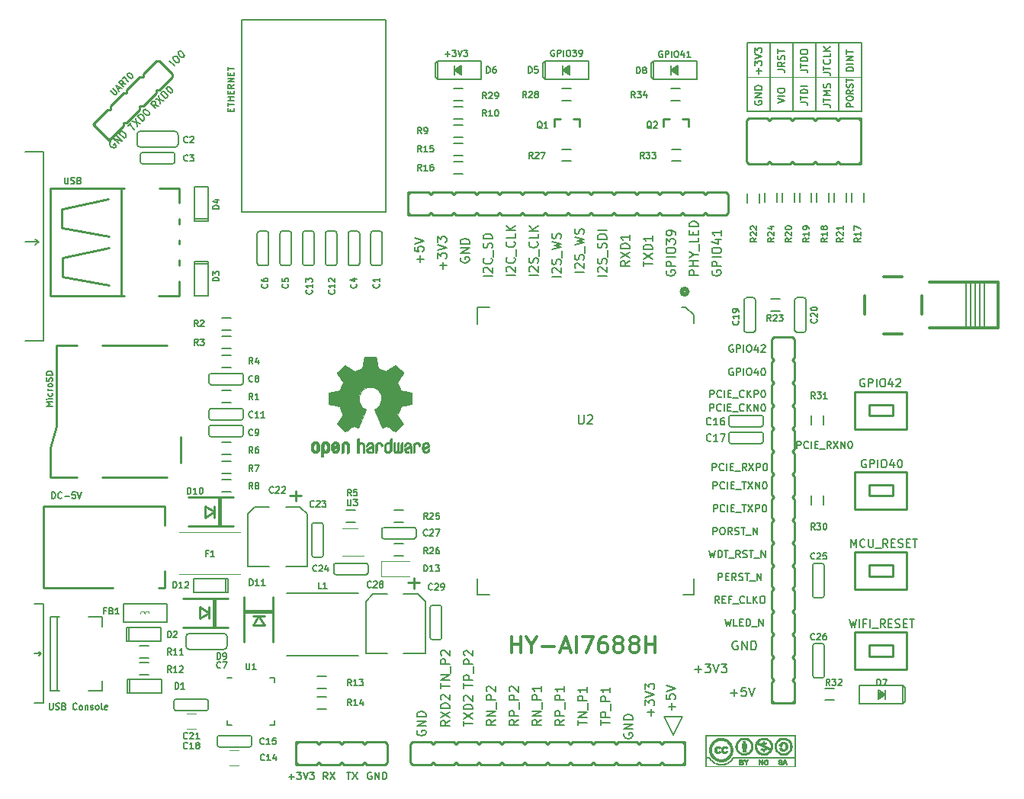
<source format=gto>
G04 #@! TF.GenerationSoftware,KiCad,Pcbnew,(5.0.2)-1*
G04 #@! TF.CreationDate,2019-03-08T09:31:56+07:00*
G04 #@! TF.ProjectId,HY-AI7688H,48592d41-4937-4363-9838-482e6b696361,A*
G04 #@! TF.SameCoordinates,Original*
G04 #@! TF.FileFunction,Legend,Top*
G04 #@! TF.FilePolarity,Positive*
%FSLAX46Y46*%
G04 Gerber Fmt 4.6, Leading zero omitted, Abs format (unit mm)*
G04 Created by KiCad (PCBNEW (5.0.2)-1) date 08/03/2019 9:31:56 SA*
%MOMM*%
%LPD*%
G01*
G04 APERTURE LIST*
%ADD10C,0.150000*%
%ADD11C,0.300000*%
%ADD12C,0.170000*%
%ADD13C,0.140000*%
%ADD14C,0.100000*%
%ADD15C,0.200000*%
%ADD16C,0.130000*%
%ADD17C,0.175000*%
%ADD18C,0.500000*%
%ADD19C,0.254000*%
%ADD20C,0.010000*%
%ADD21C,0.002540*%
%ADD22C,0.250000*%
%ADD23C,0.127000*%
%ADD24C,0.400000*%
%ADD25C,0.120000*%
G04 APERTURE END LIST*
D10*
X91800000Y-44750000D02*
X91800000Y-44516666D01*
X92166666Y-44416666D02*
X92166666Y-44750000D01*
X91466666Y-44750000D01*
X91466666Y-44416666D01*
X91466666Y-44216666D02*
X91466666Y-43816666D01*
X92166666Y-44016666D02*
X91466666Y-44016666D01*
X92166666Y-43583333D02*
X91466666Y-43583333D01*
X91800000Y-43583333D02*
X91800000Y-43183333D01*
X92166666Y-43183333D02*
X91466666Y-43183333D01*
X91800000Y-42850000D02*
X91800000Y-42616666D01*
X92166666Y-42516666D02*
X92166666Y-42850000D01*
X91466666Y-42850000D01*
X91466666Y-42516666D01*
X92166666Y-41816666D02*
X91833333Y-42050000D01*
X92166666Y-42216666D02*
X91466666Y-42216666D01*
X91466666Y-41950000D01*
X91500000Y-41883333D01*
X91533333Y-41850000D01*
X91600000Y-41816666D01*
X91700000Y-41816666D01*
X91766666Y-41850000D01*
X91800000Y-41883333D01*
X91833333Y-41950000D01*
X91833333Y-42216666D01*
X92166666Y-41516666D02*
X91466666Y-41516666D01*
X92166666Y-41116666D01*
X91466666Y-41116666D01*
X91800000Y-40783333D02*
X91800000Y-40550000D01*
X92166666Y-40450000D02*
X92166666Y-40783333D01*
X91466666Y-40783333D01*
X91466666Y-40450000D01*
X91466666Y-40250000D02*
X91466666Y-39850000D01*
X92166666Y-40050000D02*
X91466666Y-40050000D01*
X78453637Y-42504247D02*
X78854331Y-42904941D01*
X78925042Y-42928511D01*
X78972182Y-42928511D01*
X79042893Y-42904941D01*
X79137174Y-42810660D01*
X79160744Y-42739949D01*
X79160744Y-42692809D01*
X79137174Y-42622098D01*
X78736480Y-42221404D01*
X79302165Y-42362825D02*
X79537867Y-42127123D01*
X79396446Y-42551387D02*
X79066463Y-41891421D01*
X79726429Y-42221404D01*
X80174264Y-41773570D02*
X79773570Y-41702859D01*
X79891421Y-42056412D02*
X79396446Y-41561438D01*
X79585008Y-41372876D01*
X79655719Y-41349306D01*
X79702859Y-41349306D01*
X79773570Y-41372876D01*
X79844280Y-41443587D01*
X79867851Y-41514297D01*
X79867851Y-41561438D01*
X79844280Y-41632148D01*
X79655719Y-41820710D01*
X79820710Y-41137174D02*
X80103553Y-40854331D01*
X80457106Y-41490727D02*
X79962132Y-40995752D01*
X80362825Y-40595058D02*
X80409966Y-40547918D01*
X80480677Y-40524348D01*
X80527817Y-40524348D01*
X80598528Y-40547918D01*
X80716379Y-40618629D01*
X80834230Y-40736480D01*
X80904941Y-40854331D01*
X80928511Y-40925042D01*
X80928511Y-40972182D01*
X80904941Y-41042893D01*
X80857800Y-41090033D01*
X80787089Y-41113603D01*
X80739949Y-41113603D01*
X80669238Y-41090033D01*
X80551387Y-41019322D01*
X80433536Y-40901471D01*
X80362825Y-40783620D01*
X80339255Y-40712910D01*
X80339255Y-40665769D01*
X80362825Y-40595058D01*
X73366666Y-52116666D02*
X73366666Y-52683333D01*
X73400000Y-52750000D01*
X73433333Y-52783333D01*
X73500000Y-52816666D01*
X73633333Y-52816666D01*
X73700000Y-52783333D01*
X73733333Y-52750000D01*
X73766666Y-52683333D01*
X73766666Y-52116666D01*
X74066666Y-52783333D02*
X74166666Y-52816666D01*
X74333333Y-52816666D01*
X74400000Y-52783333D01*
X74433333Y-52750000D01*
X74466666Y-52683333D01*
X74466666Y-52616666D01*
X74433333Y-52550000D01*
X74400000Y-52516666D01*
X74333333Y-52483333D01*
X74200000Y-52450000D01*
X74133333Y-52416666D01*
X74100000Y-52383333D01*
X74066666Y-52316666D01*
X74066666Y-52250000D01*
X74100000Y-52183333D01*
X74133333Y-52150000D01*
X74200000Y-52116666D01*
X74366666Y-52116666D01*
X74466666Y-52150000D01*
X75000000Y-52450000D02*
X75100000Y-52483333D01*
X75133333Y-52516666D01*
X75166666Y-52583333D01*
X75166666Y-52683333D01*
X75133333Y-52750000D01*
X75100000Y-52783333D01*
X75033333Y-52816666D01*
X74766666Y-52816666D01*
X74766666Y-52116666D01*
X75000000Y-52116666D01*
X75066666Y-52150000D01*
X75100000Y-52183333D01*
X75133333Y-52250000D01*
X75133333Y-52316666D01*
X75100000Y-52383333D01*
X75066666Y-52416666D01*
X75000000Y-52450000D01*
X74766666Y-52450000D01*
X71950000Y-87766666D02*
X71950000Y-87066666D01*
X72116666Y-87066666D01*
X72216666Y-87100000D01*
X72283333Y-87166666D01*
X72316666Y-87233333D01*
X72350000Y-87366666D01*
X72350000Y-87466666D01*
X72316666Y-87600000D01*
X72283333Y-87666666D01*
X72216666Y-87733333D01*
X72116666Y-87766666D01*
X71950000Y-87766666D01*
X73050000Y-87700000D02*
X73016666Y-87733333D01*
X72916666Y-87766666D01*
X72850000Y-87766666D01*
X72750000Y-87733333D01*
X72683333Y-87666666D01*
X72650000Y-87600000D01*
X72616666Y-87466666D01*
X72616666Y-87366666D01*
X72650000Y-87233333D01*
X72683333Y-87166666D01*
X72750000Y-87100000D01*
X72850000Y-87066666D01*
X72916666Y-87066666D01*
X73016666Y-87100000D01*
X73050000Y-87133333D01*
X73350000Y-87500000D02*
X73883333Y-87500000D01*
X74550000Y-87066666D02*
X74216666Y-87066666D01*
X74183333Y-87400000D01*
X74216666Y-87366666D01*
X74283333Y-87333333D01*
X74450000Y-87333333D01*
X74516666Y-87366666D01*
X74550000Y-87400000D01*
X74583333Y-87466666D01*
X74583333Y-87633333D01*
X74550000Y-87700000D01*
X74516666Y-87733333D01*
X74450000Y-87766666D01*
X74283333Y-87766666D01*
X74216666Y-87733333D01*
X74183333Y-87700000D01*
X74783333Y-87066666D02*
X75016666Y-87766666D01*
X75250000Y-87066666D01*
X71683333Y-110516666D02*
X71683333Y-111083333D01*
X71716666Y-111150000D01*
X71750000Y-111183333D01*
X71816666Y-111216666D01*
X71950000Y-111216666D01*
X72016666Y-111183333D01*
X72050000Y-111150000D01*
X72083333Y-111083333D01*
X72083333Y-110516666D01*
X72383333Y-111183333D02*
X72483333Y-111216666D01*
X72650000Y-111216666D01*
X72716666Y-111183333D01*
X72750000Y-111150000D01*
X72783333Y-111083333D01*
X72783333Y-111016666D01*
X72750000Y-110950000D01*
X72716666Y-110916666D01*
X72650000Y-110883333D01*
X72516666Y-110850000D01*
X72450000Y-110816666D01*
X72416666Y-110783333D01*
X72383333Y-110716666D01*
X72383333Y-110650000D01*
X72416666Y-110583333D01*
X72450000Y-110550000D01*
X72516666Y-110516666D01*
X72683333Y-110516666D01*
X72783333Y-110550000D01*
X73316666Y-110850000D02*
X73416666Y-110883333D01*
X73450000Y-110916666D01*
X73483333Y-110983333D01*
X73483333Y-111083333D01*
X73450000Y-111150000D01*
X73416666Y-111183333D01*
X73350000Y-111216666D01*
X73083333Y-111216666D01*
X73083333Y-110516666D01*
X73316666Y-110516666D01*
X73383333Y-110550000D01*
X73416666Y-110583333D01*
X73450000Y-110650000D01*
X73450000Y-110716666D01*
X73416666Y-110783333D01*
X73383333Y-110816666D01*
X73316666Y-110850000D01*
X73083333Y-110850000D01*
X74716666Y-111150000D02*
X74683333Y-111183333D01*
X74583333Y-111216666D01*
X74516666Y-111216666D01*
X74416666Y-111183333D01*
X74350000Y-111116666D01*
X74316666Y-111050000D01*
X74283333Y-110916666D01*
X74283333Y-110816666D01*
X74316666Y-110683333D01*
X74350000Y-110616666D01*
X74416666Y-110550000D01*
X74516666Y-110516666D01*
X74583333Y-110516666D01*
X74683333Y-110550000D01*
X74716666Y-110583333D01*
X75116666Y-111216666D02*
X75050000Y-111183333D01*
X75016666Y-111150000D01*
X74983333Y-111083333D01*
X74983333Y-110883333D01*
X75016666Y-110816666D01*
X75050000Y-110783333D01*
X75116666Y-110750000D01*
X75216666Y-110750000D01*
X75283333Y-110783333D01*
X75316666Y-110816666D01*
X75350000Y-110883333D01*
X75350000Y-111083333D01*
X75316666Y-111150000D01*
X75283333Y-111183333D01*
X75216666Y-111216666D01*
X75116666Y-111216666D01*
X75650000Y-110750000D02*
X75650000Y-111216666D01*
X75650000Y-110816666D02*
X75683333Y-110783333D01*
X75750000Y-110750000D01*
X75850000Y-110750000D01*
X75916666Y-110783333D01*
X75950000Y-110850000D01*
X75950000Y-111216666D01*
X76250000Y-111183333D02*
X76316666Y-111216666D01*
X76450000Y-111216666D01*
X76516666Y-111183333D01*
X76550000Y-111116666D01*
X76550000Y-111083333D01*
X76516666Y-111016666D01*
X76450000Y-110983333D01*
X76350000Y-110983333D01*
X76283333Y-110950000D01*
X76250000Y-110883333D01*
X76250000Y-110850000D01*
X76283333Y-110783333D01*
X76350000Y-110750000D01*
X76450000Y-110750000D01*
X76516666Y-110783333D01*
X76950000Y-111216666D02*
X76883333Y-111183333D01*
X76850000Y-111150000D01*
X76816666Y-111083333D01*
X76816666Y-110883333D01*
X76850000Y-110816666D01*
X76883333Y-110783333D01*
X76950000Y-110750000D01*
X77050000Y-110750000D01*
X77116666Y-110783333D01*
X77150000Y-110816666D01*
X77183333Y-110883333D01*
X77183333Y-111083333D01*
X77150000Y-111150000D01*
X77116666Y-111183333D01*
X77050000Y-111216666D01*
X76950000Y-111216666D01*
X77583333Y-111216666D02*
X77516666Y-111183333D01*
X77483333Y-111116666D01*
X77483333Y-110516666D01*
X78116666Y-111183333D02*
X78050000Y-111216666D01*
X77916666Y-111216666D01*
X77850000Y-111183333D01*
X77816666Y-111116666D01*
X77816666Y-110850000D01*
X77850000Y-110783333D01*
X77916666Y-110750000D01*
X78050000Y-110750000D01*
X78116666Y-110783333D01*
X78150000Y-110850000D01*
X78150000Y-110916666D01*
X77816666Y-110983333D01*
X107440476Y-118200000D02*
X107364285Y-118161904D01*
X107250000Y-118161904D01*
X107135714Y-118200000D01*
X107059523Y-118276190D01*
X107021428Y-118352380D01*
X106983333Y-118504761D01*
X106983333Y-118619047D01*
X107021428Y-118771428D01*
X107059523Y-118847619D01*
X107135714Y-118923809D01*
X107250000Y-118961904D01*
X107326190Y-118961904D01*
X107440476Y-118923809D01*
X107478571Y-118885714D01*
X107478571Y-118619047D01*
X107326190Y-118619047D01*
X107821428Y-118961904D02*
X107821428Y-118161904D01*
X108278571Y-118961904D01*
X108278571Y-118161904D01*
X108659523Y-118961904D02*
X108659523Y-118161904D01*
X108850000Y-118161904D01*
X108964285Y-118200000D01*
X109040476Y-118276190D01*
X109078571Y-118352380D01*
X109116666Y-118504761D01*
X109116666Y-118619047D01*
X109078571Y-118771428D01*
X109040476Y-118847619D01*
X108964285Y-118923809D01*
X108850000Y-118961904D01*
X108659523Y-118961904D01*
X104689682Y-118161904D02*
X105146825Y-118161904D01*
X104918253Y-118961904D02*
X104918253Y-118161904D01*
X105337301Y-118161904D02*
X105870634Y-118961904D01*
X105870634Y-118161904D02*
X105337301Y-118961904D01*
X102566666Y-118961904D02*
X102300000Y-118580952D01*
X102109523Y-118961904D02*
X102109523Y-118161904D01*
X102414285Y-118161904D01*
X102490476Y-118200000D01*
X102528571Y-118238095D01*
X102566666Y-118314285D01*
X102566666Y-118428571D01*
X102528571Y-118504761D01*
X102490476Y-118542857D01*
X102414285Y-118580952D01*
X102109523Y-118580952D01*
X102833333Y-118161904D02*
X103366666Y-118961904D01*
X103366666Y-118161904D02*
X102833333Y-118961904D01*
X98240476Y-118657142D02*
X98850000Y-118657142D01*
X98545238Y-118961904D02*
X98545238Y-118352380D01*
X99154761Y-118161904D02*
X99650000Y-118161904D01*
X99383333Y-118466666D01*
X99497619Y-118466666D01*
X99573809Y-118504761D01*
X99611904Y-118542857D01*
X99650000Y-118619047D01*
X99650000Y-118809523D01*
X99611904Y-118885714D01*
X99573809Y-118923809D01*
X99497619Y-118961904D01*
X99269047Y-118961904D01*
X99192857Y-118923809D01*
X99154761Y-118885714D01*
X99878571Y-118161904D02*
X100145238Y-118961904D01*
X100411904Y-118161904D01*
X100602380Y-118161904D02*
X101097619Y-118161904D01*
X100830952Y-118466666D01*
X100945238Y-118466666D01*
X101021428Y-118504761D01*
X101059523Y-118542857D01*
X101097619Y-118619047D01*
X101097619Y-118809523D01*
X101059523Y-118885714D01*
X101021428Y-118923809D01*
X100945238Y-118961904D01*
X100716666Y-118961904D01*
X100640476Y-118923809D01*
X100602380Y-118885714D01*
D11*
X122978571Y-104914285D02*
X122978571Y-103114285D01*
X122978571Y-103971428D02*
X124007142Y-103971428D01*
X124007142Y-104914285D02*
X124007142Y-103114285D01*
X125207142Y-104057142D02*
X125207142Y-104914285D01*
X124607142Y-103114285D02*
X125207142Y-104057142D01*
X125807142Y-103114285D01*
X126407142Y-104228571D02*
X127778571Y-104228571D01*
X128550000Y-104400000D02*
X129407142Y-104400000D01*
X128378571Y-104914285D02*
X128978571Y-103114285D01*
X129578571Y-104914285D01*
X130178571Y-104914285D02*
X130178571Y-103114285D01*
X130864285Y-103114285D02*
X132064285Y-103114285D01*
X131292857Y-104914285D01*
X133521428Y-103114285D02*
X133178571Y-103114285D01*
X133007142Y-103200000D01*
X132921428Y-103285714D01*
X132750000Y-103542857D01*
X132664285Y-103885714D01*
X132664285Y-104571428D01*
X132750000Y-104742857D01*
X132835714Y-104828571D01*
X133007142Y-104914285D01*
X133350000Y-104914285D01*
X133521428Y-104828571D01*
X133607142Y-104742857D01*
X133692857Y-104571428D01*
X133692857Y-104142857D01*
X133607142Y-103971428D01*
X133521428Y-103885714D01*
X133350000Y-103800000D01*
X133007142Y-103800000D01*
X132835714Y-103885714D01*
X132750000Y-103971428D01*
X132664285Y-104142857D01*
X134721428Y-103885714D02*
X134550000Y-103800000D01*
X134464285Y-103714285D01*
X134378571Y-103542857D01*
X134378571Y-103457142D01*
X134464285Y-103285714D01*
X134550000Y-103200000D01*
X134721428Y-103114285D01*
X135064285Y-103114285D01*
X135235714Y-103200000D01*
X135321428Y-103285714D01*
X135407142Y-103457142D01*
X135407142Y-103542857D01*
X135321428Y-103714285D01*
X135235714Y-103800000D01*
X135064285Y-103885714D01*
X134721428Y-103885714D01*
X134550000Y-103971428D01*
X134464285Y-104057142D01*
X134378571Y-104228571D01*
X134378571Y-104571428D01*
X134464285Y-104742857D01*
X134550000Y-104828571D01*
X134721428Y-104914285D01*
X135064285Y-104914285D01*
X135235714Y-104828571D01*
X135321428Y-104742857D01*
X135407142Y-104571428D01*
X135407142Y-104228571D01*
X135321428Y-104057142D01*
X135235714Y-103971428D01*
X135064285Y-103885714D01*
X136435714Y-103885714D02*
X136264285Y-103800000D01*
X136178571Y-103714285D01*
X136092857Y-103542857D01*
X136092857Y-103457142D01*
X136178571Y-103285714D01*
X136264285Y-103200000D01*
X136435714Y-103114285D01*
X136778571Y-103114285D01*
X136950000Y-103200000D01*
X137035714Y-103285714D01*
X137121428Y-103457142D01*
X137121428Y-103542857D01*
X137035714Y-103714285D01*
X136950000Y-103800000D01*
X136778571Y-103885714D01*
X136435714Y-103885714D01*
X136264285Y-103971428D01*
X136178571Y-104057142D01*
X136092857Y-104228571D01*
X136092857Y-104571428D01*
X136178571Y-104742857D01*
X136264285Y-104828571D01*
X136435714Y-104914285D01*
X136778571Y-104914285D01*
X136950000Y-104828571D01*
X137035714Y-104742857D01*
X137121428Y-104571428D01*
X137121428Y-104228571D01*
X137035714Y-104057142D01*
X136950000Y-103971428D01*
X136778571Y-103885714D01*
X137892857Y-104914285D02*
X137892857Y-103114285D01*
X137892857Y-103971428D02*
X138921428Y-103971428D01*
X138921428Y-104914285D02*
X138921428Y-103114285D01*
D12*
X162192857Y-74500000D02*
X162107142Y-74457142D01*
X161978571Y-74457142D01*
X161850000Y-74500000D01*
X161764285Y-74585714D01*
X161721428Y-74671428D01*
X161678571Y-74842857D01*
X161678571Y-74971428D01*
X161721428Y-75142857D01*
X161764285Y-75228571D01*
X161850000Y-75314285D01*
X161978571Y-75357142D01*
X162064285Y-75357142D01*
X162192857Y-75314285D01*
X162235714Y-75271428D01*
X162235714Y-74971428D01*
X162064285Y-74971428D01*
X162621428Y-75357142D02*
X162621428Y-74457142D01*
X162964285Y-74457142D01*
X163050000Y-74500000D01*
X163092857Y-74542857D01*
X163135714Y-74628571D01*
X163135714Y-74757142D01*
X163092857Y-74842857D01*
X163050000Y-74885714D01*
X162964285Y-74928571D01*
X162621428Y-74928571D01*
X163521428Y-75357142D02*
X163521428Y-74457142D01*
X164121428Y-74457142D02*
X164292857Y-74457142D01*
X164378571Y-74500000D01*
X164464285Y-74585714D01*
X164507142Y-74757142D01*
X164507142Y-75057142D01*
X164464285Y-75228571D01*
X164378571Y-75314285D01*
X164292857Y-75357142D01*
X164121428Y-75357142D01*
X164035714Y-75314285D01*
X163950000Y-75228571D01*
X163907142Y-75057142D01*
X163907142Y-74757142D01*
X163950000Y-74585714D01*
X164035714Y-74500000D01*
X164121428Y-74457142D01*
X165278571Y-74757142D02*
X165278571Y-75357142D01*
X165064285Y-74414285D02*
X164850000Y-75057142D01*
X165407142Y-75057142D01*
X165707142Y-74542857D02*
X165750000Y-74500000D01*
X165835714Y-74457142D01*
X166050000Y-74457142D01*
X166135714Y-74500000D01*
X166178571Y-74542857D01*
X166221428Y-74628571D01*
X166221428Y-74714285D01*
X166178571Y-74842857D01*
X165664285Y-75357142D01*
X166221428Y-75357142D01*
X139733333Y-38100000D02*
X139666666Y-38066666D01*
X139566666Y-38066666D01*
X139466666Y-38100000D01*
X139400000Y-38166666D01*
X139366666Y-38233333D01*
X139333333Y-38366666D01*
X139333333Y-38466666D01*
X139366666Y-38600000D01*
X139400000Y-38666666D01*
X139466666Y-38733333D01*
X139566666Y-38766666D01*
X139633333Y-38766666D01*
X139733333Y-38733333D01*
X139766666Y-38700000D01*
X139766666Y-38466666D01*
X139633333Y-38466666D01*
X140066666Y-38766666D02*
X140066666Y-38066666D01*
X140333333Y-38066666D01*
X140400000Y-38100000D01*
X140433333Y-38133333D01*
X140466666Y-38200000D01*
X140466666Y-38300000D01*
X140433333Y-38366666D01*
X140400000Y-38400000D01*
X140333333Y-38433333D01*
X140066666Y-38433333D01*
X140766666Y-38766666D02*
X140766666Y-38066666D01*
X141233333Y-38066666D02*
X141366666Y-38066666D01*
X141433333Y-38100000D01*
X141500000Y-38166666D01*
X141533333Y-38300000D01*
X141533333Y-38533333D01*
X141500000Y-38666666D01*
X141433333Y-38733333D01*
X141366666Y-38766666D01*
X141233333Y-38766666D01*
X141166666Y-38733333D01*
X141100000Y-38666666D01*
X141066666Y-38533333D01*
X141066666Y-38300000D01*
X141100000Y-38166666D01*
X141166666Y-38100000D01*
X141233333Y-38066666D01*
X142133333Y-38300000D02*
X142133333Y-38766666D01*
X141966666Y-38033333D02*
X141800000Y-38533333D01*
X142233333Y-38533333D01*
X142866666Y-38766666D02*
X142466666Y-38766666D01*
X142666666Y-38766666D02*
X142666666Y-38066666D01*
X142600000Y-38166666D01*
X142533333Y-38233333D01*
X142466666Y-38266666D01*
X127733333Y-38000000D02*
X127666666Y-37966666D01*
X127566666Y-37966666D01*
X127466666Y-38000000D01*
X127400000Y-38066666D01*
X127366666Y-38133333D01*
X127333333Y-38266666D01*
X127333333Y-38366666D01*
X127366666Y-38500000D01*
X127400000Y-38566666D01*
X127466666Y-38633333D01*
X127566666Y-38666666D01*
X127633333Y-38666666D01*
X127733333Y-38633333D01*
X127766666Y-38600000D01*
X127766666Y-38366666D01*
X127633333Y-38366666D01*
X128066666Y-38666666D02*
X128066666Y-37966666D01*
X128333333Y-37966666D01*
X128400000Y-38000000D01*
X128433333Y-38033333D01*
X128466666Y-38100000D01*
X128466666Y-38200000D01*
X128433333Y-38266666D01*
X128400000Y-38300000D01*
X128333333Y-38333333D01*
X128066666Y-38333333D01*
X128766666Y-38666666D02*
X128766666Y-37966666D01*
X129233333Y-37966666D02*
X129366666Y-37966666D01*
X129433333Y-38000000D01*
X129500000Y-38066666D01*
X129533333Y-38200000D01*
X129533333Y-38433333D01*
X129500000Y-38566666D01*
X129433333Y-38633333D01*
X129366666Y-38666666D01*
X129233333Y-38666666D01*
X129166666Y-38633333D01*
X129100000Y-38566666D01*
X129066666Y-38433333D01*
X129066666Y-38200000D01*
X129100000Y-38066666D01*
X129166666Y-38000000D01*
X129233333Y-37966666D01*
X129766666Y-37966666D02*
X130200000Y-37966666D01*
X129966666Y-38233333D01*
X130066666Y-38233333D01*
X130133333Y-38266666D01*
X130166666Y-38300000D01*
X130200000Y-38366666D01*
X130200000Y-38533333D01*
X130166666Y-38600000D01*
X130133333Y-38633333D01*
X130066666Y-38666666D01*
X129866666Y-38666666D01*
X129800000Y-38633333D01*
X129766666Y-38600000D01*
X130533333Y-38666666D02*
X130666666Y-38666666D01*
X130733333Y-38633333D01*
X130766666Y-38600000D01*
X130833333Y-38500000D01*
X130866666Y-38366666D01*
X130866666Y-38100000D01*
X130833333Y-38033333D01*
X130800000Y-38000000D01*
X130733333Y-37966666D01*
X130600000Y-37966666D01*
X130533333Y-38000000D01*
X130500000Y-38033333D01*
X130466666Y-38100000D01*
X130466666Y-38266666D01*
X130500000Y-38333333D01*
X130533333Y-38366666D01*
X130600000Y-38400000D01*
X130733333Y-38400000D01*
X130800000Y-38366666D01*
X130833333Y-38333333D01*
X130866666Y-38266666D01*
D13*
X85590219Y-39721590D02*
X85024534Y-39155905D01*
X85401658Y-38778781D02*
X85509407Y-38671032D01*
X85590219Y-38644094D01*
X85697969Y-38644094D01*
X85832656Y-38724906D01*
X86021218Y-38913468D01*
X86102030Y-39048155D01*
X86102030Y-39155905D01*
X86075093Y-39236717D01*
X85967343Y-39344467D01*
X85886531Y-39371404D01*
X85778781Y-39371404D01*
X85644094Y-39290592D01*
X85455532Y-39102030D01*
X85374720Y-38967343D01*
X85374720Y-38859593D01*
X85401658Y-38778781D01*
X85994280Y-38186158D02*
X86048155Y-38132284D01*
X86128967Y-38105346D01*
X86182842Y-38105346D01*
X86263654Y-38132284D01*
X86398341Y-38213096D01*
X86533028Y-38347783D01*
X86613841Y-38482470D01*
X86640778Y-38563282D01*
X86640778Y-38617157D01*
X86613841Y-38697969D01*
X86559966Y-38751844D01*
X86479154Y-38778781D01*
X86425279Y-38778781D01*
X86344467Y-38751844D01*
X86209780Y-38671032D01*
X86075093Y-38536345D01*
X85994280Y-38401658D01*
X85967343Y-38320845D01*
X85967343Y-38266971D01*
X85994280Y-38186158D01*
X83809407Y-44152402D02*
X83351471Y-44071590D01*
X83486158Y-44475651D02*
X82920473Y-43909966D01*
X83135972Y-43694467D01*
X83216784Y-43667529D01*
X83270659Y-43667529D01*
X83351471Y-43694467D01*
X83432284Y-43775279D01*
X83459221Y-43856091D01*
X83459221Y-43909966D01*
X83432284Y-43990778D01*
X83216784Y-44206277D01*
X83432284Y-43398155D02*
X84375093Y-43586717D01*
X83809407Y-43021032D02*
X83997969Y-43963841D01*
X84590592Y-43371218D02*
X84024906Y-42805532D01*
X84159593Y-42670845D01*
X84267343Y-42616971D01*
X84375093Y-42616971D01*
X84455905Y-42643908D01*
X84590592Y-42724720D01*
X84671404Y-42805532D01*
X84752216Y-42940219D01*
X84779154Y-43021032D01*
X84779154Y-43128781D01*
X84725279Y-43236531D01*
X84590592Y-43371218D01*
X84698341Y-42132097D02*
X84752216Y-42078223D01*
X84833028Y-42051285D01*
X84886903Y-42051285D01*
X84967715Y-42078223D01*
X85102402Y-42159035D01*
X85237089Y-42293722D01*
X85317902Y-42428409D01*
X85344839Y-42509221D01*
X85344839Y-42563096D01*
X85317902Y-42643908D01*
X85264027Y-42697783D01*
X85183215Y-42724720D01*
X85129340Y-42724720D01*
X85048528Y-42697783D01*
X84913841Y-42616971D01*
X84779154Y-42482284D01*
X84698341Y-42347597D01*
X84671404Y-42266784D01*
X84671404Y-42212910D01*
X84698341Y-42132097D01*
X80407004Y-46373435D02*
X80730253Y-46050186D01*
X81134314Y-46777496D02*
X80568629Y-46211810D01*
X80864940Y-45915499D02*
X81807749Y-46104061D01*
X81242064Y-45538375D02*
X81430625Y-46481184D01*
X82023248Y-45888561D02*
X81457563Y-45322876D01*
X81592250Y-45188189D01*
X81700000Y-45134314D01*
X81807749Y-45134314D01*
X81888561Y-45161251D01*
X82023248Y-45242064D01*
X82104061Y-45322876D01*
X82184873Y-45457563D01*
X82211810Y-45538375D01*
X82211810Y-45646125D01*
X82157935Y-45753874D01*
X82023248Y-45888561D01*
X82130998Y-44649441D02*
X82184873Y-44595566D01*
X82265685Y-44568629D01*
X82319560Y-44568629D01*
X82400372Y-44595566D01*
X82535059Y-44676378D01*
X82669746Y-44811065D01*
X82750558Y-44945752D01*
X82777496Y-45026564D01*
X82777496Y-45080439D01*
X82750558Y-45161251D01*
X82696683Y-45215126D01*
X82615871Y-45242064D01*
X82561996Y-45242064D01*
X82481184Y-45215126D01*
X82346497Y-45134314D01*
X82211810Y-44999627D01*
X82130998Y-44864940D01*
X82104061Y-44784128D01*
X82104061Y-44730253D01*
X82130998Y-44649441D01*
X78586158Y-48098155D02*
X78505346Y-48125093D01*
X78424534Y-48205905D01*
X78370659Y-48313654D01*
X78370659Y-48421404D01*
X78397597Y-48502216D01*
X78478409Y-48636903D01*
X78559221Y-48717715D01*
X78693908Y-48798528D01*
X78774720Y-48825465D01*
X78882470Y-48825465D01*
X78990219Y-48771590D01*
X79044094Y-48717715D01*
X79097969Y-48609966D01*
X79097969Y-48556091D01*
X78909407Y-48367529D01*
X78801658Y-48475279D01*
X79394280Y-48367529D02*
X78828595Y-47801844D01*
X79717529Y-48044280D01*
X79151844Y-47478595D01*
X79986903Y-47774906D02*
X79421218Y-47209221D01*
X79555905Y-47074534D01*
X79663654Y-47020659D01*
X79771404Y-47020659D01*
X79852216Y-47047597D01*
X79986903Y-47128409D01*
X80067715Y-47209221D01*
X80148528Y-47343908D01*
X80175465Y-47424720D01*
X80175465Y-47532470D01*
X80121590Y-47640219D01*
X79986903Y-47774906D01*
D14*
X161848000Y-40968000D02*
X149148000Y-40968000D01*
D15*
X159308000Y-44778000D02*
X159308000Y-37158000D01*
X156768000Y-44778000D02*
X156768000Y-37158000D01*
X154228000Y-44778000D02*
X154228000Y-37158000D01*
X151688000Y-44778000D02*
X151688000Y-37158000D01*
X149148000Y-37158000D02*
X149148000Y-44778000D01*
X149402000Y-37158000D02*
X149148000Y-37158000D01*
X161848000Y-37158000D02*
X149402000Y-37158000D01*
X161848000Y-44778000D02*
X161848000Y-37158000D01*
X149148000Y-44778000D02*
X161848000Y-44778000D01*
D13*
X160939904Y-40313809D02*
X160139904Y-40313809D01*
X160139904Y-40123333D01*
X160178000Y-40009047D01*
X160254190Y-39932857D01*
X160330380Y-39894761D01*
X160482761Y-39856666D01*
X160597047Y-39856666D01*
X160749428Y-39894761D01*
X160825619Y-39932857D01*
X160901809Y-40009047D01*
X160939904Y-40123333D01*
X160939904Y-40313809D01*
X160939904Y-39513809D02*
X160139904Y-39513809D01*
X160939904Y-39132857D02*
X160139904Y-39132857D01*
X160939904Y-38675714D01*
X160139904Y-38675714D01*
X160139904Y-38409047D02*
X160139904Y-37951904D01*
X160939904Y-38180476D02*
X160139904Y-38180476D01*
D16*
X160894666Y-44246000D02*
X160194666Y-44246000D01*
X160194666Y-43979333D01*
X160228000Y-43912666D01*
X160261333Y-43879333D01*
X160328000Y-43846000D01*
X160428000Y-43846000D01*
X160494666Y-43879333D01*
X160528000Y-43912666D01*
X160561333Y-43979333D01*
X160561333Y-44246000D01*
X160194666Y-43412666D02*
X160194666Y-43279333D01*
X160228000Y-43212666D01*
X160294666Y-43146000D01*
X160428000Y-43112666D01*
X160661333Y-43112666D01*
X160794666Y-43146000D01*
X160861333Y-43212666D01*
X160894666Y-43279333D01*
X160894666Y-43412666D01*
X160861333Y-43479333D01*
X160794666Y-43546000D01*
X160661333Y-43579333D01*
X160428000Y-43579333D01*
X160294666Y-43546000D01*
X160228000Y-43479333D01*
X160194666Y-43412666D01*
X160894666Y-42412666D02*
X160561333Y-42646000D01*
X160894666Y-42812666D02*
X160194666Y-42812666D01*
X160194666Y-42546000D01*
X160228000Y-42479333D01*
X160261333Y-42446000D01*
X160328000Y-42412666D01*
X160428000Y-42412666D01*
X160494666Y-42446000D01*
X160528000Y-42479333D01*
X160561333Y-42546000D01*
X160561333Y-42812666D01*
X160861333Y-42146000D02*
X160894666Y-42046000D01*
X160894666Y-41879333D01*
X160861333Y-41812666D01*
X160828000Y-41779333D01*
X160761333Y-41746000D01*
X160694666Y-41746000D01*
X160628000Y-41779333D01*
X160594666Y-41812666D01*
X160561333Y-41879333D01*
X160528000Y-42012666D01*
X160494666Y-42079333D01*
X160461333Y-42112666D01*
X160394666Y-42146000D01*
X160328000Y-42146000D01*
X160261333Y-42112666D01*
X160228000Y-42079333D01*
X160194666Y-42012666D01*
X160194666Y-41846000D01*
X160228000Y-41746000D01*
X160194666Y-41546000D02*
X160194666Y-41146000D01*
X160894666Y-41346000D02*
X160194666Y-41346000D01*
D13*
X157599904Y-40504285D02*
X158171333Y-40504285D01*
X158285619Y-40542380D01*
X158361809Y-40618571D01*
X158399904Y-40732857D01*
X158399904Y-40809047D01*
X157599904Y-40237619D02*
X157599904Y-39780476D01*
X158399904Y-40009047D02*
X157599904Y-40009047D01*
X158323714Y-39056666D02*
X158361809Y-39094761D01*
X158399904Y-39209047D01*
X158399904Y-39285238D01*
X158361809Y-39399523D01*
X158285619Y-39475714D01*
X158209428Y-39513809D01*
X158057047Y-39551904D01*
X157942761Y-39551904D01*
X157790380Y-39513809D01*
X157714190Y-39475714D01*
X157638000Y-39399523D01*
X157599904Y-39285238D01*
X157599904Y-39209047D01*
X157638000Y-39094761D01*
X157676095Y-39056666D01*
X158399904Y-38332857D02*
X158399904Y-38713809D01*
X157599904Y-38713809D01*
X158399904Y-38066190D02*
X157599904Y-38066190D01*
X158399904Y-37609047D02*
X157942761Y-37951904D01*
X157599904Y-37609047D02*
X158057047Y-38066190D01*
X157599904Y-44028571D02*
X158171333Y-44028571D01*
X158285619Y-44066666D01*
X158361809Y-44142857D01*
X158399904Y-44257142D01*
X158399904Y-44333333D01*
X157599904Y-43761904D02*
X157599904Y-43304761D01*
X158399904Y-43533333D02*
X157599904Y-43533333D01*
X158399904Y-43038095D02*
X157599904Y-43038095D01*
X158171333Y-42771428D01*
X157599904Y-42504761D01*
X158399904Y-42504761D01*
X158361809Y-42161904D02*
X158399904Y-42047619D01*
X158399904Y-41857142D01*
X158361809Y-41780952D01*
X158323714Y-41742857D01*
X158247523Y-41704761D01*
X158171333Y-41704761D01*
X158095142Y-41742857D01*
X158057047Y-41780952D01*
X158018952Y-41857142D01*
X157980857Y-42009523D01*
X157942761Y-42085714D01*
X157904666Y-42123809D01*
X157828476Y-42161904D01*
X157752285Y-42161904D01*
X157676095Y-42123809D01*
X157638000Y-42085714D01*
X157599904Y-42009523D01*
X157599904Y-41819047D01*
X157638000Y-41704761D01*
X155059904Y-40199523D02*
X155631333Y-40199523D01*
X155745619Y-40237619D01*
X155821809Y-40313809D01*
X155859904Y-40428095D01*
X155859904Y-40504285D01*
X155059904Y-39932857D02*
X155059904Y-39475714D01*
X155859904Y-39704285D02*
X155059904Y-39704285D01*
X155859904Y-39209047D02*
X155059904Y-39209047D01*
X155059904Y-39018571D01*
X155098000Y-38904285D01*
X155174190Y-38828095D01*
X155250380Y-38790000D01*
X155402761Y-38751904D01*
X155517047Y-38751904D01*
X155669428Y-38790000D01*
X155745619Y-38828095D01*
X155821809Y-38904285D01*
X155859904Y-39018571D01*
X155859904Y-39209047D01*
X155059904Y-38256666D02*
X155059904Y-38104285D01*
X155098000Y-38028095D01*
X155174190Y-37951904D01*
X155326571Y-37913809D01*
X155593238Y-37913809D01*
X155745619Y-37951904D01*
X155821809Y-38028095D01*
X155859904Y-38104285D01*
X155859904Y-38256666D01*
X155821809Y-38332857D01*
X155745619Y-38409047D01*
X155593238Y-38447142D01*
X155326571Y-38447142D01*
X155174190Y-38409047D01*
X155098000Y-38332857D01*
X155059904Y-38256666D01*
X155059904Y-43780952D02*
X155631333Y-43780952D01*
X155745619Y-43819047D01*
X155821809Y-43895238D01*
X155859904Y-44009523D01*
X155859904Y-44085714D01*
X155059904Y-43514285D02*
X155059904Y-43057142D01*
X155859904Y-43285714D02*
X155059904Y-43285714D01*
X155859904Y-42790476D02*
X155059904Y-42790476D01*
X155059904Y-42600000D01*
X155098000Y-42485714D01*
X155174190Y-42409523D01*
X155250380Y-42371428D01*
X155402761Y-42333333D01*
X155517047Y-42333333D01*
X155669428Y-42371428D01*
X155745619Y-42409523D01*
X155821809Y-42485714D01*
X155859904Y-42600000D01*
X155859904Y-42790476D01*
X155859904Y-41990476D02*
X155059904Y-41990476D01*
X152519904Y-40161428D02*
X153091333Y-40161428D01*
X153205619Y-40199523D01*
X153281809Y-40275714D01*
X153319904Y-40390000D01*
X153319904Y-40466190D01*
X153319904Y-39323333D02*
X152938952Y-39590000D01*
X153319904Y-39780476D02*
X152519904Y-39780476D01*
X152519904Y-39475714D01*
X152558000Y-39399523D01*
X152596095Y-39361428D01*
X152672285Y-39323333D01*
X152786571Y-39323333D01*
X152862761Y-39361428D01*
X152900857Y-39399523D01*
X152938952Y-39475714D01*
X152938952Y-39780476D01*
X153281809Y-39018571D02*
X153319904Y-38904285D01*
X153319904Y-38713809D01*
X153281809Y-38637619D01*
X153243714Y-38599523D01*
X153167523Y-38561428D01*
X153091333Y-38561428D01*
X153015142Y-38599523D01*
X152977047Y-38637619D01*
X152938952Y-38713809D01*
X152900857Y-38866190D01*
X152862761Y-38942380D01*
X152824666Y-38980476D01*
X152748476Y-39018571D01*
X152672285Y-39018571D01*
X152596095Y-38980476D01*
X152558000Y-38942380D01*
X152519904Y-38866190D01*
X152519904Y-38675714D01*
X152558000Y-38561428D01*
X152519904Y-38332857D02*
X152519904Y-37875714D01*
X153319904Y-38104285D02*
X152519904Y-38104285D01*
X152519904Y-43876190D02*
X153319904Y-43609523D01*
X152519904Y-43342857D01*
X153319904Y-43076190D02*
X152519904Y-43076190D01*
X152519904Y-42542857D02*
X152519904Y-42390476D01*
X152558000Y-42314285D01*
X152634190Y-42238095D01*
X152786571Y-42200000D01*
X153053238Y-42200000D01*
X153205619Y-42238095D01*
X153281809Y-42314285D01*
X153319904Y-42390476D01*
X153319904Y-42542857D01*
X153281809Y-42619047D01*
X153205619Y-42695238D01*
X153053238Y-42733333D01*
X152786571Y-42733333D01*
X152634190Y-42695238D01*
X152558000Y-42619047D01*
X152519904Y-42542857D01*
X150475142Y-40599523D02*
X150475142Y-39990000D01*
X150779904Y-40294761D02*
X150170380Y-40294761D01*
X149979904Y-39685238D02*
X149979904Y-39190000D01*
X150284666Y-39456666D01*
X150284666Y-39342380D01*
X150322761Y-39266190D01*
X150360857Y-39228095D01*
X150437047Y-39190000D01*
X150627523Y-39190000D01*
X150703714Y-39228095D01*
X150741809Y-39266190D01*
X150779904Y-39342380D01*
X150779904Y-39570952D01*
X150741809Y-39647142D01*
X150703714Y-39685238D01*
X149979904Y-38961428D02*
X150779904Y-38694761D01*
X149979904Y-38428095D01*
X149979904Y-38237619D02*
X149979904Y-37742380D01*
X150284666Y-38009047D01*
X150284666Y-37894761D01*
X150322761Y-37818571D01*
X150360857Y-37780476D01*
X150437047Y-37742380D01*
X150627523Y-37742380D01*
X150703714Y-37780476D01*
X150741809Y-37818571D01*
X150779904Y-37894761D01*
X150779904Y-38123333D01*
X150741809Y-38199523D01*
X150703714Y-38237619D01*
X150018000Y-43609523D02*
X149979904Y-43685714D01*
X149979904Y-43800000D01*
X150018000Y-43914285D01*
X150094190Y-43990476D01*
X150170380Y-44028571D01*
X150322761Y-44066666D01*
X150437047Y-44066666D01*
X150589428Y-44028571D01*
X150665619Y-43990476D01*
X150741809Y-43914285D01*
X150779904Y-43800000D01*
X150779904Y-43723809D01*
X150741809Y-43609523D01*
X150703714Y-43571428D01*
X150437047Y-43571428D01*
X150437047Y-43723809D01*
X150779904Y-43228571D02*
X149979904Y-43228571D01*
X150779904Y-42771428D01*
X149979904Y-42771428D01*
X150779904Y-42390476D02*
X149979904Y-42390476D01*
X149979904Y-42200000D01*
X150018000Y-42085714D01*
X150094190Y-42009523D01*
X150170380Y-41971428D01*
X150322761Y-41933333D01*
X150437047Y-41933333D01*
X150589428Y-41971428D01*
X150665619Y-42009523D01*
X150741809Y-42085714D01*
X150779904Y-42200000D01*
X150779904Y-42390476D01*
D12*
X162342857Y-83500000D02*
X162257142Y-83457142D01*
X162128571Y-83457142D01*
X162000000Y-83500000D01*
X161914285Y-83585714D01*
X161871428Y-83671428D01*
X161828571Y-83842857D01*
X161828571Y-83971428D01*
X161871428Y-84142857D01*
X161914285Y-84228571D01*
X162000000Y-84314285D01*
X162128571Y-84357142D01*
X162214285Y-84357142D01*
X162342857Y-84314285D01*
X162385714Y-84271428D01*
X162385714Y-83971428D01*
X162214285Y-83971428D01*
X162771428Y-84357142D02*
X162771428Y-83457142D01*
X163114285Y-83457142D01*
X163200000Y-83500000D01*
X163242857Y-83542857D01*
X163285714Y-83628571D01*
X163285714Y-83757142D01*
X163242857Y-83842857D01*
X163200000Y-83885714D01*
X163114285Y-83928571D01*
X162771428Y-83928571D01*
X163671428Y-84357142D02*
X163671428Y-83457142D01*
X164271428Y-83457142D02*
X164442857Y-83457142D01*
X164528571Y-83500000D01*
X164614285Y-83585714D01*
X164657142Y-83757142D01*
X164657142Y-84057142D01*
X164614285Y-84228571D01*
X164528571Y-84314285D01*
X164442857Y-84357142D01*
X164271428Y-84357142D01*
X164185714Y-84314285D01*
X164100000Y-84228571D01*
X164057142Y-84057142D01*
X164057142Y-83757142D01*
X164100000Y-83585714D01*
X164185714Y-83500000D01*
X164271428Y-83457142D01*
X165428571Y-83757142D02*
X165428571Y-84357142D01*
X165214285Y-83414285D02*
X165000000Y-84057142D01*
X165557142Y-84057142D01*
X166071428Y-83457142D02*
X166157142Y-83457142D01*
X166242857Y-83500000D01*
X166285714Y-83542857D01*
X166328571Y-83628571D01*
X166371428Y-83800000D01*
X166371428Y-84014285D01*
X166328571Y-84185714D01*
X166285714Y-84271428D01*
X166242857Y-84314285D01*
X166157142Y-84357142D01*
X166071428Y-84357142D01*
X165985714Y-84314285D01*
X165942857Y-84271428D01*
X165900000Y-84185714D01*
X165857142Y-84014285D01*
X165857142Y-83800000D01*
X165900000Y-83628571D01*
X165942857Y-83542857D01*
X165985714Y-83500000D01*
X166071428Y-83457142D01*
X160521428Y-101207142D02*
X160735714Y-102107142D01*
X160907142Y-101464285D01*
X161078571Y-102107142D01*
X161292857Y-101207142D01*
X161635714Y-102107142D02*
X161635714Y-101207142D01*
X162364285Y-101635714D02*
X162064285Y-101635714D01*
X162064285Y-102107142D02*
X162064285Y-101207142D01*
X162492857Y-101207142D01*
X162835714Y-102107142D02*
X162835714Y-101207142D01*
X163050000Y-102192857D02*
X163735714Y-102192857D01*
X164464285Y-102107142D02*
X164164285Y-101678571D01*
X163950000Y-102107142D02*
X163950000Y-101207142D01*
X164292857Y-101207142D01*
X164378571Y-101250000D01*
X164421428Y-101292857D01*
X164464285Y-101378571D01*
X164464285Y-101507142D01*
X164421428Y-101592857D01*
X164378571Y-101635714D01*
X164292857Y-101678571D01*
X163950000Y-101678571D01*
X164850000Y-101635714D02*
X165150000Y-101635714D01*
X165278571Y-102107142D02*
X164850000Y-102107142D01*
X164850000Y-101207142D01*
X165278571Y-101207142D01*
X165621428Y-102064285D02*
X165750000Y-102107142D01*
X165964285Y-102107142D01*
X166050000Y-102064285D01*
X166092857Y-102021428D01*
X166135714Y-101935714D01*
X166135714Y-101850000D01*
X166092857Y-101764285D01*
X166050000Y-101721428D01*
X165964285Y-101678571D01*
X165792857Y-101635714D01*
X165707142Y-101592857D01*
X165664285Y-101550000D01*
X165621428Y-101464285D01*
X165621428Y-101378571D01*
X165664285Y-101292857D01*
X165707142Y-101250000D01*
X165792857Y-101207142D01*
X166007142Y-101207142D01*
X166135714Y-101250000D01*
X166521428Y-101635714D02*
X166821428Y-101635714D01*
X166950000Y-102107142D02*
X166521428Y-102107142D01*
X166521428Y-101207142D01*
X166950000Y-101207142D01*
X167207142Y-101207142D02*
X167721428Y-101207142D01*
X167464285Y-102107142D02*
X167464285Y-101207142D01*
X160700000Y-93207142D02*
X160700000Y-92307142D01*
X161000000Y-92950000D01*
X161300000Y-92307142D01*
X161300000Y-93207142D01*
X162242857Y-93121428D02*
X162200000Y-93164285D01*
X162071428Y-93207142D01*
X161985714Y-93207142D01*
X161857142Y-93164285D01*
X161771428Y-93078571D01*
X161728571Y-92992857D01*
X161685714Y-92821428D01*
X161685714Y-92692857D01*
X161728571Y-92521428D01*
X161771428Y-92435714D01*
X161857142Y-92350000D01*
X161985714Y-92307142D01*
X162071428Y-92307142D01*
X162200000Y-92350000D01*
X162242857Y-92392857D01*
X162628571Y-92307142D02*
X162628571Y-93035714D01*
X162671428Y-93121428D01*
X162714285Y-93164285D01*
X162800000Y-93207142D01*
X162971428Y-93207142D01*
X163057142Y-93164285D01*
X163100000Y-93121428D01*
X163142857Y-93035714D01*
X163142857Y-92307142D01*
X163357142Y-93292857D02*
X164042857Y-93292857D01*
X164771428Y-93207142D02*
X164471428Y-92778571D01*
X164257142Y-93207142D02*
X164257142Y-92307142D01*
X164600000Y-92307142D01*
X164685714Y-92350000D01*
X164728571Y-92392857D01*
X164771428Y-92478571D01*
X164771428Y-92607142D01*
X164728571Y-92692857D01*
X164685714Y-92735714D01*
X164600000Y-92778571D01*
X164257142Y-92778571D01*
X165157142Y-92735714D02*
X165457142Y-92735714D01*
X165585714Y-93207142D02*
X165157142Y-93207142D01*
X165157142Y-92307142D01*
X165585714Y-92307142D01*
X165928571Y-93164285D02*
X166057142Y-93207142D01*
X166271428Y-93207142D01*
X166357142Y-93164285D01*
X166400000Y-93121428D01*
X166442857Y-93035714D01*
X166442857Y-92950000D01*
X166400000Y-92864285D01*
X166357142Y-92821428D01*
X166271428Y-92778571D01*
X166100000Y-92735714D01*
X166014285Y-92692857D01*
X165971428Y-92650000D01*
X165928571Y-92564285D01*
X165928571Y-92478571D01*
X165971428Y-92392857D01*
X166014285Y-92350000D01*
X166100000Y-92307142D01*
X166314285Y-92307142D01*
X166442857Y-92350000D01*
X166828571Y-92735714D02*
X167128571Y-92735714D01*
X167257142Y-93207142D02*
X166828571Y-93207142D01*
X166828571Y-92307142D01*
X167257142Y-92307142D01*
X167514285Y-92307142D02*
X168028571Y-92307142D01*
X167771428Y-93207142D02*
X167771428Y-92307142D01*
D13*
X146691619Y-101161904D02*
X146882095Y-101961904D01*
X147034476Y-101390476D01*
X147186857Y-101961904D01*
X147377333Y-101161904D01*
X148063047Y-101961904D02*
X147682095Y-101961904D01*
X147682095Y-101161904D01*
X148329714Y-101542857D02*
X148596380Y-101542857D01*
X148710666Y-101961904D02*
X148329714Y-101961904D01*
X148329714Y-101161904D01*
X148710666Y-101161904D01*
X149053523Y-101961904D02*
X149053523Y-101161904D01*
X149244000Y-101161904D01*
X149358285Y-101200000D01*
X149434476Y-101276190D01*
X149472571Y-101352380D01*
X149510666Y-101504761D01*
X149510666Y-101619047D01*
X149472571Y-101771428D01*
X149434476Y-101847619D01*
X149358285Y-101923809D01*
X149244000Y-101961904D01*
X149053523Y-101961904D01*
X149663047Y-102038095D02*
X150272571Y-102038095D01*
X150463047Y-101961904D02*
X150463047Y-101161904D01*
X150920190Y-101961904D01*
X150920190Y-101161904D01*
X146031238Y-99421904D02*
X145764571Y-99040952D01*
X145574095Y-99421904D02*
X145574095Y-98621904D01*
X145878857Y-98621904D01*
X145955047Y-98660000D01*
X145993142Y-98698095D01*
X146031238Y-98774285D01*
X146031238Y-98888571D01*
X145993142Y-98964761D01*
X145955047Y-99002857D01*
X145878857Y-99040952D01*
X145574095Y-99040952D01*
X146374095Y-99002857D02*
X146640761Y-99002857D01*
X146755047Y-99421904D02*
X146374095Y-99421904D01*
X146374095Y-98621904D01*
X146755047Y-98621904D01*
X147364571Y-99002857D02*
X147097904Y-99002857D01*
X147097904Y-99421904D02*
X147097904Y-98621904D01*
X147478857Y-98621904D01*
X147593142Y-99498095D02*
X148202666Y-99498095D01*
X148850285Y-99345714D02*
X148812190Y-99383809D01*
X148697904Y-99421904D01*
X148621714Y-99421904D01*
X148507428Y-99383809D01*
X148431238Y-99307619D01*
X148393142Y-99231428D01*
X148355047Y-99079047D01*
X148355047Y-98964761D01*
X148393142Y-98812380D01*
X148431238Y-98736190D01*
X148507428Y-98660000D01*
X148621714Y-98621904D01*
X148697904Y-98621904D01*
X148812190Y-98660000D01*
X148850285Y-98698095D01*
X149574095Y-99421904D02*
X149193142Y-99421904D01*
X149193142Y-98621904D01*
X149840761Y-99421904D02*
X149840761Y-98621904D01*
X150297904Y-99421904D02*
X149955047Y-98964761D01*
X150297904Y-98621904D02*
X149840761Y-99079047D01*
X150793142Y-98621904D02*
X150945523Y-98621904D01*
X151021714Y-98660000D01*
X151097904Y-98736190D01*
X151136000Y-98888571D01*
X151136000Y-99155238D01*
X151097904Y-99307619D01*
X151021714Y-99383809D01*
X150945523Y-99421904D01*
X150793142Y-99421904D01*
X150716952Y-99383809D01*
X150640761Y-99307619D01*
X150602666Y-99155238D01*
X150602666Y-98888571D01*
X150640761Y-98736190D01*
X150716952Y-98660000D01*
X150793142Y-98621904D01*
X145955047Y-96881904D02*
X145955047Y-96081904D01*
X146259809Y-96081904D01*
X146336000Y-96120000D01*
X146374095Y-96158095D01*
X146412190Y-96234285D01*
X146412190Y-96348571D01*
X146374095Y-96424761D01*
X146336000Y-96462857D01*
X146259809Y-96500952D01*
X145955047Y-96500952D01*
X146755047Y-96462857D02*
X147021714Y-96462857D01*
X147136000Y-96881904D02*
X146755047Y-96881904D01*
X146755047Y-96081904D01*
X147136000Y-96081904D01*
X147936000Y-96881904D02*
X147669333Y-96500952D01*
X147478857Y-96881904D02*
X147478857Y-96081904D01*
X147783619Y-96081904D01*
X147859809Y-96120000D01*
X147897904Y-96158095D01*
X147936000Y-96234285D01*
X147936000Y-96348571D01*
X147897904Y-96424761D01*
X147859809Y-96462857D01*
X147783619Y-96500952D01*
X147478857Y-96500952D01*
X148240761Y-96843809D02*
X148355047Y-96881904D01*
X148545523Y-96881904D01*
X148621714Y-96843809D01*
X148659809Y-96805714D01*
X148697904Y-96729523D01*
X148697904Y-96653333D01*
X148659809Y-96577142D01*
X148621714Y-96539047D01*
X148545523Y-96500952D01*
X148393142Y-96462857D01*
X148316952Y-96424761D01*
X148278857Y-96386666D01*
X148240761Y-96310476D01*
X148240761Y-96234285D01*
X148278857Y-96158095D01*
X148316952Y-96120000D01*
X148393142Y-96081904D01*
X148583619Y-96081904D01*
X148697904Y-96120000D01*
X148926476Y-96081904D02*
X149383619Y-96081904D01*
X149155047Y-96881904D02*
X149155047Y-96081904D01*
X149459809Y-96958095D02*
X150069333Y-96958095D01*
X150259809Y-96881904D02*
X150259809Y-96081904D01*
X150716952Y-96881904D01*
X150716952Y-96081904D01*
X144920095Y-93541904D02*
X145110571Y-94341904D01*
X145262952Y-93770476D01*
X145415333Y-94341904D01*
X145605809Y-93541904D01*
X145910571Y-94341904D02*
X145910571Y-93541904D01*
X146101047Y-93541904D01*
X146215333Y-93580000D01*
X146291523Y-93656190D01*
X146329619Y-93732380D01*
X146367714Y-93884761D01*
X146367714Y-93999047D01*
X146329619Y-94151428D01*
X146291523Y-94227619D01*
X146215333Y-94303809D01*
X146101047Y-94341904D01*
X145910571Y-94341904D01*
X146596285Y-93541904D02*
X147053428Y-93541904D01*
X146824857Y-94341904D02*
X146824857Y-93541904D01*
X147129619Y-94418095D02*
X147739142Y-94418095D01*
X148386761Y-94341904D02*
X148120095Y-93960952D01*
X147929619Y-94341904D02*
X147929619Y-93541904D01*
X148234380Y-93541904D01*
X148310571Y-93580000D01*
X148348666Y-93618095D01*
X148386761Y-93694285D01*
X148386761Y-93808571D01*
X148348666Y-93884761D01*
X148310571Y-93922857D01*
X148234380Y-93960952D01*
X147929619Y-93960952D01*
X148691523Y-94303809D02*
X148805809Y-94341904D01*
X148996285Y-94341904D01*
X149072476Y-94303809D01*
X149110571Y-94265714D01*
X149148666Y-94189523D01*
X149148666Y-94113333D01*
X149110571Y-94037142D01*
X149072476Y-93999047D01*
X148996285Y-93960952D01*
X148843904Y-93922857D01*
X148767714Y-93884761D01*
X148729619Y-93846666D01*
X148691523Y-93770476D01*
X148691523Y-93694285D01*
X148729619Y-93618095D01*
X148767714Y-93580000D01*
X148843904Y-93541904D01*
X149034380Y-93541904D01*
X149148666Y-93580000D01*
X149377238Y-93541904D02*
X149834380Y-93541904D01*
X149605809Y-94341904D02*
X149605809Y-93541904D01*
X149910571Y-94418095D02*
X150520095Y-94418095D01*
X150710571Y-94341904D02*
X150710571Y-93541904D01*
X151167714Y-94341904D01*
X151167714Y-93541904D01*
X145389904Y-91801904D02*
X145389904Y-91001904D01*
X145694666Y-91001904D01*
X145770857Y-91040000D01*
X145808952Y-91078095D01*
X145847047Y-91154285D01*
X145847047Y-91268571D01*
X145808952Y-91344761D01*
X145770857Y-91382857D01*
X145694666Y-91420952D01*
X145389904Y-91420952D01*
X146342285Y-91001904D02*
X146494666Y-91001904D01*
X146570857Y-91040000D01*
X146647047Y-91116190D01*
X146685142Y-91268571D01*
X146685142Y-91535238D01*
X146647047Y-91687619D01*
X146570857Y-91763809D01*
X146494666Y-91801904D01*
X146342285Y-91801904D01*
X146266095Y-91763809D01*
X146189904Y-91687619D01*
X146151809Y-91535238D01*
X146151809Y-91268571D01*
X146189904Y-91116190D01*
X146266095Y-91040000D01*
X146342285Y-91001904D01*
X147485142Y-91801904D02*
X147218476Y-91420952D01*
X147028000Y-91801904D02*
X147028000Y-91001904D01*
X147332761Y-91001904D01*
X147408952Y-91040000D01*
X147447047Y-91078095D01*
X147485142Y-91154285D01*
X147485142Y-91268571D01*
X147447047Y-91344761D01*
X147408952Y-91382857D01*
X147332761Y-91420952D01*
X147028000Y-91420952D01*
X147789904Y-91763809D02*
X147904190Y-91801904D01*
X148094666Y-91801904D01*
X148170857Y-91763809D01*
X148208952Y-91725714D01*
X148247047Y-91649523D01*
X148247047Y-91573333D01*
X148208952Y-91497142D01*
X148170857Y-91459047D01*
X148094666Y-91420952D01*
X147942285Y-91382857D01*
X147866095Y-91344761D01*
X147828000Y-91306666D01*
X147789904Y-91230476D01*
X147789904Y-91154285D01*
X147828000Y-91078095D01*
X147866095Y-91040000D01*
X147942285Y-91001904D01*
X148132761Y-91001904D01*
X148247047Y-91040000D01*
X148475619Y-91001904D02*
X148932761Y-91001904D01*
X148704190Y-91801904D02*
X148704190Y-91001904D01*
X149008952Y-91878095D02*
X149618476Y-91878095D01*
X149808952Y-91801904D02*
X149808952Y-91001904D01*
X150266095Y-91801904D01*
X150266095Y-91001904D01*
X147588095Y-70750000D02*
X147511904Y-70711904D01*
X147397619Y-70711904D01*
X147283333Y-70750000D01*
X147207142Y-70826190D01*
X147169047Y-70902380D01*
X147130952Y-71054761D01*
X147130952Y-71169047D01*
X147169047Y-71321428D01*
X147207142Y-71397619D01*
X147283333Y-71473809D01*
X147397619Y-71511904D01*
X147473809Y-71511904D01*
X147588095Y-71473809D01*
X147626190Y-71435714D01*
X147626190Y-71169047D01*
X147473809Y-71169047D01*
X147969047Y-71511904D02*
X147969047Y-70711904D01*
X148273809Y-70711904D01*
X148350000Y-70750000D01*
X148388095Y-70788095D01*
X148426190Y-70864285D01*
X148426190Y-70978571D01*
X148388095Y-71054761D01*
X148350000Y-71092857D01*
X148273809Y-71130952D01*
X147969047Y-71130952D01*
X148769047Y-71511904D02*
X148769047Y-70711904D01*
X149302380Y-70711904D02*
X149454761Y-70711904D01*
X149530952Y-70750000D01*
X149607142Y-70826190D01*
X149645238Y-70978571D01*
X149645238Y-71245238D01*
X149607142Y-71397619D01*
X149530952Y-71473809D01*
X149454761Y-71511904D01*
X149302380Y-71511904D01*
X149226190Y-71473809D01*
X149150000Y-71397619D01*
X149111904Y-71245238D01*
X149111904Y-70978571D01*
X149150000Y-70826190D01*
X149226190Y-70750000D01*
X149302380Y-70711904D01*
X150330952Y-70978571D02*
X150330952Y-71511904D01*
X150140476Y-70673809D02*
X149950000Y-71245238D01*
X150445238Y-71245238D01*
X150711904Y-70788095D02*
X150750000Y-70750000D01*
X150826190Y-70711904D01*
X151016666Y-70711904D01*
X151092857Y-70750000D01*
X151130952Y-70788095D01*
X151169047Y-70864285D01*
X151169047Y-70940476D01*
X151130952Y-71054761D01*
X150673809Y-71511904D01*
X151169047Y-71511904D01*
X147588095Y-73350000D02*
X147511904Y-73311904D01*
X147397619Y-73311904D01*
X147283333Y-73350000D01*
X147207142Y-73426190D01*
X147169047Y-73502380D01*
X147130952Y-73654761D01*
X147130952Y-73769047D01*
X147169047Y-73921428D01*
X147207142Y-73997619D01*
X147283333Y-74073809D01*
X147397619Y-74111904D01*
X147473809Y-74111904D01*
X147588095Y-74073809D01*
X147626190Y-74035714D01*
X147626190Y-73769047D01*
X147473809Y-73769047D01*
X147969047Y-74111904D02*
X147969047Y-73311904D01*
X148273809Y-73311904D01*
X148350000Y-73350000D01*
X148388095Y-73388095D01*
X148426190Y-73464285D01*
X148426190Y-73578571D01*
X148388095Y-73654761D01*
X148350000Y-73692857D01*
X148273809Y-73730952D01*
X147969047Y-73730952D01*
X148769047Y-74111904D02*
X148769047Y-73311904D01*
X149302380Y-73311904D02*
X149454761Y-73311904D01*
X149530952Y-73350000D01*
X149607142Y-73426190D01*
X149645238Y-73578571D01*
X149645238Y-73845238D01*
X149607142Y-73997619D01*
X149530952Y-74073809D01*
X149454761Y-74111904D01*
X149302380Y-74111904D01*
X149226190Y-74073809D01*
X149150000Y-73997619D01*
X149111904Y-73845238D01*
X149111904Y-73578571D01*
X149150000Y-73426190D01*
X149226190Y-73350000D01*
X149302380Y-73311904D01*
X150330952Y-73578571D02*
X150330952Y-74111904D01*
X150140476Y-73273809D02*
X149950000Y-73845238D01*
X150445238Y-73845238D01*
X150902380Y-73311904D02*
X150978571Y-73311904D01*
X151054761Y-73350000D01*
X151092857Y-73388095D01*
X151130952Y-73464285D01*
X151169047Y-73616666D01*
X151169047Y-73807142D01*
X151130952Y-73959523D01*
X151092857Y-74035714D01*
X151054761Y-74073809D01*
X150978571Y-74111904D01*
X150902380Y-74111904D01*
X150826190Y-74073809D01*
X150788095Y-74035714D01*
X150750000Y-73959523D01*
X150711904Y-73807142D01*
X150711904Y-73616666D01*
X150750000Y-73464285D01*
X150788095Y-73388095D01*
X150826190Y-73350000D01*
X150902380Y-73311904D01*
X145034380Y-76561904D02*
X145034380Y-75761904D01*
X145339142Y-75761904D01*
X145415333Y-75800000D01*
X145453428Y-75838095D01*
X145491523Y-75914285D01*
X145491523Y-76028571D01*
X145453428Y-76104761D01*
X145415333Y-76142857D01*
X145339142Y-76180952D01*
X145034380Y-76180952D01*
X146291523Y-76485714D02*
X146253428Y-76523809D01*
X146139142Y-76561904D01*
X146062952Y-76561904D01*
X145948666Y-76523809D01*
X145872476Y-76447619D01*
X145834380Y-76371428D01*
X145796285Y-76219047D01*
X145796285Y-76104761D01*
X145834380Y-75952380D01*
X145872476Y-75876190D01*
X145948666Y-75800000D01*
X146062952Y-75761904D01*
X146139142Y-75761904D01*
X146253428Y-75800000D01*
X146291523Y-75838095D01*
X146634380Y-76561904D02*
X146634380Y-75761904D01*
X147015333Y-76142857D02*
X147282000Y-76142857D01*
X147396285Y-76561904D02*
X147015333Y-76561904D01*
X147015333Y-75761904D01*
X147396285Y-75761904D01*
X147548666Y-76638095D02*
X148158190Y-76638095D01*
X148805809Y-76485714D02*
X148767714Y-76523809D01*
X148653428Y-76561904D01*
X148577238Y-76561904D01*
X148462952Y-76523809D01*
X148386761Y-76447619D01*
X148348666Y-76371428D01*
X148310571Y-76219047D01*
X148310571Y-76104761D01*
X148348666Y-75952380D01*
X148386761Y-75876190D01*
X148462952Y-75800000D01*
X148577238Y-75761904D01*
X148653428Y-75761904D01*
X148767714Y-75800000D01*
X148805809Y-75838095D01*
X149148666Y-76561904D02*
X149148666Y-75761904D01*
X149605809Y-76561904D02*
X149262952Y-76104761D01*
X149605809Y-75761904D02*
X149148666Y-76219047D01*
X149948666Y-76561904D02*
X149948666Y-75761904D01*
X150253428Y-75761904D01*
X150329619Y-75800000D01*
X150367714Y-75838095D01*
X150405809Y-75914285D01*
X150405809Y-76028571D01*
X150367714Y-76104761D01*
X150329619Y-76142857D01*
X150253428Y-76180952D01*
X149948666Y-76180952D01*
X150901047Y-75761904D02*
X150977238Y-75761904D01*
X151053428Y-75800000D01*
X151091523Y-75838095D01*
X151129619Y-75914285D01*
X151167714Y-76066666D01*
X151167714Y-76257142D01*
X151129619Y-76409523D01*
X151091523Y-76485714D01*
X151053428Y-76523809D01*
X150977238Y-76561904D01*
X150901047Y-76561904D01*
X150824857Y-76523809D01*
X150786761Y-76485714D01*
X150748666Y-76409523D01*
X150710571Y-76257142D01*
X150710571Y-76066666D01*
X150748666Y-75914285D01*
X150786761Y-75838095D01*
X150824857Y-75800000D01*
X150901047Y-75761904D01*
X145015333Y-78085904D02*
X145015333Y-77285904D01*
X145320095Y-77285904D01*
X145396285Y-77324000D01*
X145434380Y-77362095D01*
X145472476Y-77438285D01*
X145472476Y-77552571D01*
X145434380Y-77628761D01*
X145396285Y-77666857D01*
X145320095Y-77704952D01*
X145015333Y-77704952D01*
X146272476Y-78009714D02*
X146234380Y-78047809D01*
X146120095Y-78085904D01*
X146043904Y-78085904D01*
X145929619Y-78047809D01*
X145853428Y-77971619D01*
X145815333Y-77895428D01*
X145777238Y-77743047D01*
X145777238Y-77628761D01*
X145815333Y-77476380D01*
X145853428Y-77400190D01*
X145929619Y-77324000D01*
X146043904Y-77285904D01*
X146120095Y-77285904D01*
X146234380Y-77324000D01*
X146272476Y-77362095D01*
X146615333Y-78085904D02*
X146615333Y-77285904D01*
X146996285Y-77666857D02*
X147262952Y-77666857D01*
X147377238Y-78085904D02*
X146996285Y-78085904D01*
X146996285Y-77285904D01*
X147377238Y-77285904D01*
X147529619Y-78162095D02*
X148139142Y-78162095D01*
X148786761Y-78009714D02*
X148748666Y-78047809D01*
X148634380Y-78085904D01*
X148558190Y-78085904D01*
X148443904Y-78047809D01*
X148367714Y-77971619D01*
X148329619Y-77895428D01*
X148291523Y-77743047D01*
X148291523Y-77628761D01*
X148329619Y-77476380D01*
X148367714Y-77400190D01*
X148443904Y-77324000D01*
X148558190Y-77285904D01*
X148634380Y-77285904D01*
X148748666Y-77324000D01*
X148786761Y-77362095D01*
X149129619Y-78085904D02*
X149129619Y-77285904D01*
X149586761Y-78085904D02*
X149243904Y-77628761D01*
X149586761Y-77285904D02*
X149129619Y-77743047D01*
X149929619Y-78085904D02*
X149929619Y-77285904D01*
X150386761Y-78085904D01*
X150386761Y-77285904D01*
X150920095Y-77285904D02*
X150996285Y-77285904D01*
X151072476Y-77324000D01*
X151110571Y-77362095D01*
X151148666Y-77438285D01*
X151186761Y-77590666D01*
X151186761Y-77781142D01*
X151148666Y-77933523D01*
X151110571Y-78009714D01*
X151072476Y-78047809D01*
X150996285Y-78085904D01*
X150920095Y-78085904D01*
X150843904Y-78047809D01*
X150805809Y-78009714D01*
X150767714Y-77933523D01*
X150729619Y-77781142D01*
X150729619Y-77590666D01*
X150767714Y-77438285D01*
X150805809Y-77362095D01*
X150843904Y-77324000D01*
X150920095Y-77285904D01*
X154702380Y-82211904D02*
X154702380Y-81411904D01*
X155007142Y-81411904D01*
X155083333Y-81450000D01*
X155121428Y-81488095D01*
X155159523Y-81564285D01*
X155159523Y-81678571D01*
X155121428Y-81754761D01*
X155083333Y-81792857D01*
X155007142Y-81830952D01*
X154702380Y-81830952D01*
X155959523Y-82135714D02*
X155921428Y-82173809D01*
X155807142Y-82211904D01*
X155730952Y-82211904D01*
X155616666Y-82173809D01*
X155540476Y-82097619D01*
X155502380Y-82021428D01*
X155464285Y-81869047D01*
X155464285Y-81754761D01*
X155502380Y-81602380D01*
X155540476Y-81526190D01*
X155616666Y-81450000D01*
X155730952Y-81411904D01*
X155807142Y-81411904D01*
X155921428Y-81450000D01*
X155959523Y-81488095D01*
X156302380Y-82211904D02*
X156302380Y-81411904D01*
X156683333Y-81792857D02*
X156950000Y-81792857D01*
X157064285Y-82211904D02*
X156683333Y-82211904D01*
X156683333Y-81411904D01*
X157064285Y-81411904D01*
X157216666Y-82288095D02*
X157826190Y-82288095D01*
X158473809Y-82211904D02*
X158207142Y-81830952D01*
X158016666Y-82211904D02*
X158016666Y-81411904D01*
X158321428Y-81411904D01*
X158397619Y-81450000D01*
X158435714Y-81488095D01*
X158473809Y-81564285D01*
X158473809Y-81678571D01*
X158435714Y-81754761D01*
X158397619Y-81792857D01*
X158321428Y-81830952D01*
X158016666Y-81830952D01*
X158740476Y-81411904D02*
X159273809Y-82211904D01*
X159273809Y-81411904D02*
X158740476Y-82211904D01*
X159578571Y-82211904D02*
X159578571Y-81411904D01*
X160035714Y-82211904D01*
X160035714Y-81411904D01*
X160569047Y-81411904D02*
X160645238Y-81411904D01*
X160721428Y-81450000D01*
X160759523Y-81488095D01*
X160797619Y-81564285D01*
X160835714Y-81716666D01*
X160835714Y-81907142D01*
X160797619Y-82059523D01*
X160759523Y-82135714D01*
X160721428Y-82173809D01*
X160645238Y-82211904D01*
X160569047Y-82211904D01*
X160492857Y-82173809D01*
X160454761Y-82135714D01*
X160416666Y-82059523D01*
X160378571Y-81907142D01*
X160378571Y-81716666D01*
X160416666Y-81564285D01*
X160454761Y-81488095D01*
X160492857Y-81450000D01*
X160569047Y-81411904D01*
X145307428Y-84689904D02*
X145307428Y-83889904D01*
X145612190Y-83889904D01*
X145688380Y-83928000D01*
X145726476Y-83966095D01*
X145764571Y-84042285D01*
X145764571Y-84156571D01*
X145726476Y-84232761D01*
X145688380Y-84270857D01*
X145612190Y-84308952D01*
X145307428Y-84308952D01*
X146564571Y-84613714D02*
X146526476Y-84651809D01*
X146412190Y-84689904D01*
X146336000Y-84689904D01*
X146221714Y-84651809D01*
X146145523Y-84575619D01*
X146107428Y-84499428D01*
X146069333Y-84347047D01*
X146069333Y-84232761D01*
X146107428Y-84080380D01*
X146145523Y-84004190D01*
X146221714Y-83928000D01*
X146336000Y-83889904D01*
X146412190Y-83889904D01*
X146526476Y-83928000D01*
X146564571Y-83966095D01*
X146907428Y-84689904D02*
X146907428Y-83889904D01*
X147288380Y-84270857D02*
X147555047Y-84270857D01*
X147669333Y-84689904D02*
X147288380Y-84689904D01*
X147288380Y-83889904D01*
X147669333Y-83889904D01*
X147821714Y-84766095D02*
X148431238Y-84766095D01*
X149078857Y-84689904D02*
X148812190Y-84308952D01*
X148621714Y-84689904D02*
X148621714Y-83889904D01*
X148926476Y-83889904D01*
X149002666Y-83928000D01*
X149040761Y-83966095D01*
X149078857Y-84042285D01*
X149078857Y-84156571D01*
X149040761Y-84232761D01*
X149002666Y-84270857D01*
X148926476Y-84308952D01*
X148621714Y-84308952D01*
X149345523Y-83889904D02*
X149878857Y-84689904D01*
X149878857Y-83889904D02*
X149345523Y-84689904D01*
X150183619Y-84689904D02*
X150183619Y-83889904D01*
X150488380Y-83889904D01*
X150564571Y-83928000D01*
X150602666Y-83966095D01*
X150640761Y-84042285D01*
X150640761Y-84156571D01*
X150602666Y-84232761D01*
X150564571Y-84270857D01*
X150488380Y-84308952D01*
X150183619Y-84308952D01*
X151136000Y-83889904D02*
X151212190Y-83889904D01*
X151288380Y-83928000D01*
X151326476Y-83966095D01*
X151364571Y-84042285D01*
X151402666Y-84194666D01*
X151402666Y-84385142D01*
X151364571Y-84537523D01*
X151326476Y-84613714D01*
X151288380Y-84651809D01*
X151212190Y-84689904D01*
X151136000Y-84689904D01*
X151059809Y-84651809D01*
X151021714Y-84613714D01*
X150983619Y-84537523D01*
X150945523Y-84385142D01*
X150945523Y-84194666D01*
X150983619Y-84042285D01*
X151021714Y-83966095D01*
X151059809Y-83928000D01*
X151136000Y-83889904D01*
X145383619Y-86721904D02*
X145383619Y-85921904D01*
X145688380Y-85921904D01*
X145764571Y-85960000D01*
X145802666Y-85998095D01*
X145840761Y-86074285D01*
X145840761Y-86188571D01*
X145802666Y-86264761D01*
X145764571Y-86302857D01*
X145688380Y-86340952D01*
X145383619Y-86340952D01*
X146640761Y-86645714D02*
X146602666Y-86683809D01*
X146488380Y-86721904D01*
X146412190Y-86721904D01*
X146297904Y-86683809D01*
X146221714Y-86607619D01*
X146183619Y-86531428D01*
X146145523Y-86379047D01*
X146145523Y-86264761D01*
X146183619Y-86112380D01*
X146221714Y-86036190D01*
X146297904Y-85960000D01*
X146412190Y-85921904D01*
X146488380Y-85921904D01*
X146602666Y-85960000D01*
X146640761Y-85998095D01*
X146983619Y-86721904D02*
X146983619Y-85921904D01*
X147364571Y-86302857D02*
X147631238Y-86302857D01*
X147745523Y-86721904D02*
X147364571Y-86721904D01*
X147364571Y-85921904D01*
X147745523Y-85921904D01*
X147897904Y-86798095D02*
X148507428Y-86798095D01*
X148583619Y-85921904D02*
X149040761Y-85921904D01*
X148812190Y-86721904D02*
X148812190Y-85921904D01*
X149231238Y-85921904D02*
X149764571Y-86721904D01*
X149764571Y-85921904D02*
X149231238Y-86721904D01*
X150069333Y-86721904D02*
X150069333Y-85921904D01*
X150526476Y-86721904D01*
X150526476Y-85921904D01*
X151059809Y-85921904D02*
X151136000Y-85921904D01*
X151212190Y-85960000D01*
X151250285Y-85998095D01*
X151288380Y-86074285D01*
X151326476Y-86226666D01*
X151326476Y-86417142D01*
X151288380Y-86569523D01*
X151250285Y-86645714D01*
X151212190Y-86683809D01*
X151136000Y-86721904D01*
X151059809Y-86721904D01*
X150983619Y-86683809D01*
X150945523Y-86645714D01*
X150907428Y-86569523D01*
X150869333Y-86417142D01*
X150869333Y-86226666D01*
X150907428Y-86074285D01*
X150945523Y-85998095D01*
X150983619Y-85960000D01*
X151059809Y-85921904D01*
X145402666Y-89261904D02*
X145402666Y-88461904D01*
X145707428Y-88461904D01*
X145783619Y-88500000D01*
X145821714Y-88538095D01*
X145859809Y-88614285D01*
X145859809Y-88728571D01*
X145821714Y-88804761D01*
X145783619Y-88842857D01*
X145707428Y-88880952D01*
X145402666Y-88880952D01*
X146659809Y-89185714D02*
X146621714Y-89223809D01*
X146507428Y-89261904D01*
X146431238Y-89261904D01*
X146316952Y-89223809D01*
X146240761Y-89147619D01*
X146202666Y-89071428D01*
X146164571Y-88919047D01*
X146164571Y-88804761D01*
X146202666Y-88652380D01*
X146240761Y-88576190D01*
X146316952Y-88500000D01*
X146431238Y-88461904D01*
X146507428Y-88461904D01*
X146621714Y-88500000D01*
X146659809Y-88538095D01*
X147002666Y-89261904D02*
X147002666Y-88461904D01*
X147383619Y-88842857D02*
X147650285Y-88842857D01*
X147764571Y-89261904D02*
X147383619Y-89261904D01*
X147383619Y-88461904D01*
X147764571Y-88461904D01*
X147916952Y-89338095D02*
X148526476Y-89338095D01*
X148602666Y-88461904D02*
X149059809Y-88461904D01*
X148831238Y-89261904D02*
X148831238Y-88461904D01*
X149250285Y-88461904D02*
X149783619Y-89261904D01*
X149783619Y-88461904D02*
X149250285Y-89261904D01*
X150088380Y-89261904D02*
X150088380Y-88461904D01*
X150393142Y-88461904D01*
X150469333Y-88500000D01*
X150507428Y-88538095D01*
X150545523Y-88614285D01*
X150545523Y-88728571D01*
X150507428Y-88804761D01*
X150469333Y-88842857D01*
X150393142Y-88880952D01*
X150088380Y-88880952D01*
X151040761Y-88461904D02*
X151116952Y-88461904D01*
X151193142Y-88500000D01*
X151231238Y-88538095D01*
X151269333Y-88614285D01*
X151307428Y-88766666D01*
X151307428Y-88957142D01*
X151269333Y-89109523D01*
X151231238Y-89185714D01*
X151193142Y-89223809D01*
X151116952Y-89261904D01*
X151040761Y-89261904D01*
X150964571Y-89223809D01*
X150926476Y-89185714D01*
X150888380Y-89109523D01*
X150850285Y-88957142D01*
X150850285Y-88766666D01*
X150888380Y-88614285D01*
X150926476Y-88538095D01*
X150964571Y-88500000D01*
X151040761Y-88461904D01*
D12*
X148082095Y-103640000D02*
X147986857Y-103592380D01*
X147844000Y-103592380D01*
X147701142Y-103640000D01*
X147605904Y-103735238D01*
X147558285Y-103830476D01*
X147510666Y-104020952D01*
X147510666Y-104163809D01*
X147558285Y-104354285D01*
X147605904Y-104449523D01*
X147701142Y-104544761D01*
X147844000Y-104592380D01*
X147939238Y-104592380D01*
X148082095Y-104544761D01*
X148129714Y-104497142D01*
X148129714Y-104163809D01*
X147939238Y-104163809D01*
X148558285Y-104592380D02*
X148558285Y-103592380D01*
X149129714Y-104592380D01*
X149129714Y-103592380D01*
X149605904Y-104592380D02*
X149605904Y-103592380D01*
X149844000Y-103592380D01*
X149986857Y-103640000D01*
X150082095Y-103735238D01*
X150129714Y-103830476D01*
X150177333Y-104020952D01*
X150177333Y-104163809D01*
X150129714Y-104354285D01*
X150082095Y-104449523D01*
X149986857Y-104544761D01*
X149844000Y-104592380D01*
X149605904Y-104592380D01*
X143338095Y-106751428D02*
X144100000Y-106751428D01*
X143719047Y-107132380D02*
X143719047Y-106370476D01*
X144480952Y-106132380D02*
X145100000Y-106132380D01*
X144766666Y-106513333D01*
X144909523Y-106513333D01*
X145004761Y-106560952D01*
X145052380Y-106608571D01*
X145100000Y-106703809D01*
X145100000Y-106941904D01*
X145052380Y-107037142D01*
X145004761Y-107084761D01*
X144909523Y-107132380D01*
X144623809Y-107132380D01*
X144528571Y-107084761D01*
X144480952Y-107037142D01*
X145385714Y-106132380D02*
X145719047Y-107132380D01*
X146052380Y-106132380D01*
X146290476Y-106132380D02*
X146909523Y-106132380D01*
X146576190Y-106513333D01*
X146719047Y-106513333D01*
X146814285Y-106560952D01*
X146861904Y-106608571D01*
X146909523Y-106703809D01*
X146909523Y-106941904D01*
X146861904Y-107037142D01*
X146814285Y-107084761D01*
X146719047Y-107132380D01*
X146433333Y-107132380D01*
X146338095Y-107084761D01*
X146290476Y-107037142D01*
X147314285Y-109371428D02*
X148076190Y-109371428D01*
X147695238Y-109752380D02*
X147695238Y-108990476D01*
X149028571Y-108752380D02*
X148552380Y-108752380D01*
X148504761Y-109228571D01*
X148552380Y-109180952D01*
X148647619Y-109133333D01*
X148885714Y-109133333D01*
X148980952Y-109180952D01*
X149028571Y-109228571D01*
X149076190Y-109323809D01*
X149076190Y-109561904D01*
X149028571Y-109657142D01*
X148980952Y-109704761D01*
X148885714Y-109752380D01*
X148647619Y-109752380D01*
X148552380Y-109704761D01*
X148504761Y-109657142D01*
X149361904Y-108752380D02*
X149695238Y-109752380D01*
X150028571Y-108752380D01*
X117702380Y-108842857D02*
X117702380Y-108271428D01*
X118702380Y-108557142D02*
X117702380Y-108557142D01*
X118702380Y-107938095D02*
X117702380Y-107938095D01*
X117702380Y-107557142D01*
X117750000Y-107461904D01*
X117797619Y-107414285D01*
X117892857Y-107366666D01*
X118035714Y-107366666D01*
X118130952Y-107414285D01*
X118178571Y-107461904D01*
X118226190Y-107557142D01*
X118226190Y-107938095D01*
X118797619Y-107176190D02*
X118797619Y-106414285D01*
X118702380Y-106176190D02*
X117702380Y-106176190D01*
X117702380Y-105795238D01*
X117750000Y-105700000D01*
X117797619Y-105652380D01*
X117892857Y-105604761D01*
X118035714Y-105604761D01*
X118130952Y-105652380D01*
X118178571Y-105700000D01*
X118226190Y-105795238D01*
X118226190Y-106176190D01*
X117797619Y-105223809D02*
X117750000Y-105176190D01*
X117702380Y-105080952D01*
X117702380Y-104842857D01*
X117750000Y-104747619D01*
X117797619Y-104700000D01*
X117892857Y-104652380D01*
X117988095Y-104652380D01*
X118130952Y-104700000D01*
X118702380Y-105271428D01*
X118702380Y-104652380D01*
X115152380Y-108866666D02*
X115152380Y-108295238D01*
X116152380Y-108580952D02*
X115152380Y-108580952D01*
X116152380Y-107961904D02*
X115152380Y-107961904D01*
X116152380Y-107390476D01*
X115152380Y-107390476D01*
X116247619Y-107152380D02*
X116247619Y-106390476D01*
X116152380Y-106152380D02*
X115152380Y-106152380D01*
X115152380Y-105771428D01*
X115200000Y-105676190D01*
X115247619Y-105628571D01*
X115342857Y-105580952D01*
X115485714Y-105580952D01*
X115580952Y-105628571D01*
X115628571Y-105676190D01*
X115676190Y-105771428D01*
X115676190Y-106152380D01*
X115247619Y-105200000D02*
X115200000Y-105152380D01*
X115152380Y-105057142D01*
X115152380Y-104819047D01*
X115200000Y-104723809D01*
X115247619Y-104676190D01*
X115342857Y-104628571D01*
X115438095Y-104628571D01*
X115580952Y-104676190D01*
X116152380Y-105247619D01*
X116152380Y-104628571D01*
X140787428Y-111267714D02*
X140787428Y-110505809D01*
X141168380Y-110886761D02*
X140406476Y-110886761D01*
X140168380Y-109553428D02*
X140168380Y-110029619D01*
X140644571Y-110077238D01*
X140596952Y-110029619D01*
X140549333Y-109934380D01*
X140549333Y-109696285D01*
X140596952Y-109601047D01*
X140644571Y-109553428D01*
X140739809Y-109505809D01*
X140977904Y-109505809D01*
X141073142Y-109553428D01*
X141120761Y-109601047D01*
X141168380Y-109696285D01*
X141168380Y-109934380D01*
X141120761Y-110029619D01*
X141073142Y-110077238D01*
X140168380Y-109220095D02*
X141168380Y-108886761D01*
X140168380Y-108553428D01*
X138471428Y-111911904D02*
X138471428Y-111150000D01*
X138852380Y-111530952D02*
X138090476Y-111530952D01*
X137852380Y-110769047D02*
X137852380Y-110150000D01*
X138233333Y-110483333D01*
X138233333Y-110340476D01*
X138280952Y-110245238D01*
X138328571Y-110197619D01*
X138423809Y-110150000D01*
X138661904Y-110150000D01*
X138757142Y-110197619D01*
X138804761Y-110245238D01*
X138852380Y-110340476D01*
X138852380Y-110626190D01*
X138804761Y-110721428D01*
X138757142Y-110769047D01*
X137852380Y-109864285D02*
X138852380Y-109530952D01*
X137852380Y-109197619D01*
X137852380Y-108959523D02*
X137852380Y-108340476D01*
X138233333Y-108673809D01*
X138233333Y-108530952D01*
X138280952Y-108435714D01*
X138328571Y-108388095D01*
X138423809Y-108340476D01*
X138661904Y-108340476D01*
X138757142Y-108388095D01*
X138804761Y-108435714D01*
X138852380Y-108530952D01*
X138852380Y-108816666D01*
X138804761Y-108911904D01*
X138757142Y-108959523D01*
X135500000Y-113861904D02*
X135452380Y-113957142D01*
X135452380Y-114100000D01*
X135500000Y-114242857D01*
X135595238Y-114338095D01*
X135690476Y-114385714D01*
X135880952Y-114433333D01*
X136023809Y-114433333D01*
X136214285Y-114385714D01*
X136309523Y-114338095D01*
X136404761Y-114242857D01*
X136452380Y-114100000D01*
X136452380Y-114004761D01*
X136404761Y-113861904D01*
X136357142Y-113814285D01*
X136023809Y-113814285D01*
X136023809Y-114004761D01*
X136452380Y-113385714D02*
X135452380Y-113385714D01*
X136452380Y-112814285D01*
X135452380Y-112814285D01*
X136452380Y-112338095D02*
X135452380Y-112338095D01*
X135452380Y-112100000D01*
X135500000Y-111957142D01*
X135595238Y-111861904D01*
X135690476Y-111814285D01*
X135880952Y-111766666D01*
X136023809Y-111766666D01*
X136214285Y-111814285D01*
X136309523Y-111861904D01*
X136404761Y-111957142D01*
X136452380Y-112100000D01*
X136452380Y-112338095D01*
X132902380Y-112952857D02*
X132902380Y-112381428D01*
X133902380Y-112667142D02*
X132902380Y-112667142D01*
X133902380Y-112048095D02*
X132902380Y-112048095D01*
X132902380Y-111667142D01*
X132950000Y-111571904D01*
X132997619Y-111524285D01*
X133092857Y-111476666D01*
X133235714Y-111476666D01*
X133330952Y-111524285D01*
X133378571Y-111571904D01*
X133426190Y-111667142D01*
X133426190Y-112048095D01*
X133997619Y-111286190D02*
X133997619Y-110524285D01*
X133902380Y-110286190D02*
X132902380Y-110286190D01*
X132902380Y-109905238D01*
X132950000Y-109810000D01*
X132997619Y-109762380D01*
X133092857Y-109714761D01*
X133235714Y-109714761D01*
X133330952Y-109762380D01*
X133378571Y-109810000D01*
X133426190Y-109905238D01*
X133426190Y-110286190D01*
X133902380Y-108762380D02*
X133902380Y-109333809D01*
X133902380Y-109048095D02*
X132902380Y-109048095D01*
X133045238Y-109143333D01*
X133140476Y-109238571D01*
X133188095Y-109333809D01*
X130362380Y-112976666D02*
X130362380Y-112405238D01*
X131362380Y-112690952D02*
X130362380Y-112690952D01*
X131362380Y-112071904D02*
X130362380Y-112071904D01*
X131362380Y-111500476D01*
X130362380Y-111500476D01*
X131457619Y-111262380D02*
X131457619Y-110500476D01*
X131362380Y-110262380D02*
X130362380Y-110262380D01*
X130362380Y-109881428D01*
X130410000Y-109786190D01*
X130457619Y-109738571D01*
X130552857Y-109690952D01*
X130695714Y-109690952D01*
X130790952Y-109738571D01*
X130838571Y-109786190D01*
X130886190Y-109881428D01*
X130886190Y-110262380D01*
X131362380Y-108738571D02*
X131362380Y-109310000D01*
X131362380Y-109024285D02*
X130362380Y-109024285D01*
X130505238Y-109119523D01*
X130600476Y-109214761D01*
X130648095Y-109310000D01*
X128822380Y-112357619D02*
X128346190Y-112690952D01*
X128822380Y-112929047D02*
X127822380Y-112929047D01*
X127822380Y-112548095D01*
X127870000Y-112452857D01*
X127917619Y-112405238D01*
X128012857Y-112357619D01*
X128155714Y-112357619D01*
X128250952Y-112405238D01*
X128298571Y-112452857D01*
X128346190Y-112548095D01*
X128346190Y-112929047D01*
X128822380Y-111929047D02*
X127822380Y-111929047D01*
X127822380Y-111548095D01*
X127870000Y-111452857D01*
X127917619Y-111405238D01*
X128012857Y-111357619D01*
X128155714Y-111357619D01*
X128250952Y-111405238D01*
X128298571Y-111452857D01*
X128346190Y-111548095D01*
X128346190Y-111929047D01*
X128917619Y-111167142D02*
X128917619Y-110405238D01*
X128822380Y-110167142D02*
X127822380Y-110167142D01*
X127822380Y-109786190D01*
X127870000Y-109690952D01*
X127917619Y-109643333D01*
X128012857Y-109595714D01*
X128155714Y-109595714D01*
X128250952Y-109643333D01*
X128298571Y-109690952D01*
X128346190Y-109786190D01*
X128346190Y-110167142D01*
X128822380Y-108643333D02*
X128822380Y-109214761D01*
X128822380Y-108929047D02*
X127822380Y-108929047D01*
X127965238Y-109024285D01*
X128060476Y-109119523D01*
X128108095Y-109214761D01*
X126282380Y-112381428D02*
X125806190Y-112714761D01*
X126282380Y-112952857D02*
X125282380Y-112952857D01*
X125282380Y-112571904D01*
X125330000Y-112476666D01*
X125377619Y-112429047D01*
X125472857Y-112381428D01*
X125615714Y-112381428D01*
X125710952Y-112429047D01*
X125758571Y-112476666D01*
X125806190Y-112571904D01*
X125806190Y-112952857D01*
X126282380Y-111952857D02*
X125282380Y-111952857D01*
X126282380Y-111381428D01*
X125282380Y-111381428D01*
X126377619Y-111143333D02*
X126377619Y-110381428D01*
X126282380Y-110143333D02*
X125282380Y-110143333D01*
X125282380Y-109762380D01*
X125330000Y-109667142D01*
X125377619Y-109619523D01*
X125472857Y-109571904D01*
X125615714Y-109571904D01*
X125710952Y-109619523D01*
X125758571Y-109667142D01*
X125806190Y-109762380D01*
X125806190Y-110143333D01*
X126282380Y-108619523D02*
X126282380Y-109190952D01*
X126282380Y-108905238D02*
X125282380Y-108905238D01*
X125425238Y-109000476D01*
X125520476Y-109095714D01*
X125568095Y-109190952D01*
X123742380Y-112357619D02*
X123266190Y-112690952D01*
X123742380Y-112929047D02*
X122742380Y-112929047D01*
X122742380Y-112548095D01*
X122790000Y-112452857D01*
X122837619Y-112405238D01*
X122932857Y-112357619D01*
X123075714Y-112357619D01*
X123170952Y-112405238D01*
X123218571Y-112452857D01*
X123266190Y-112548095D01*
X123266190Y-112929047D01*
X123742380Y-111929047D02*
X122742380Y-111929047D01*
X122742380Y-111548095D01*
X122790000Y-111452857D01*
X122837619Y-111405238D01*
X122932857Y-111357619D01*
X123075714Y-111357619D01*
X123170952Y-111405238D01*
X123218571Y-111452857D01*
X123266190Y-111548095D01*
X123266190Y-111929047D01*
X123837619Y-111167142D02*
X123837619Y-110405238D01*
X123742380Y-110167142D02*
X122742380Y-110167142D01*
X122742380Y-109786190D01*
X122790000Y-109690952D01*
X122837619Y-109643333D01*
X122932857Y-109595714D01*
X123075714Y-109595714D01*
X123170952Y-109643333D01*
X123218571Y-109690952D01*
X123266190Y-109786190D01*
X123266190Y-110167142D01*
X122837619Y-109214761D02*
X122790000Y-109167142D01*
X122742380Y-109071904D01*
X122742380Y-108833809D01*
X122790000Y-108738571D01*
X122837619Y-108690952D01*
X122932857Y-108643333D01*
X123028095Y-108643333D01*
X123170952Y-108690952D01*
X123742380Y-109262380D01*
X123742380Y-108643333D01*
X121202380Y-112381428D02*
X120726190Y-112714761D01*
X121202380Y-112952857D02*
X120202380Y-112952857D01*
X120202380Y-112571904D01*
X120250000Y-112476666D01*
X120297619Y-112429047D01*
X120392857Y-112381428D01*
X120535714Y-112381428D01*
X120630952Y-112429047D01*
X120678571Y-112476666D01*
X120726190Y-112571904D01*
X120726190Y-112952857D01*
X121202380Y-111952857D02*
X120202380Y-111952857D01*
X121202380Y-111381428D01*
X120202380Y-111381428D01*
X121297619Y-111143333D02*
X121297619Y-110381428D01*
X121202380Y-110143333D02*
X120202380Y-110143333D01*
X120202380Y-109762380D01*
X120250000Y-109667142D01*
X120297619Y-109619523D01*
X120392857Y-109571904D01*
X120535714Y-109571904D01*
X120630952Y-109619523D01*
X120678571Y-109667142D01*
X120726190Y-109762380D01*
X120726190Y-110143333D01*
X120297619Y-109190952D02*
X120250000Y-109143333D01*
X120202380Y-109048095D01*
X120202380Y-108810000D01*
X120250000Y-108714761D01*
X120297619Y-108667142D01*
X120392857Y-108619523D01*
X120488095Y-108619523D01*
X120630952Y-108667142D01*
X121202380Y-109238571D01*
X121202380Y-108619523D01*
X117662380Y-113056095D02*
X117662380Y-112484666D01*
X118662380Y-112770380D02*
X117662380Y-112770380D01*
X117662380Y-112246571D02*
X118662380Y-111579904D01*
X117662380Y-111579904D02*
X118662380Y-112246571D01*
X118662380Y-111198952D02*
X117662380Y-111198952D01*
X117662380Y-110960857D01*
X117710000Y-110818000D01*
X117805238Y-110722761D01*
X117900476Y-110675142D01*
X118090952Y-110627523D01*
X118233809Y-110627523D01*
X118424285Y-110675142D01*
X118519523Y-110722761D01*
X118614761Y-110818000D01*
X118662380Y-110960857D01*
X118662380Y-111198952D01*
X117757619Y-110246571D02*
X117710000Y-110198952D01*
X117662380Y-110103714D01*
X117662380Y-109865619D01*
X117710000Y-109770380D01*
X117757619Y-109722761D01*
X117852857Y-109675142D01*
X117948095Y-109675142D01*
X118090952Y-109722761D01*
X118662380Y-110294190D01*
X118662380Y-109675142D01*
X116122380Y-112460857D02*
X115646190Y-112794190D01*
X116122380Y-113032285D02*
X115122380Y-113032285D01*
X115122380Y-112651333D01*
X115170000Y-112556095D01*
X115217619Y-112508476D01*
X115312857Y-112460857D01*
X115455714Y-112460857D01*
X115550952Y-112508476D01*
X115598571Y-112556095D01*
X115646190Y-112651333D01*
X115646190Y-113032285D01*
X115122380Y-112127523D02*
X116122380Y-111460857D01*
X115122380Y-111460857D02*
X116122380Y-112127523D01*
X116122380Y-111079904D02*
X115122380Y-111079904D01*
X115122380Y-110841809D01*
X115170000Y-110698952D01*
X115265238Y-110603714D01*
X115360476Y-110556095D01*
X115550952Y-110508476D01*
X115693809Y-110508476D01*
X115884285Y-110556095D01*
X115979523Y-110603714D01*
X116074761Y-110698952D01*
X116122380Y-110841809D01*
X116122380Y-111079904D01*
X115217619Y-110127523D02*
X115170000Y-110079904D01*
X115122380Y-109984666D01*
X115122380Y-109746571D01*
X115170000Y-109651333D01*
X115217619Y-109603714D01*
X115312857Y-109556095D01*
X115408095Y-109556095D01*
X115550952Y-109603714D01*
X116122380Y-110175142D01*
X116122380Y-109556095D01*
X112530000Y-113537904D02*
X112482380Y-113633142D01*
X112482380Y-113776000D01*
X112530000Y-113918857D01*
X112625238Y-114014095D01*
X112720476Y-114061714D01*
X112910952Y-114109333D01*
X113053809Y-114109333D01*
X113244285Y-114061714D01*
X113339523Y-114014095D01*
X113434761Y-113918857D01*
X113482380Y-113776000D01*
X113482380Y-113680761D01*
X113434761Y-113537904D01*
X113387142Y-113490285D01*
X113053809Y-113490285D01*
X113053809Y-113680761D01*
X113482380Y-113061714D02*
X112482380Y-113061714D01*
X113482380Y-112490285D01*
X112482380Y-112490285D01*
X113482380Y-112014095D02*
X112482380Y-112014095D01*
X112482380Y-111776000D01*
X112530000Y-111633142D01*
X112625238Y-111537904D01*
X112720476Y-111490285D01*
X112910952Y-111442666D01*
X113053809Y-111442666D01*
X113244285Y-111490285D01*
X113339523Y-111537904D01*
X113434761Y-111633142D01*
X113482380Y-111776000D01*
X113482380Y-112014095D01*
X145296000Y-62468380D02*
X145248380Y-62563619D01*
X145248380Y-62706476D01*
X145296000Y-62849333D01*
X145391238Y-62944571D01*
X145486476Y-62992190D01*
X145676952Y-63039809D01*
X145819809Y-63039809D01*
X146010285Y-62992190D01*
X146105523Y-62944571D01*
X146200761Y-62849333D01*
X146248380Y-62706476D01*
X146248380Y-62611238D01*
X146200761Y-62468380D01*
X146153142Y-62420761D01*
X145819809Y-62420761D01*
X145819809Y-62611238D01*
X146248380Y-61992190D02*
X145248380Y-61992190D01*
X145248380Y-61611238D01*
X145296000Y-61516000D01*
X145343619Y-61468380D01*
X145438857Y-61420761D01*
X145581714Y-61420761D01*
X145676952Y-61468380D01*
X145724571Y-61516000D01*
X145772190Y-61611238D01*
X145772190Y-61992190D01*
X146248380Y-60992190D02*
X145248380Y-60992190D01*
X145248380Y-60325523D02*
X145248380Y-60135047D01*
X145296000Y-60039809D01*
X145391238Y-59944571D01*
X145581714Y-59896952D01*
X145915047Y-59896952D01*
X146105523Y-59944571D01*
X146200761Y-60039809D01*
X146248380Y-60135047D01*
X146248380Y-60325523D01*
X146200761Y-60420761D01*
X146105523Y-60516000D01*
X145915047Y-60563619D01*
X145581714Y-60563619D01*
X145391238Y-60516000D01*
X145296000Y-60420761D01*
X145248380Y-60325523D01*
X145581714Y-59039809D02*
X146248380Y-59039809D01*
X145200761Y-59277904D02*
X145915047Y-59516000D01*
X145915047Y-58896952D01*
X146248380Y-57992190D02*
X146248380Y-58563619D01*
X146248380Y-58277904D02*
X145248380Y-58277904D01*
X145391238Y-58373142D01*
X145486476Y-58468380D01*
X145534095Y-58563619D01*
X143708380Y-62960380D02*
X142708380Y-62960380D01*
X142708380Y-62579428D01*
X142756000Y-62484190D01*
X142803619Y-62436571D01*
X142898857Y-62388952D01*
X143041714Y-62388952D01*
X143136952Y-62436571D01*
X143184571Y-62484190D01*
X143232190Y-62579428D01*
X143232190Y-62960380D01*
X143708380Y-61960380D02*
X142708380Y-61960380D01*
X143184571Y-61960380D02*
X143184571Y-61388952D01*
X143708380Y-61388952D02*
X142708380Y-61388952D01*
X143232190Y-60722285D02*
X143708380Y-60722285D01*
X142708380Y-61055619D02*
X143232190Y-60722285D01*
X142708380Y-60388952D01*
X143803619Y-60293714D02*
X143803619Y-59531809D01*
X143708380Y-58817523D02*
X143708380Y-59293714D01*
X142708380Y-59293714D01*
X143184571Y-58484190D02*
X143184571Y-58150857D01*
X143708380Y-58008000D02*
X143708380Y-58484190D01*
X142708380Y-58484190D01*
X142708380Y-58008000D01*
X143708380Y-57579428D02*
X142708380Y-57579428D01*
X142708380Y-57341333D01*
X142756000Y-57198476D01*
X142851238Y-57103238D01*
X142946476Y-57055619D01*
X143136952Y-57008000D01*
X143279809Y-57008000D01*
X143470285Y-57055619D01*
X143565523Y-57103238D01*
X143660761Y-57198476D01*
X143708380Y-57341333D01*
X143708380Y-57579428D01*
X140216000Y-62468380D02*
X140168380Y-62563619D01*
X140168380Y-62706476D01*
X140216000Y-62849333D01*
X140311238Y-62944571D01*
X140406476Y-62992190D01*
X140596952Y-63039809D01*
X140739809Y-63039809D01*
X140930285Y-62992190D01*
X141025523Y-62944571D01*
X141120761Y-62849333D01*
X141168380Y-62706476D01*
X141168380Y-62611238D01*
X141120761Y-62468380D01*
X141073142Y-62420761D01*
X140739809Y-62420761D01*
X140739809Y-62611238D01*
X141168380Y-61992190D02*
X140168380Y-61992190D01*
X140168380Y-61611238D01*
X140216000Y-61516000D01*
X140263619Y-61468380D01*
X140358857Y-61420761D01*
X140501714Y-61420761D01*
X140596952Y-61468380D01*
X140644571Y-61516000D01*
X140692190Y-61611238D01*
X140692190Y-61992190D01*
X141168380Y-60992190D02*
X140168380Y-60992190D01*
X140168380Y-60325523D02*
X140168380Y-60135047D01*
X140216000Y-60039809D01*
X140311238Y-59944571D01*
X140501714Y-59896952D01*
X140835047Y-59896952D01*
X141025523Y-59944571D01*
X141120761Y-60039809D01*
X141168380Y-60135047D01*
X141168380Y-60325523D01*
X141120761Y-60420761D01*
X141025523Y-60516000D01*
X140835047Y-60563619D01*
X140501714Y-60563619D01*
X140311238Y-60516000D01*
X140216000Y-60420761D01*
X140168380Y-60325523D01*
X140168380Y-59563619D02*
X140168380Y-58944571D01*
X140549333Y-59277904D01*
X140549333Y-59135047D01*
X140596952Y-59039809D01*
X140644571Y-58992190D01*
X140739809Y-58944571D01*
X140977904Y-58944571D01*
X141073142Y-58992190D01*
X141120761Y-59039809D01*
X141168380Y-59135047D01*
X141168380Y-59420761D01*
X141120761Y-59516000D01*
X141073142Y-59563619D01*
X141168380Y-58468380D02*
X141168380Y-58277904D01*
X141120761Y-58182666D01*
X141073142Y-58135047D01*
X140930285Y-58039809D01*
X140739809Y-57992190D01*
X140358857Y-57992190D01*
X140263619Y-58039809D01*
X140216000Y-58087428D01*
X140168380Y-58182666D01*
X140168380Y-58373142D01*
X140216000Y-58468380D01*
X140263619Y-58516000D01*
X140358857Y-58563619D01*
X140596952Y-58563619D01*
X140692190Y-58516000D01*
X140739809Y-58468380D01*
X140787428Y-58373142D01*
X140787428Y-58182666D01*
X140739809Y-58087428D01*
X140692190Y-58039809D01*
X140596952Y-57992190D01*
X137628380Y-62000095D02*
X137628380Y-61428666D01*
X138628380Y-61714380D02*
X137628380Y-61714380D01*
X137628380Y-61190571D02*
X138628380Y-60523904D01*
X137628380Y-60523904D02*
X138628380Y-61190571D01*
X138628380Y-60142952D02*
X137628380Y-60142952D01*
X137628380Y-59904857D01*
X137676000Y-59762000D01*
X137771238Y-59666761D01*
X137866476Y-59619142D01*
X138056952Y-59571523D01*
X138199809Y-59571523D01*
X138390285Y-59619142D01*
X138485523Y-59666761D01*
X138580761Y-59762000D01*
X138628380Y-59904857D01*
X138628380Y-60142952D01*
X138628380Y-58619142D02*
X138628380Y-59190571D01*
X138628380Y-58904857D02*
X137628380Y-58904857D01*
X137771238Y-59000095D01*
X137866476Y-59095333D01*
X137914095Y-59190571D01*
X136088380Y-61404857D02*
X135612190Y-61738190D01*
X136088380Y-61976285D02*
X135088380Y-61976285D01*
X135088380Y-61595333D01*
X135136000Y-61500095D01*
X135183619Y-61452476D01*
X135278857Y-61404857D01*
X135421714Y-61404857D01*
X135516952Y-61452476D01*
X135564571Y-61500095D01*
X135612190Y-61595333D01*
X135612190Y-61976285D01*
X135088380Y-61071523D02*
X136088380Y-60404857D01*
X135088380Y-60404857D02*
X136088380Y-61071523D01*
X136088380Y-60023904D02*
X135088380Y-60023904D01*
X135088380Y-59785809D01*
X135136000Y-59642952D01*
X135231238Y-59547714D01*
X135326476Y-59500095D01*
X135516952Y-59452476D01*
X135659809Y-59452476D01*
X135850285Y-59500095D01*
X135945523Y-59547714D01*
X136040761Y-59642952D01*
X136088380Y-59785809D01*
X136088380Y-60023904D01*
X136088380Y-58500095D02*
X136088380Y-59071523D01*
X136088380Y-58785809D02*
X135088380Y-58785809D01*
X135231238Y-58881047D01*
X135326476Y-58976285D01*
X135374095Y-59071523D01*
X133548380Y-63063619D02*
X132548380Y-63063619D01*
X132643619Y-62635047D02*
X132596000Y-62587428D01*
X132548380Y-62492190D01*
X132548380Y-62254095D01*
X132596000Y-62158857D01*
X132643619Y-62111238D01*
X132738857Y-62063619D01*
X132834095Y-62063619D01*
X132976952Y-62111238D01*
X133548380Y-62682666D01*
X133548380Y-62063619D01*
X133500761Y-61682666D02*
X133548380Y-61539809D01*
X133548380Y-61301714D01*
X133500761Y-61206476D01*
X133453142Y-61158857D01*
X133357904Y-61111238D01*
X133262666Y-61111238D01*
X133167428Y-61158857D01*
X133119809Y-61206476D01*
X133072190Y-61301714D01*
X133024571Y-61492190D01*
X132976952Y-61587428D01*
X132929333Y-61635047D01*
X132834095Y-61682666D01*
X132738857Y-61682666D01*
X132643619Y-61635047D01*
X132596000Y-61587428D01*
X132548380Y-61492190D01*
X132548380Y-61254095D01*
X132596000Y-61111238D01*
X133643619Y-60920761D02*
X133643619Y-60158857D01*
X133500761Y-59968380D02*
X133548380Y-59825523D01*
X133548380Y-59587428D01*
X133500761Y-59492190D01*
X133453142Y-59444571D01*
X133357904Y-59396952D01*
X133262666Y-59396952D01*
X133167428Y-59444571D01*
X133119809Y-59492190D01*
X133072190Y-59587428D01*
X133024571Y-59777904D01*
X132976952Y-59873142D01*
X132929333Y-59920761D01*
X132834095Y-59968380D01*
X132738857Y-59968380D01*
X132643619Y-59920761D01*
X132596000Y-59873142D01*
X132548380Y-59777904D01*
X132548380Y-59539809D01*
X132596000Y-59396952D01*
X133548380Y-58968380D02*
X132548380Y-58968380D01*
X132548380Y-58730285D01*
X132596000Y-58587428D01*
X132691238Y-58492190D01*
X132786476Y-58444571D01*
X132976952Y-58396952D01*
X133119809Y-58396952D01*
X133310285Y-58444571D01*
X133405523Y-58492190D01*
X133500761Y-58587428D01*
X133548380Y-58730285D01*
X133548380Y-58968380D01*
X133548380Y-57968380D02*
X132548380Y-57968380D01*
X131008380Y-62642952D02*
X130008380Y-62642952D01*
X130103619Y-62214380D02*
X130056000Y-62166761D01*
X130008380Y-62071523D01*
X130008380Y-61833428D01*
X130056000Y-61738190D01*
X130103619Y-61690571D01*
X130198857Y-61642952D01*
X130294095Y-61642952D01*
X130436952Y-61690571D01*
X131008380Y-62262000D01*
X131008380Y-61642952D01*
X130960761Y-61262000D02*
X131008380Y-61119142D01*
X131008380Y-60881047D01*
X130960761Y-60785809D01*
X130913142Y-60738190D01*
X130817904Y-60690571D01*
X130722666Y-60690571D01*
X130627428Y-60738190D01*
X130579809Y-60785809D01*
X130532190Y-60881047D01*
X130484571Y-61071523D01*
X130436952Y-61166761D01*
X130389333Y-61214380D01*
X130294095Y-61262000D01*
X130198857Y-61262000D01*
X130103619Y-61214380D01*
X130056000Y-61166761D01*
X130008380Y-61071523D01*
X130008380Y-60833428D01*
X130056000Y-60690571D01*
X131103619Y-60500095D02*
X131103619Y-59738190D01*
X130008380Y-59595333D02*
X131008380Y-59357238D01*
X130294095Y-59166761D01*
X131008380Y-58976285D01*
X130008380Y-58738190D01*
X130960761Y-58404857D02*
X131008380Y-58262000D01*
X131008380Y-58023904D01*
X130960761Y-57928666D01*
X130913142Y-57881047D01*
X130817904Y-57833428D01*
X130722666Y-57833428D01*
X130627428Y-57881047D01*
X130579809Y-57928666D01*
X130532190Y-58023904D01*
X130484571Y-58214380D01*
X130436952Y-58309619D01*
X130389333Y-58357238D01*
X130294095Y-58404857D01*
X130198857Y-58404857D01*
X130103619Y-58357238D01*
X130056000Y-58309619D01*
X130008380Y-58214380D01*
X130008380Y-57976285D01*
X130056000Y-57833428D01*
X128468380Y-63150952D02*
X127468380Y-63150952D01*
X127563619Y-62722380D02*
X127516000Y-62674761D01*
X127468380Y-62579523D01*
X127468380Y-62341428D01*
X127516000Y-62246190D01*
X127563619Y-62198571D01*
X127658857Y-62150952D01*
X127754095Y-62150952D01*
X127896952Y-62198571D01*
X128468380Y-62770000D01*
X128468380Y-62150952D01*
X128420761Y-61770000D02*
X128468380Y-61627142D01*
X128468380Y-61389047D01*
X128420761Y-61293809D01*
X128373142Y-61246190D01*
X128277904Y-61198571D01*
X128182666Y-61198571D01*
X128087428Y-61246190D01*
X128039809Y-61293809D01*
X127992190Y-61389047D01*
X127944571Y-61579523D01*
X127896952Y-61674761D01*
X127849333Y-61722380D01*
X127754095Y-61770000D01*
X127658857Y-61770000D01*
X127563619Y-61722380D01*
X127516000Y-61674761D01*
X127468380Y-61579523D01*
X127468380Y-61341428D01*
X127516000Y-61198571D01*
X128563619Y-61008095D02*
X128563619Y-60246190D01*
X127468380Y-60103333D02*
X128468380Y-59865238D01*
X127754095Y-59674761D01*
X128468380Y-59484285D01*
X127468380Y-59246190D01*
X128420761Y-58912857D02*
X128468380Y-58770000D01*
X128468380Y-58531904D01*
X128420761Y-58436666D01*
X128373142Y-58389047D01*
X128277904Y-58341428D01*
X128182666Y-58341428D01*
X128087428Y-58389047D01*
X128039809Y-58436666D01*
X127992190Y-58531904D01*
X127944571Y-58722380D01*
X127896952Y-58817619D01*
X127849333Y-58865238D01*
X127754095Y-58912857D01*
X127658857Y-58912857D01*
X127563619Y-58865238D01*
X127516000Y-58817619D01*
X127468380Y-58722380D01*
X127468380Y-58484285D01*
X127516000Y-58341428D01*
X125928380Y-63000095D02*
X124928380Y-63000095D01*
X125023619Y-62571523D02*
X124976000Y-62523904D01*
X124928380Y-62428666D01*
X124928380Y-62190571D01*
X124976000Y-62095333D01*
X125023619Y-62047714D01*
X125118857Y-62000095D01*
X125214095Y-62000095D01*
X125356952Y-62047714D01*
X125928380Y-62619142D01*
X125928380Y-62000095D01*
X125880761Y-61619142D02*
X125928380Y-61476285D01*
X125928380Y-61238190D01*
X125880761Y-61142952D01*
X125833142Y-61095333D01*
X125737904Y-61047714D01*
X125642666Y-61047714D01*
X125547428Y-61095333D01*
X125499809Y-61142952D01*
X125452190Y-61238190D01*
X125404571Y-61428666D01*
X125356952Y-61523904D01*
X125309333Y-61571523D01*
X125214095Y-61619142D01*
X125118857Y-61619142D01*
X125023619Y-61571523D01*
X124976000Y-61523904D01*
X124928380Y-61428666D01*
X124928380Y-61190571D01*
X124976000Y-61047714D01*
X126023619Y-60857238D02*
X126023619Y-60095333D01*
X125833142Y-59285809D02*
X125880761Y-59333428D01*
X125928380Y-59476285D01*
X125928380Y-59571523D01*
X125880761Y-59714380D01*
X125785523Y-59809619D01*
X125690285Y-59857238D01*
X125499809Y-59904857D01*
X125356952Y-59904857D01*
X125166476Y-59857238D01*
X125071238Y-59809619D01*
X124976000Y-59714380D01*
X124928380Y-59571523D01*
X124928380Y-59476285D01*
X124976000Y-59333428D01*
X125023619Y-59285809D01*
X125928380Y-58381047D02*
X125928380Y-58857238D01*
X124928380Y-58857238D01*
X125928380Y-58047714D02*
X124928380Y-58047714D01*
X125928380Y-57476285D02*
X125356952Y-57904857D01*
X124928380Y-57476285D02*
X125499809Y-58047714D01*
X123388380Y-63023904D02*
X122388380Y-63023904D01*
X122483619Y-62595333D02*
X122436000Y-62547714D01*
X122388380Y-62452476D01*
X122388380Y-62214380D01*
X122436000Y-62119142D01*
X122483619Y-62071523D01*
X122578857Y-62023904D01*
X122674095Y-62023904D01*
X122816952Y-62071523D01*
X123388380Y-62642952D01*
X123388380Y-62023904D01*
X123293142Y-61023904D02*
X123340761Y-61071523D01*
X123388380Y-61214380D01*
X123388380Y-61309619D01*
X123340761Y-61452476D01*
X123245523Y-61547714D01*
X123150285Y-61595333D01*
X122959809Y-61642952D01*
X122816952Y-61642952D01*
X122626476Y-61595333D01*
X122531238Y-61547714D01*
X122436000Y-61452476D01*
X122388380Y-61309619D01*
X122388380Y-61214380D01*
X122436000Y-61071523D01*
X122483619Y-61023904D01*
X123483619Y-60833428D02*
X123483619Y-60071523D01*
X123293142Y-59262000D02*
X123340761Y-59309619D01*
X123388380Y-59452476D01*
X123388380Y-59547714D01*
X123340761Y-59690571D01*
X123245523Y-59785809D01*
X123150285Y-59833428D01*
X122959809Y-59881047D01*
X122816952Y-59881047D01*
X122626476Y-59833428D01*
X122531238Y-59785809D01*
X122436000Y-59690571D01*
X122388380Y-59547714D01*
X122388380Y-59452476D01*
X122436000Y-59309619D01*
X122483619Y-59262000D01*
X123388380Y-58357238D02*
X123388380Y-58833428D01*
X122388380Y-58833428D01*
X123388380Y-58023904D02*
X122388380Y-58023904D01*
X123388380Y-57452476D02*
X122816952Y-57881047D01*
X122388380Y-57452476D02*
X122959809Y-58023904D01*
X120848380Y-63103333D02*
X119848380Y-63103333D01*
X119943619Y-62674761D02*
X119896000Y-62627142D01*
X119848380Y-62531904D01*
X119848380Y-62293809D01*
X119896000Y-62198571D01*
X119943619Y-62150952D01*
X120038857Y-62103333D01*
X120134095Y-62103333D01*
X120276952Y-62150952D01*
X120848380Y-62722380D01*
X120848380Y-62103333D01*
X120753142Y-61103333D02*
X120800761Y-61150952D01*
X120848380Y-61293809D01*
X120848380Y-61389047D01*
X120800761Y-61531904D01*
X120705523Y-61627142D01*
X120610285Y-61674761D01*
X120419809Y-61722380D01*
X120276952Y-61722380D01*
X120086476Y-61674761D01*
X119991238Y-61627142D01*
X119896000Y-61531904D01*
X119848380Y-61389047D01*
X119848380Y-61293809D01*
X119896000Y-61150952D01*
X119943619Y-61103333D01*
X120943619Y-60912857D02*
X120943619Y-60150952D01*
X120800761Y-59960476D02*
X120848380Y-59817619D01*
X120848380Y-59579523D01*
X120800761Y-59484285D01*
X120753142Y-59436666D01*
X120657904Y-59389047D01*
X120562666Y-59389047D01*
X120467428Y-59436666D01*
X120419809Y-59484285D01*
X120372190Y-59579523D01*
X120324571Y-59770000D01*
X120276952Y-59865238D01*
X120229333Y-59912857D01*
X120134095Y-59960476D01*
X120038857Y-59960476D01*
X119943619Y-59912857D01*
X119896000Y-59865238D01*
X119848380Y-59770000D01*
X119848380Y-59531904D01*
X119896000Y-59389047D01*
X120848380Y-58960476D02*
X119848380Y-58960476D01*
X119848380Y-58722380D01*
X119896000Y-58579523D01*
X119991238Y-58484285D01*
X120086476Y-58436666D01*
X120276952Y-58389047D01*
X120419809Y-58389047D01*
X120610285Y-58436666D01*
X120705523Y-58484285D01*
X120800761Y-58579523D01*
X120848380Y-58722380D01*
X120848380Y-58960476D01*
X117356000Y-61023904D02*
X117308380Y-61119142D01*
X117308380Y-61262000D01*
X117356000Y-61404857D01*
X117451238Y-61500095D01*
X117546476Y-61547714D01*
X117736952Y-61595333D01*
X117879809Y-61595333D01*
X118070285Y-61547714D01*
X118165523Y-61500095D01*
X118260761Y-61404857D01*
X118308380Y-61262000D01*
X118308380Y-61166761D01*
X118260761Y-61023904D01*
X118213142Y-60976285D01*
X117879809Y-60976285D01*
X117879809Y-61166761D01*
X118308380Y-60547714D02*
X117308380Y-60547714D01*
X118308380Y-59976285D01*
X117308380Y-59976285D01*
X118308380Y-59500095D02*
X117308380Y-59500095D01*
X117308380Y-59262000D01*
X117356000Y-59119142D01*
X117451238Y-59023904D01*
X117546476Y-58976285D01*
X117736952Y-58928666D01*
X117879809Y-58928666D01*
X118070285Y-58976285D01*
X118165523Y-59023904D01*
X118260761Y-59119142D01*
X118308380Y-59262000D01*
X118308380Y-59500095D01*
X112847428Y-61547714D02*
X112847428Y-60785809D01*
X113228380Y-61166761D02*
X112466476Y-61166761D01*
X112228380Y-59833428D02*
X112228380Y-60309619D01*
X112704571Y-60357238D01*
X112656952Y-60309619D01*
X112609333Y-60214380D01*
X112609333Y-59976285D01*
X112656952Y-59881047D01*
X112704571Y-59833428D01*
X112799809Y-59785809D01*
X113037904Y-59785809D01*
X113133142Y-59833428D01*
X113180761Y-59881047D01*
X113228380Y-59976285D01*
X113228380Y-60214380D01*
X113180761Y-60309619D01*
X113133142Y-60357238D01*
X112228380Y-59500095D02*
X113228380Y-59166761D01*
X112228380Y-58833428D01*
X115387428Y-62277904D02*
X115387428Y-61516000D01*
X115768380Y-61896952D02*
X115006476Y-61896952D01*
X114768380Y-61135047D02*
X114768380Y-60516000D01*
X115149333Y-60849333D01*
X115149333Y-60706476D01*
X115196952Y-60611238D01*
X115244571Y-60563619D01*
X115339809Y-60516000D01*
X115577904Y-60516000D01*
X115673142Y-60563619D01*
X115720761Y-60611238D01*
X115768380Y-60706476D01*
X115768380Y-60992190D01*
X115720761Y-61087428D01*
X115673142Y-61135047D01*
X114768380Y-60230285D02*
X115768380Y-59896952D01*
X114768380Y-59563619D01*
X114768380Y-59325523D02*
X114768380Y-58706476D01*
X115149333Y-59039809D01*
X115149333Y-58896952D01*
X115196952Y-58801714D01*
X115244571Y-58754095D01*
X115339809Y-58706476D01*
X115577904Y-58706476D01*
X115673142Y-58754095D01*
X115720761Y-58801714D01*
X115768380Y-58896952D01*
X115768380Y-59182666D01*
X115720761Y-59277904D01*
X115673142Y-59325523D01*
D17*
X115616666Y-38400000D02*
X116150000Y-38400000D01*
X115883333Y-38666666D02*
X115883333Y-38133333D01*
X116416666Y-37966666D02*
X116850000Y-37966666D01*
X116616666Y-38233333D01*
X116716666Y-38233333D01*
X116783333Y-38266666D01*
X116816666Y-38300000D01*
X116850000Y-38366666D01*
X116850000Y-38533333D01*
X116816666Y-38600000D01*
X116783333Y-38633333D01*
X116716666Y-38666666D01*
X116516666Y-38666666D01*
X116450000Y-38633333D01*
X116416666Y-38600000D01*
X117050000Y-37966666D02*
X117283333Y-38666666D01*
X117516666Y-37966666D01*
X117683333Y-37966666D02*
X118116666Y-37966666D01*
X117883333Y-38233333D01*
X117983333Y-38233333D01*
X118050000Y-38266666D01*
X118083333Y-38300000D01*
X118116666Y-38366666D01*
X118116666Y-38533333D01*
X118083333Y-38600000D01*
X118050000Y-38633333D01*
X117983333Y-38666666D01*
X117783333Y-38666666D01*
X117716666Y-38633333D01*
X117683333Y-38600000D01*
D10*
G04 #@! TO.C,L1*
X98050000Y-98250000D02*
X105950000Y-98250000D01*
X98050000Y-105250000D02*
X105950000Y-105250000D01*
G04 #@! TO.C,R9*
X116550000Y-46325000D02*
X117550000Y-46325000D01*
X117550000Y-47675000D02*
X116550000Y-47675000D01*
G04 #@! TO.C,R11*
X82690000Y-105475000D02*
X81690000Y-105475000D01*
X81690000Y-104125000D02*
X82690000Y-104125000D01*
D18*
G04 #@! TO.C,U2*
X142528228Y-64800000D02*
G75*
G03X142528228Y-64800000I-316228J0D01*
G01*
D15*
X142012000Y-98500000D02*
X143212000Y-98500000D01*
X143212000Y-98500000D02*
X143212000Y-96700000D01*
X120512000Y-98500000D02*
X119212000Y-98500000D01*
X119212000Y-98500000D02*
X119212000Y-96700000D01*
X120512000Y-66500000D02*
X119212000Y-66500000D01*
X119212000Y-66500000D02*
X119212000Y-68400000D01*
X141912000Y-66500000D02*
X142312000Y-66500000D01*
X142312000Y-66500000D02*
X143212000Y-67400000D01*
X143212000Y-67400000D02*
X143212000Y-68300000D01*
D10*
G04 #@! TO.C,R16*
X116550000Y-50375000D02*
X117550000Y-50375000D01*
X117550000Y-51725000D02*
X116550000Y-51725000D01*
G04 #@! TO.C,C1*
X107619000Y-58085500D02*
X108381000Y-58085500D01*
X107365000Y-61651000D02*
X107365000Y-58349000D01*
X108635000Y-61651000D02*
X108635000Y-58349000D01*
X108381000Y-61914500D02*
X107619000Y-61914500D01*
X108381000Y-61914500D02*
G75*
G03X108635000Y-61660500I0J254000D01*
G01*
X107365000Y-61660500D02*
G75*
G03X107619000Y-61914500I254000J0D01*
G01*
X108635000Y-58339500D02*
G75*
G03X108381000Y-58085500I-254000J0D01*
G01*
X107619000Y-58085500D02*
G75*
G03X107365000Y-58339500I0J-254000D01*
G01*
G04 #@! TO.C,P1*
X70800000Y-105000000D02*
X70500000Y-105200000D01*
X70000000Y-105000000D02*
X70800000Y-105000000D01*
X70800000Y-105000000D02*
X70500000Y-104800000D01*
X71000000Y-99500000D02*
X70000000Y-99500000D01*
X71000000Y-99500000D02*
X71000000Y-110500000D01*
X71000000Y-110500000D02*
X70000000Y-110500000D01*
X72500000Y-100900000D02*
X71800000Y-100900000D01*
X71800000Y-100900000D02*
X71800000Y-109100000D01*
X71800000Y-109100000D02*
X72500000Y-109100000D01*
X77500000Y-108000000D02*
X77500000Y-109100000D01*
X77500000Y-109100000D02*
X76000000Y-109100000D01*
X72500000Y-100900000D02*
X72500000Y-109100000D01*
X72500000Y-109100000D02*
X72800000Y-109100000D01*
X72800000Y-100900000D02*
X72500000Y-100900000D01*
X77500000Y-102000000D02*
X77500000Y-100900000D01*
X77500000Y-100900000D02*
X76000000Y-100900000D01*
G04 #@! TO.C,R30*
X156268000Y-88480000D02*
X156268000Y-87480000D01*
X157618000Y-87480000D02*
X157618000Y-88480000D01*
G04 #@! TO.C,C16*
X147115500Y-79551000D02*
X147115500Y-78789000D01*
X150681000Y-79805000D02*
X147379000Y-79805000D01*
X150681000Y-78535000D02*
X147379000Y-78535000D01*
X150944500Y-78789000D02*
X150944500Y-79551000D01*
X150944500Y-78789000D02*
G75*
G03X150690500Y-78535000I-254000J0D01*
G01*
X150690500Y-79805000D02*
G75*
G03X150944500Y-79551000I0J254000D01*
G01*
X147369500Y-78535000D02*
G75*
G03X147115500Y-78789000I0J-254000D01*
G01*
X147115500Y-79551000D02*
G75*
G03X147369500Y-79805000I254000J0D01*
G01*
G04 #@! TO.C,C17*
X147115500Y-81411000D02*
X147115500Y-80649000D01*
X150681000Y-81665000D02*
X147379000Y-81665000D01*
X150681000Y-80395000D02*
X147379000Y-80395000D01*
X150944500Y-80649000D02*
X150944500Y-81411000D01*
X150944500Y-80649000D02*
G75*
G03X150690500Y-80395000I-254000J0D01*
G01*
X150690500Y-81665000D02*
G75*
G03X150944500Y-81411000I0J254000D01*
G01*
X147369500Y-80395000D02*
G75*
G03X147115500Y-80649000I0J-254000D01*
G01*
X147115500Y-81411000D02*
G75*
G03X147369500Y-81665000I254000J0D01*
G01*
G04 #@! TO.C,C26*
X157471000Y-107704500D02*
X156709000Y-107704500D01*
X157725000Y-104139000D02*
X157725000Y-107441000D01*
X156455000Y-104139000D02*
X156455000Y-107441000D01*
X156709000Y-103875500D02*
X157471000Y-103875500D01*
X156709000Y-103875500D02*
G75*
G03X156455000Y-104129500I0J-254000D01*
G01*
X157725000Y-104129500D02*
G75*
G03X157471000Y-103875500I-254000J0D01*
G01*
X156455000Y-107450500D02*
G75*
G03X156709000Y-107704500I254000J0D01*
G01*
X157471000Y-107704500D02*
G75*
G03X157725000Y-107450500I0J254000D01*
G01*
G04 #@! TO.C,R4*
X90835500Y-71860554D02*
X91835500Y-71860554D01*
X91835500Y-73210554D02*
X90835500Y-73210554D01*
G04 #@! TO.C,R3*
X90835500Y-69782777D02*
X91835500Y-69782777D01*
X91835500Y-71132777D02*
X90835500Y-71132777D01*
G04 #@! TO.C,R2*
X90835500Y-67705000D02*
X91835500Y-67705000D01*
X91835500Y-69055000D02*
X90835500Y-69055000D01*
D19*
G04 #@! TO.C,P7*
X154391000Y-74661000D02*
X154137000Y-74915000D01*
X152105000Y-74915000D02*
X151851000Y-74661000D01*
X151851000Y-74661000D02*
X151851000Y-72629000D01*
X151851000Y-70089000D02*
X152105000Y-69835000D01*
X154391000Y-72629000D02*
X154391000Y-74661000D01*
X154137000Y-69835000D02*
X154391000Y-70089000D01*
X152105000Y-69835000D02*
X154137000Y-69835000D01*
X151851000Y-72121000D02*
X151851000Y-70089000D01*
X152105000Y-72375000D02*
X151851000Y-72121000D01*
X154391000Y-70089000D02*
X154391000Y-72121000D01*
X154137000Y-72375000D02*
X154391000Y-72629000D01*
X154391000Y-72121000D02*
X154137000Y-72375000D01*
X151851000Y-72629000D02*
X152105000Y-72375000D01*
X151851000Y-70089000D02*
X152105000Y-69835000D01*
X154137000Y-69835000D02*
X154391000Y-70089000D01*
X154391000Y-70089000D02*
X154391000Y-72121000D01*
X151851000Y-72121000D02*
X151851000Y-70089000D01*
X152105000Y-72375000D02*
X151851000Y-72121000D01*
X154391000Y-72121000D02*
X154137000Y-72375000D01*
X154391000Y-77201000D02*
X154137000Y-77455000D01*
X152105000Y-77455000D02*
X151851000Y-77201000D01*
X151851000Y-77201000D02*
X151851000Y-75169000D01*
X154391000Y-75169000D02*
X154391000Y-77201000D01*
X154137000Y-74915000D02*
X154391000Y-75169000D01*
X151851000Y-75169000D02*
X152105000Y-74915000D01*
X151851000Y-77709000D02*
X152105000Y-77455000D01*
X154391000Y-77201000D02*
X154137000Y-77455000D01*
X154137000Y-77455000D02*
X154391000Y-77709000D01*
X154391000Y-75169000D02*
X154391000Y-77201000D01*
X152105000Y-77455000D02*
X151851000Y-77201000D01*
X151851000Y-77201000D02*
X151851000Y-75169000D01*
X154137000Y-74915000D02*
X154391000Y-75169000D01*
X154391000Y-77709000D02*
X154391000Y-79741000D01*
X151851000Y-75169000D02*
X152105000Y-74915000D01*
X151851000Y-79741000D02*
X151851000Y-77709000D01*
X152105000Y-79995000D02*
X151851000Y-79741000D01*
X154391000Y-79741000D02*
X154137000Y-79995000D01*
X154391000Y-84821000D02*
X154137000Y-85075000D01*
X152105000Y-85075000D02*
X151851000Y-84821000D01*
X151851000Y-84821000D02*
X151851000Y-82789000D01*
X151851000Y-80249000D02*
X152105000Y-79995000D01*
X154391000Y-82789000D02*
X154391000Y-84821000D01*
X154137000Y-79995000D02*
X154391000Y-80249000D01*
X151851000Y-82281000D02*
X151851000Y-80249000D01*
X152105000Y-82535000D02*
X151851000Y-82281000D01*
X154391000Y-80249000D02*
X154391000Y-82281000D01*
X154137000Y-82535000D02*
X154391000Y-82789000D01*
X154391000Y-82281000D02*
X154137000Y-82535000D01*
X151851000Y-82789000D02*
X152105000Y-82535000D01*
X151851000Y-80249000D02*
X152105000Y-79995000D01*
X154137000Y-79995000D02*
X154391000Y-80249000D01*
X154391000Y-80249000D02*
X154391000Y-82281000D01*
X151851000Y-82281000D02*
X151851000Y-80249000D01*
X152105000Y-82535000D02*
X151851000Y-82281000D01*
X154391000Y-82281000D02*
X154137000Y-82535000D01*
X154391000Y-87361000D02*
X154137000Y-87615000D01*
X152105000Y-87615000D02*
X151851000Y-87361000D01*
X151851000Y-87361000D02*
X151851000Y-85329000D01*
X154391000Y-85329000D02*
X154391000Y-87361000D01*
X154137000Y-85075000D02*
X154391000Y-85329000D01*
X151851000Y-85329000D02*
X152105000Y-85075000D01*
X151851000Y-87869000D02*
X152105000Y-87615000D01*
X154391000Y-87361000D02*
X154137000Y-87615000D01*
X154137000Y-87615000D02*
X154391000Y-87869000D01*
X154391000Y-85329000D02*
X154391000Y-87361000D01*
X152105000Y-87615000D02*
X151851000Y-87361000D01*
X151851000Y-87361000D02*
X151851000Y-85329000D01*
X154137000Y-85075000D02*
X154391000Y-85329000D01*
X154391000Y-87869000D02*
X154391000Y-89901000D01*
X151851000Y-85329000D02*
X152105000Y-85075000D01*
X151851000Y-89901000D02*
X151851000Y-87869000D01*
X152105000Y-90155000D02*
X151851000Y-89901000D01*
X154391000Y-89901000D02*
X154137000Y-90155000D01*
X154391000Y-94981000D02*
X154137000Y-95235000D01*
X152105000Y-95235000D02*
X151851000Y-94981000D01*
X151851000Y-94981000D02*
X151851000Y-92949000D01*
X151851000Y-90409000D02*
X152105000Y-90155000D01*
X154391000Y-92949000D02*
X154391000Y-94981000D01*
X154137000Y-90155000D02*
X154391000Y-90409000D01*
X151851000Y-92441000D02*
X151851000Y-90409000D01*
X152105000Y-92695000D02*
X151851000Y-92441000D01*
X154391000Y-90409000D02*
X154391000Y-92441000D01*
X154137000Y-92695000D02*
X154391000Y-92949000D01*
X154391000Y-92441000D02*
X154137000Y-92695000D01*
X151851000Y-92949000D02*
X152105000Y-92695000D01*
X151851000Y-90409000D02*
X152105000Y-90155000D01*
X154137000Y-90155000D02*
X154391000Y-90409000D01*
X154391000Y-90409000D02*
X154391000Y-92441000D01*
X151851000Y-92441000D02*
X151851000Y-90409000D01*
X152105000Y-92695000D02*
X151851000Y-92441000D01*
X154391000Y-92441000D02*
X154137000Y-92695000D01*
X154391000Y-97521000D02*
X154137000Y-97775000D01*
X152105000Y-97775000D02*
X151851000Y-97521000D01*
X151851000Y-97521000D02*
X151851000Y-95489000D01*
X154391000Y-95489000D02*
X154391000Y-97521000D01*
X154137000Y-95235000D02*
X154391000Y-95489000D01*
X151851000Y-95489000D02*
X152105000Y-95235000D01*
X151851000Y-98029000D02*
X152105000Y-97775000D01*
X154391000Y-97521000D02*
X154137000Y-97775000D01*
X154137000Y-97775000D02*
X154391000Y-98029000D01*
X154391000Y-95489000D02*
X154391000Y-97521000D01*
X152105000Y-97775000D02*
X151851000Y-97521000D01*
X151851000Y-97521000D02*
X151851000Y-95489000D01*
X154137000Y-95235000D02*
X154391000Y-95489000D01*
X154391000Y-102601000D02*
X154137000Y-102855000D01*
X154391000Y-98029000D02*
X154391000Y-100061000D01*
X151851000Y-95489000D02*
X152105000Y-95235000D01*
X151851000Y-100061000D02*
X151851000Y-98029000D01*
X152105000Y-100315000D02*
X151851000Y-100061000D01*
X151851000Y-110475000D02*
X151851000Y-110221000D01*
X151851000Y-110221000D02*
X151851000Y-108189000D01*
X151851000Y-108189000D02*
X152105000Y-107935000D01*
X152105000Y-107935000D02*
X151851000Y-107681000D01*
X151851000Y-107681000D02*
X151851000Y-105649000D01*
X151851000Y-105649000D02*
X152105000Y-105395000D01*
X152105000Y-105395000D02*
X151851000Y-105141000D01*
X151851000Y-105141000D02*
X151851000Y-103109000D01*
X151851000Y-103109000D02*
X152105000Y-102855000D01*
X152105000Y-102855000D02*
X151851000Y-102601000D01*
X151851000Y-102601000D02*
X151851000Y-100569000D01*
X151851000Y-100569000D02*
X152105000Y-100315000D01*
X154137000Y-100315000D02*
X154391000Y-100569000D01*
X154391000Y-100569000D02*
X154391000Y-102601000D01*
X154391000Y-100061000D02*
X154137000Y-100315000D01*
X154137000Y-102855000D02*
X154391000Y-103109000D01*
X154391000Y-103109000D02*
X154391000Y-105141000D01*
X152105000Y-110475000D02*
X151851000Y-110221000D01*
X154391000Y-110221000D02*
X154137000Y-110475000D01*
X154391000Y-109967000D02*
X154391000Y-110475000D01*
X154391000Y-105649000D02*
X154391000Y-107681000D01*
X154391000Y-107681000D02*
X154137000Y-107935000D01*
X154137000Y-107935000D02*
X154391000Y-108189000D01*
X154391000Y-108189000D02*
X154391000Y-109967000D01*
X154391000Y-105649000D02*
X154137000Y-105395000D01*
X154137000Y-105395000D02*
X154391000Y-105141000D01*
X151851000Y-110475000D02*
X154391000Y-110475000D01*
D15*
G04 #@! TO.C,P5*
X140970000Y-114046000D02*
X141986000Y-112014000D01*
X141986000Y-112014000D02*
X139954000Y-112014000D01*
X139954000Y-112014000D02*
X140970000Y-114046000D01*
D19*
X116586000Y-114808000D02*
X116840000Y-115062000D01*
X116840000Y-117094000D02*
X116586000Y-117348000D01*
X116586000Y-117348000D02*
X114554000Y-117348000D01*
X112014000Y-117348000D02*
X111760000Y-117094000D01*
X114554000Y-114808000D02*
X116586000Y-114808000D01*
X111760000Y-115062000D02*
X112014000Y-114808000D01*
X111760000Y-117094000D02*
X111760000Y-115062000D01*
X114046000Y-117348000D02*
X112014000Y-117348000D01*
X114300000Y-117094000D02*
X114046000Y-117348000D01*
X112014000Y-114808000D02*
X114046000Y-114808000D01*
X114300000Y-115062000D02*
X114554000Y-114808000D01*
X114046000Y-114808000D02*
X114300000Y-115062000D01*
X114554000Y-117348000D02*
X114300000Y-117094000D01*
X112014000Y-117348000D02*
X111760000Y-117094000D01*
X111760000Y-115062000D02*
X112014000Y-114808000D01*
X112014000Y-114808000D02*
X114046000Y-114808000D01*
X114046000Y-117348000D02*
X112014000Y-117348000D01*
X114300000Y-117094000D02*
X114046000Y-117348000D01*
X114046000Y-114808000D02*
X114300000Y-115062000D01*
X119126000Y-114808000D02*
X119380000Y-115062000D01*
X119380000Y-117094000D02*
X119126000Y-117348000D01*
X119126000Y-117348000D02*
X117094000Y-117348000D01*
X117094000Y-114808000D02*
X119126000Y-114808000D01*
X116840000Y-115062000D02*
X117094000Y-114808000D01*
X117094000Y-117348000D02*
X116840000Y-117094000D01*
X119634000Y-117348000D02*
X119380000Y-117094000D01*
X119126000Y-114808000D02*
X119380000Y-115062000D01*
X119380000Y-115062000D02*
X119634000Y-114808000D01*
X117094000Y-114808000D02*
X119126000Y-114808000D01*
X119380000Y-117094000D02*
X119126000Y-117348000D01*
X119126000Y-117348000D02*
X117094000Y-117348000D01*
X116840000Y-115062000D02*
X117094000Y-114808000D01*
X119634000Y-114808000D02*
X121666000Y-114808000D01*
X117094000Y-117348000D02*
X116840000Y-117094000D01*
X121666000Y-117348000D02*
X119634000Y-117348000D01*
X121920000Y-117094000D02*
X121666000Y-117348000D01*
X121666000Y-114808000D02*
X121920000Y-115062000D01*
X126746000Y-114808000D02*
X127000000Y-115062000D01*
X127000000Y-117094000D02*
X126746000Y-117348000D01*
X126746000Y-117348000D02*
X124714000Y-117348000D01*
X122174000Y-117348000D02*
X121920000Y-117094000D01*
X124714000Y-114808000D02*
X126746000Y-114808000D01*
X121920000Y-115062000D02*
X122174000Y-114808000D01*
X124206000Y-117348000D02*
X122174000Y-117348000D01*
X124460000Y-117094000D02*
X124206000Y-117348000D01*
X122174000Y-114808000D02*
X124206000Y-114808000D01*
X124460000Y-115062000D02*
X124714000Y-114808000D01*
X124206000Y-114808000D02*
X124460000Y-115062000D01*
X124714000Y-117348000D02*
X124460000Y-117094000D01*
X122174000Y-117348000D02*
X121920000Y-117094000D01*
X121920000Y-115062000D02*
X122174000Y-114808000D01*
X122174000Y-114808000D02*
X124206000Y-114808000D01*
X124206000Y-117348000D02*
X122174000Y-117348000D01*
X124460000Y-117094000D02*
X124206000Y-117348000D01*
X124206000Y-114808000D02*
X124460000Y-115062000D01*
X129286000Y-114808000D02*
X129540000Y-115062000D01*
X129540000Y-117094000D02*
X129286000Y-117348000D01*
X129286000Y-117348000D02*
X127254000Y-117348000D01*
X127254000Y-114808000D02*
X129286000Y-114808000D01*
X127000000Y-115062000D02*
X127254000Y-114808000D01*
X127254000Y-117348000D02*
X127000000Y-117094000D01*
X129794000Y-117348000D02*
X129540000Y-117094000D01*
X129286000Y-114808000D02*
X129540000Y-115062000D01*
X129540000Y-115062000D02*
X129794000Y-114808000D01*
X127254000Y-114808000D02*
X129286000Y-114808000D01*
X129540000Y-117094000D02*
X129286000Y-117348000D01*
X129286000Y-117348000D02*
X127254000Y-117348000D01*
X127000000Y-115062000D02*
X127254000Y-114808000D01*
X134366000Y-114808000D02*
X134620000Y-115062000D01*
X129794000Y-114808000D02*
X131826000Y-114808000D01*
X127254000Y-117348000D02*
X127000000Y-117094000D01*
X131826000Y-117348000D02*
X129794000Y-117348000D01*
X132080000Y-117094000D02*
X131826000Y-117348000D01*
X142240000Y-117348000D02*
X141986000Y-117348000D01*
X141986000Y-117348000D02*
X139954000Y-117348000D01*
X139954000Y-117348000D02*
X139700000Y-117094000D01*
X139700000Y-117094000D02*
X139446000Y-117348000D01*
X139446000Y-117348000D02*
X137414000Y-117348000D01*
X137414000Y-117348000D02*
X137160000Y-117094000D01*
X137160000Y-117094000D02*
X136906000Y-117348000D01*
X136906000Y-117348000D02*
X134874000Y-117348000D01*
X134874000Y-117348000D02*
X134620000Y-117094000D01*
X134620000Y-117094000D02*
X134366000Y-117348000D01*
X134366000Y-117348000D02*
X132334000Y-117348000D01*
X132334000Y-117348000D02*
X132080000Y-117094000D01*
X132080000Y-115062000D02*
X132334000Y-114808000D01*
X132334000Y-114808000D02*
X134366000Y-114808000D01*
X131826000Y-114808000D02*
X132080000Y-115062000D01*
X134620000Y-115062000D02*
X134874000Y-114808000D01*
X134874000Y-114808000D02*
X136906000Y-114808000D01*
X142240000Y-117094000D02*
X141986000Y-117348000D01*
X141986000Y-114808000D02*
X142240000Y-115062000D01*
X141732000Y-114808000D02*
X142240000Y-114808000D01*
X137414000Y-114808000D02*
X139446000Y-114808000D01*
X139446000Y-114808000D02*
X139700000Y-115062000D01*
X139700000Y-115062000D02*
X139954000Y-114808000D01*
X139954000Y-114808000D02*
X141732000Y-114808000D01*
X137414000Y-114808000D02*
X137160000Y-115062000D01*
X137160000Y-115062000D02*
X136906000Y-114808000D01*
X142240000Y-117348000D02*
X142240000Y-114808000D01*
G04 #@! TO.C,P4*
X144794000Y-56320000D02*
X144540000Y-56066000D01*
X144540000Y-54034000D02*
X144794000Y-53780000D01*
X144794000Y-53780000D02*
X146826000Y-53780000D01*
X146826000Y-56320000D02*
X144794000Y-56320000D01*
X147080000Y-56066000D02*
X146826000Y-56320000D01*
X146826000Y-53780000D02*
X147080000Y-54034000D01*
X144286000Y-53780000D02*
X144540000Y-54034000D01*
X144794000Y-56320000D02*
X144540000Y-56066000D01*
X144540000Y-56066000D02*
X144286000Y-56320000D01*
X146826000Y-56320000D02*
X144794000Y-56320000D01*
X144540000Y-54034000D02*
X144794000Y-53780000D01*
X144794000Y-53780000D02*
X146826000Y-53780000D01*
X147080000Y-54034000D02*
X147080000Y-56066000D01*
X147080000Y-56066000D02*
X146826000Y-56320000D01*
X144286000Y-56320000D02*
X142254000Y-56320000D01*
X146826000Y-53780000D02*
X147080000Y-54034000D01*
X142254000Y-53780000D02*
X144286000Y-53780000D01*
X142000000Y-54034000D02*
X142254000Y-53780000D01*
X142254000Y-56320000D02*
X142000000Y-56066000D01*
X137174000Y-56320000D02*
X136920000Y-56066000D01*
X136920000Y-54034000D02*
X137174000Y-53780000D01*
X137174000Y-53780000D02*
X139206000Y-53780000D01*
X141746000Y-53780000D02*
X142000000Y-54034000D01*
X139206000Y-56320000D02*
X137174000Y-56320000D01*
X142000000Y-56066000D02*
X141746000Y-56320000D01*
X139714000Y-53780000D02*
X141746000Y-53780000D01*
X139460000Y-54034000D02*
X139714000Y-53780000D01*
X141746000Y-56320000D02*
X139714000Y-56320000D01*
X139460000Y-56066000D02*
X139206000Y-56320000D01*
X139714000Y-56320000D02*
X139460000Y-56066000D01*
X139206000Y-53780000D02*
X139460000Y-54034000D01*
X141746000Y-53780000D02*
X142000000Y-54034000D01*
X142000000Y-56066000D02*
X141746000Y-56320000D01*
X141746000Y-56320000D02*
X139714000Y-56320000D01*
X139714000Y-53780000D02*
X141746000Y-53780000D01*
X139460000Y-54034000D02*
X139714000Y-53780000D01*
X139714000Y-56320000D02*
X139460000Y-56066000D01*
X134634000Y-56320000D02*
X134380000Y-56066000D01*
X134380000Y-54034000D02*
X134634000Y-53780000D01*
X134634000Y-53780000D02*
X136666000Y-53780000D01*
X136666000Y-56320000D02*
X134634000Y-56320000D01*
X136920000Y-56066000D02*
X136666000Y-56320000D01*
X136666000Y-53780000D02*
X136920000Y-54034000D01*
X134126000Y-53780000D02*
X134380000Y-54034000D01*
X134634000Y-56320000D02*
X134380000Y-56066000D01*
X134380000Y-56066000D02*
X134126000Y-56320000D01*
X136666000Y-56320000D02*
X134634000Y-56320000D01*
X134380000Y-54034000D02*
X134634000Y-53780000D01*
X134634000Y-53780000D02*
X136666000Y-53780000D01*
X136920000Y-56066000D02*
X136666000Y-56320000D01*
X134126000Y-56320000D02*
X132094000Y-56320000D01*
X136666000Y-53780000D02*
X136920000Y-54034000D01*
X132094000Y-53780000D02*
X134126000Y-53780000D01*
X131840000Y-54034000D02*
X132094000Y-53780000D01*
X132094000Y-56320000D02*
X131840000Y-56066000D01*
X127014000Y-56320000D02*
X126760000Y-56066000D01*
X126760000Y-54034000D02*
X127014000Y-53780000D01*
X127014000Y-53780000D02*
X129046000Y-53780000D01*
X131586000Y-53780000D02*
X131840000Y-54034000D01*
X129046000Y-56320000D02*
X127014000Y-56320000D01*
X131840000Y-56066000D02*
X131586000Y-56320000D01*
X129554000Y-53780000D02*
X131586000Y-53780000D01*
X129300000Y-54034000D02*
X129554000Y-53780000D01*
X131586000Y-56320000D02*
X129554000Y-56320000D01*
X129300000Y-56066000D02*
X129046000Y-56320000D01*
X129554000Y-56320000D02*
X129300000Y-56066000D01*
X129046000Y-53780000D02*
X129300000Y-54034000D01*
X131586000Y-53780000D02*
X131840000Y-54034000D01*
X131840000Y-56066000D02*
X131586000Y-56320000D01*
X131586000Y-56320000D02*
X129554000Y-56320000D01*
X129554000Y-53780000D02*
X131586000Y-53780000D01*
X129300000Y-54034000D02*
X129554000Y-53780000D01*
X129554000Y-56320000D02*
X129300000Y-56066000D01*
X124474000Y-56320000D02*
X124220000Y-56066000D01*
X124220000Y-54034000D02*
X124474000Y-53780000D01*
X124474000Y-53780000D02*
X126506000Y-53780000D01*
X126506000Y-56320000D02*
X124474000Y-56320000D01*
X126760000Y-56066000D02*
X126506000Y-56320000D01*
X126506000Y-53780000D02*
X126760000Y-54034000D01*
X123966000Y-53780000D02*
X124220000Y-54034000D01*
X124474000Y-56320000D02*
X124220000Y-56066000D01*
X124220000Y-56066000D02*
X123966000Y-56320000D01*
X126506000Y-56320000D02*
X124474000Y-56320000D01*
X124220000Y-54034000D02*
X124474000Y-53780000D01*
X124474000Y-53780000D02*
X126506000Y-53780000D01*
X126760000Y-56066000D02*
X126506000Y-56320000D01*
X119394000Y-56320000D02*
X119140000Y-56066000D01*
X123966000Y-56320000D02*
X121934000Y-56320000D01*
X126506000Y-53780000D02*
X126760000Y-54034000D01*
X121934000Y-53780000D02*
X123966000Y-53780000D01*
X121680000Y-54034000D02*
X121934000Y-53780000D01*
X111520000Y-53780000D02*
X111774000Y-53780000D01*
X111774000Y-53780000D02*
X113806000Y-53780000D01*
X113806000Y-53780000D02*
X114060000Y-54034000D01*
X114060000Y-54034000D02*
X114314000Y-53780000D01*
X114314000Y-53780000D02*
X116346000Y-53780000D01*
X116346000Y-53780000D02*
X116600000Y-54034000D01*
X116600000Y-54034000D02*
X116854000Y-53780000D01*
X116854000Y-53780000D02*
X118886000Y-53780000D01*
X118886000Y-53780000D02*
X119140000Y-54034000D01*
X119140000Y-54034000D02*
X119394000Y-53780000D01*
X119394000Y-53780000D02*
X121426000Y-53780000D01*
X121426000Y-53780000D02*
X121680000Y-54034000D01*
X121680000Y-56066000D02*
X121426000Y-56320000D01*
X121426000Y-56320000D02*
X119394000Y-56320000D01*
X121934000Y-56320000D02*
X121680000Y-56066000D01*
X119140000Y-56066000D02*
X118886000Y-56320000D01*
X118886000Y-56320000D02*
X116854000Y-56320000D01*
X111520000Y-54034000D02*
X111774000Y-53780000D01*
X111774000Y-56320000D02*
X111520000Y-56066000D01*
X112028000Y-56320000D02*
X111520000Y-56320000D01*
X116346000Y-56320000D02*
X114314000Y-56320000D01*
X114314000Y-56320000D02*
X114060000Y-56066000D01*
X114060000Y-56066000D02*
X113806000Y-56320000D01*
X113806000Y-56320000D02*
X112028000Y-56320000D01*
X116346000Y-56320000D02*
X116600000Y-56066000D01*
X116600000Y-56066000D02*
X116854000Y-56320000D01*
X111520000Y-53780000D02*
X111520000Y-56320000D01*
G04 #@! TO.C,P8*
X149107000Y-50388000D02*
X149107000Y-45788000D01*
X161807000Y-50628000D02*
X161807000Y-48088000D01*
X149361000Y-50628000D02*
X149107000Y-50388000D01*
X149107000Y-45788000D02*
X149361000Y-45548000D01*
X153933000Y-45548000D02*
X154187000Y-45802000D01*
X149361000Y-45548000D02*
X151393000Y-45548000D01*
X151393000Y-50628000D02*
X149361000Y-50628000D01*
X151647000Y-50374000D02*
X151393000Y-50628000D01*
X161807000Y-50628000D02*
X161553000Y-50628000D01*
X161553000Y-50628000D02*
X159521000Y-50628000D01*
X159521000Y-50628000D02*
X159267000Y-50374000D01*
X159267000Y-50374000D02*
X159013000Y-50628000D01*
X159013000Y-50628000D02*
X156981000Y-50628000D01*
X156981000Y-50628000D02*
X156727000Y-50374000D01*
X156727000Y-50374000D02*
X156473000Y-50628000D01*
X156473000Y-50628000D02*
X154441000Y-50628000D01*
X154441000Y-50628000D02*
X154187000Y-50374000D01*
X154187000Y-50374000D02*
X153933000Y-50628000D01*
X153933000Y-50628000D02*
X151901000Y-50628000D01*
X151901000Y-50628000D02*
X151647000Y-50374000D01*
X151647000Y-45802000D02*
X151901000Y-45548000D01*
X151901000Y-45548000D02*
X153933000Y-45548000D01*
X151393000Y-45548000D02*
X151647000Y-45802000D01*
X154187000Y-45802000D02*
X154441000Y-45548000D01*
X154441000Y-45548000D02*
X156473000Y-45548000D01*
X161807000Y-50374000D02*
X161553000Y-50628000D01*
X161553000Y-45548000D02*
X161807000Y-45802000D01*
X161299000Y-45548000D02*
X161807000Y-45548000D01*
X156981000Y-45548000D02*
X159013000Y-45548000D01*
X159013000Y-45548000D02*
X159267000Y-45802000D01*
X159267000Y-45802000D02*
X159521000Y-45548000D01*
X159521000Y-45548000D02*
X161299000Y-45548000D01*
X156981000Y-45548000D02*
X156727000Y-45802000D01*
X156727000Y-45802000D02*
X156473000Y-45548000D01*
X161807000Y-48088000D02*
X161807000Y-45548000D01*
D15*
G04 #@! TO.C,P2*
X70500000Y-59300000D02*
X70100000Y-59600000D01*
X70500000Y-59300000D02*
X70100000Y-59000000D01*
X70500000Y-59300000D02*
X69000000Y-59300000D01*
X71000000Y-59300000D02*
X71000000Y-70300000D01*
X71000000Y-70300000D02*
X69000000Y-70300000D01*
X71000000Y-59300000D02*
X71000000Y-49300000D01*
X71000000Y-49300000D02*
X69000000Y-49300000D01*
D19*
X86110000Y-63668800D02*
X86110000Y-65300000D01*
X86110000Y-56747300D02*
X86110000Y-57318800D01*
X86110000Y-61281200D02*
X86110000Y-61852700D01*
X86110000Y-59058700D02*
X86110000Y-59503200D01*
X86110000Y-53300000D02*
X86110000Y-54956600D01*
X80000000Y-65300000D02*
X71810000Y-65300000D01*
X86110000Y-65300000D02*
X83816100Y-65300000D01*
X80000000Y-53300000D02*
X71810000Y-53300000D01*
X86110000Y-53300000D02*
X83854200Y-53300000D01*
X73122700Y-63127780D02*
X78304300Y-64087900D01*
X78258580Y-59960400D02*
X73145560Y-61047520D01*
X73115080Y-63150640D02*
X73115080Y-61070380D01*
X73092220Y-57720120D02*
X73092220Y-55639860D01*
X78235720Y-54529880D02*
X73122700Y-55617000D01*
X73099840Y-57697260D02*
X78281440Y-58657380D01*
X79640000Y-53300000D02*
X79640000Y-65300000D01*
X71810000Y-65300000D02*
X71810000Y-53300000D01*
G04 #@! TO.C,P9*
X84500000Y-88648000D02*
X71000000Y-88648000D01*
X71000000Y-88648000D02*
X71000000Y-97700000D01*
X84500000Y-88648000D02*
X84500000Y-90746000D01*
X84500000Y-97700280D02*
X84500000Y-95842000D01*
X71000000Y-97700000D02*
X78700000Y-97700000D01*
X84500000Y-97700000D02*
X83800000Y-97700000D01*
D10*
G04 #@! TO.C,R34*
X140700000Y-42275000D02*
X141700000Y-42275000D01*
X141700000Y-43625000D02*
X140700000Y-43625000D01*
G04 #@! TO.C,R33*
X140800000Y-48975000D02*
X141800000Y-48975000D01*
X141800000Y-50325000D02*
X140800000Y-50325000D01*
G04 #@! TO.C,R32*
X158780000Y-110185000D02*
X157780000Y-110185000D01*
X157780000Y-108835000D02*
X158780000Y-108835000D01*
G04 #@! TO.C,R31*
X156268000Y-79590000D02*
X156268000Y-78590000D01*
X157618000Y-78590000D02*
X157618000Y-79590000D01*
G04 #@! TO.C,R29*
X117550000Y-43625000D02*
X116550000Y-43625000D01*
X116550000Y-42275000D02*
X117550000Y-42275000D01*
G04 #@! TO.C,R28*
X128625000Y-42275000D02*
X129625000Y-42275000D01*
X129625000Y-43625000D02*
X128625000Y-43625000D01*
G04 #@! TO.C,R27*
X128600000Y-48975000D02*
X129600000Y-48975000D01*
X129600000Y-50325000D02*
X128600000Y-50325000D01*
G04 #@! TO.C,R24*
X152466166Y-53869000D02*
X152466166Y-54869000D01*
X151116166Y-54869000D02*
X151116166Y-53869000D01*
G04 #@! TO.C,R23*
X151775000Y-65619000D02*
X152775000Y-65619000D01*
X152775000Y-66969000D02*
X151775000Y-66969000D01*
G04 #@! TO.C,R22*
X150540000Y-53912000D02*
X150540000Y-54912000D01*
X149190000Y-54912000D02*
X149190000Y-53912000D01*
G04 #@! TO.C,R20*
X153042332Y-54869000D02*
X153042332Y-53869000D01*
X154392332Y-53869000D02*
X154392332Y-54869000D01*
G04 #@! TO.C,R19*
X154968498Y-54869000D02*
X154968498Y-53869000D01*
X156318498Y-53869000D02*
X156318498Y-54869000D01*
G04 #@! TO.C,R18*
X156894664Y-54869000D02*
X156894664Y-53869000D01*
X158244664Y-53869000D02*
X158244664Y-54869000D01*
G04 #@! TO.C,R17*
X160747000Y-54826000D02*
X160747000Y-53826000D01*
X162097000Y-53826000D02*
X162097000Y-54826000D01*
G04 #@! TO.C,R15*
X117550000Y-49700000D02*
X116550000Y-49700000D01*
X116550000Y-48350000D02*
X117550000Y-48350000D01*
G04 #@! TO.C,R14*
X101450000Y-109795000D02*
X102450000Y-109795000D01*
X102450000Y-111145000D02*
X101450000Y-111145000D01*
G04 #@! TO.C,R13*
X101430000Y-107535000D02*
X102430000Y-107535000D01*
X102430000Y-108885000D02*
X101430000Y-108885000D01*
G04 #@! TO.C,R10*
X116550000Y-44300000D02*
X117550000Y-44300000D01*
X117550000Y-45650000D02*
X116550000Y-45650000D01*
G04 #@! TO.C,R8*
X90850000Y-85715000D02*
X91850000Y-85715000D01*
X91850000Y-87065000D02*
X90850000Y-87065000D01*
G04 #@! TO.C,R7*
X90835500Y-83637216D02*
X91835500Y-83637216D01*
X91835500Y-84987216D02*
X90835500Y-84987216D01*
G04 #@! TO.C,R6*
X90835500Y-81559439D02*
X91835500Y-81559439D01*
X91835500Y-82909439D02*
X90835500Y-82909439D01*
G04 #@! TO.C,R1*
X90835500Y-75786108D02*
X91835500Y-75786108D01*
X91835500Y-77136108D02*
X90835500Y-77136108D01*
G04 #@! TO.C,C25*
X157439000Y-98814500D02*
X156677000Y-98814500D01*
X157693000Y-95249000D02*
X157693000Y-98551000D01*
X156423000Y-95249000D02*
X156423000Y-98551000D01*
X156677000Y-94985500D02*
X157439000Y-94985500D01*
X156677000Y-94985500D02*
G75*
G03X156423000Y-95239500I0J-254000D01*
G01*
X157693000Y-95239500D02*
G75*
G03X157439000Y-94985500I-254000J0D01*
G01*
X156423000Y-98560500D02*
G75*
G03X156677000Y-98814500I254000J0D01*
G01*
X157439000Y-98814500D02*
G75*
G03X157693000Y-98560500I0J254000D01*
G01*
G04 #@! TO.C,C20*
X154686000Y-65479500D02*
X155448000Y-65479500D01*
X154432000Y-69045000D02*
X154432000Y-65743000D01*
X155702000Y-69045000D02*
X155702000Y-65743000D01*
X155448000Y-69308500D02*
X154686000Y-69308500D01*
X155448000Y-69308500D02*
G75*
G03X155702000Y-69054500I0J254000D01*
G01*
X154432000Y-69054500D02*
G75*
G03X154686000Y-69308500I254000J0D01*
G01*
X155702000Y-65733500D02*
G75*
G03X155448000Y-65479500I-254000J0D01*
G01*
X154686000Y-65479500D02*
G75*
G03X154432000Y-65733500I0J-254000D01*
G01*
G04 #@! TO.C,C19*
X149057000Y-65479500D02*
X149819000Y-65479500D01*
X148803000Y-69045000D02*
X148803000Y-65743000D01*
X150073000Y-69045000D02*
X150073000Y-65743000D01*
X149819000Y-69308500D02*
X149057000Y-69308500D01*
X149819000Y-69308500D02*
G75*
G03X150073000Y-69054500I0J254000D01*
G01*
X148803000Y-69054500D02*
G75*
G03X149057000Y-69308500I254000J0D01*
G01*
X150073000Y-65733500D02*
G75*
G03X149819000Y-65479500I-254000J0D01*
G01*
X149057000Y-65479500D02*
G75*
G03X148803000Y-65733500I0J-254000D01*
G01*
G04 #@! TO.C,C13*
X100059000Y-58085500D02*
X100821000Y-58085500D01*
X99805000Y-61651000D02*
X99805000Y-58349000D01*
X101075000Y-61651000D02*
X101075000Y-58349000D01*
X100821000Y-61914500D02*
X100059000Y-61914500D01*
X100821000Y-61914500D02*
G75*
G03X101075000Y-61660500I0J254000D01*
G01*
X99805000Y-61660500D02*
G75*
G03X100059000Y-61914500I254000J0D01*
G01*
X101075000Y-58339500D02*
G75*
G03X100821000Y-58085500I-254000J0D01*
G01*
X100059000Y-58085500D02*
G75*
G03X99805000Y-58339500I0J-254000D01*
G01*
G04 #@! TO.C,C12*
X102579000Y-58085500D02*
X103341000Y-58085500D01*
X102325000Y-61651000D02*
X102325000Y-58349000D01*
X103595000Y-61651000D02*
X103595000Y-58349000D01*
X103341000Y-61914500D02*
X102579000Y-61914500D01*
X103341000Y-61914500D02*
G75*
G03X103595000Y-61660500I0J254000D01*
G01*
X102325000Y-61660500D02*
G75*
G03X102579000Y-61914500I254000J0D01*
G01*
X103595000Y-58339500D02*
G75*
G03X103341000Y-58085500I-254000J0D01*
G01*
X102579000Y-58085500D02*
G75*
G03X102325000Y-58339500I0J-254000D01*
G01*
G04 #@! TO.C,C11*
X89385500Y-78804885D02*
X89385500Y-78042885D01*
X92951000Y-79058885D02*
X89649000Y-79058885D01*
X92951000Y-77788885D02*
X89649000Y-77788885D01*
X93214500Y-78042885D02*
X93214500Y-78804885D01*
X93214500Y-78042885D02*
G75*
G03X92960500Y-77788885I-254000J0D01*
G01*
X92960500Y-79058885D02*
G75*
G03X93214500Y-78804885I0J254000D01*
G01*
X89639500Y-77788885D02*
G75*
G03X89385500Y-78042885I0J-254000D01*
G01*
X89385500Y-78804885D02*
G75*
G03X89639500Y-79058885I254000J0D01*
G01*
G04 #@! TO.C,C9*
X89385500Y-80652662D02*
X89385500Y-79890662D01*
X92951000Y-80906662D02*
X89649000Y-80906662D01*
X92951000Y-79636662D02*
X89649000Y-79636662D01*
X93214500Y-79890662D02*
X93214500Y-80652662D01*
X93214500Y-79890662D02*
G75*
G03X92960500Y-79636662I-254000J0D01*
G01*
X92960500Y-80906662D02*
G75*
G03X93214500Y-80652662I0J254000D01*
G01*
X89639500Y-79636662D02*
G75*
G03X89385500Y-79890662I0J-254000D01*
G01*
X89385500Y-80652662D02*
G75*
G03X89639500Y-80906662I254000J0D01*
G01*
G04 #@! TO.C,C8*
X89385500Y-74879331D02*
X89385500Y-74117331D01*
X92951000Y-75133331D02*
X89649000Y-75133331D01*
X92951000Y-73863331D02*
X89649000Y-73863331D01*
X93214500Y-74117331D02*
X93214500Y-74879331D01*
X93214500Y-74117331D02*
G75*
G03X92960500Y-73863331I-254000J0D01*
G01*
X92960500Y-75133331D02*
G75*
G03X93214500Y-74879331I0J254000D01*
G01*
X89639500Y-73863331D02*
G75*
G03X89385500Y-74117331I0J-254000D01*
G01*
X89385500Y-74879331D02*
G75*
G03X89639500Y-75133331I254000J0D01*
G01*
G04 #@! TO.C,C6*
X95019000Y-58085500D02*
X95781000Y-58085500D01*
X94765000Y-61651000D02*
X94765000Y-58349000D01*
X96035000Y-61651000D02*
X96035000Y-58349000D01*
X95781000Y-61914500D02*
X95019000Y-61914500D01*
X95781000Y-61914500D02*
G75*
G03X96035000Y-61660500I0J254000D01*
G01*
X94765000Y-61660500D02*
G75*
G03X95019000Y-61914500I254000J0D01*
G01*
X96035000Y-58339500D02*
G75*
G03X95781000Y-58085500I-254000J0D01*
G01*
X95019000Y-58085500D02*
G75*
G03X94765000Y-58339500I0J-254000D01*
G01*
G04 #@! TO.C,C5*
X97539000Y-58085500D02*
X98301000Y-58085500D01*
X97285000Y-61651000D02*
X97285000Y-58349000D01*
X98555000Y-61651000D02*
X98555000Y-58349000D01*
X98301000Y-61914500D02*
X97539000Y-61914500D01*
X98301000Y-61914500D02*
G75*
G03X98555000Y-61660500I0J254000D01*
G01*
X97285000Y-61660500D02*
G75*
G03X97539000Y-61914500I254000J0D01*
G01*
X98555000Y-58339500D02*
G75*
G03X98301000Y-58085500I-254000J0D01*
G01*
X97539000Y-58085500D02*
G75*
G03X97285000Y-58339500I0J-254000D01*
G01*
G04 #@! TO.C,C4*
X105099000Y-58085500D02*
X105861000Y-58085500D01*
X104845000Y-61651000D02*
X104845000Y-58349000D01*
X106115000Y-61651000D02*
X106115000Y-58349000D01*
X105861000Y-61914500D02*
X105099000Y-61914500D01*
X105861000Y-61914500D02*
G75*
G03X106115000Y-61660500I0J254000D01*
G01*
X104845000Y-61660500D02*
G75*
G03X105099000Y-61914500I254000J0D01*
G01*
X106115000Y-58339500D02*
G75*
G03X105861000Y-58085500I-254000J0D01*
G01*
X105099000Y-58085500D02*
G75*
G03X104845000Y-58339500I0J-254000D01*
G01*
G04 #@! TO.C,C3*
X85594500Y-49599000D02*
X85594500Y-50361000D01*
X82029000Y-49345000D02*
X85331000Y-49345000D01*
X82029000Y-50615000D02*
X85331000Y-50615000D01*
X81765500Y-50361000D02*
X81765500Y-49599000D01*
X81765500Y-50361000D02*
G75*
G03X82019500Y-50615000I254000J0D01*
G01*
X82019500Y-49345000D02*
G75*
G03X81765500Y-49599000I0J-254000D01*
G01*
X85340500Y-50615000D02*
G75*
G03X85594500Y-50361000I0J254000D01*
G01*
X85594500Y-49599000D02*
G75*
G03X85340500Y-49345000I-254000J0D01*
G01*
D19*
G04 #@! TO.C,SW2*
X161100000Y-84793333D02*
X161100000Y-88993333D01*
X161100000Y-88993333D02*
X166900000Y-88993333D01*
X166900000Y-88993333D02*
X166900000Y-84793333D01*
X166900000Y-84793333D02*
X161100000Y-84793333D01*
X162700000Y-87493333D02*
X165300000Y-87493333D01*
X165300000Y-87493333D02*
X165300000Y-86293333D01*
X162700000Y-86293333D02*
X165300000Y-86293333D01*
X162700000Y-87493333D02*
X162700000Y-86293333D01*
G04 #@! TO.C,SW1*
X161100000Y-75900000D02*
X161100000Y-80100000D01*
X161100000Y-80100000D02*
X166900000Y-80100000D01*
X166900000Y-80100000D02*
X166900000Y-75900000D01*
X166900000Y-75900000D02*
X161100000Y-75900000D01*
X162700000Y-78600000D02*
X165300000Y-78600000D01*
X165300000Y-78600000D02*
X165300000Y-77400000D01*
X162700000Y-77400000D02*
X165300000Y-77400000D01*
X162700000Y-78600000D02*
X162700000Y-77400000D01*
D15*
G04 #@! TO.C,FB1*
X79887000Y-99444000D02*
X84713000Y-99444000D01*
X84713000Y-99444000D02*
X84713000Y-101476000D01*
X84713000Y-101476000D02*
X79887000Y-101476000D01*
X79887000Y-101476000D02*
X79887000Y-99444000D01*
D14*
X82808000Y-100587000D02*
G75*
G03X82300000Y-100587000I-254000J0D01*
G01*
X82300000Y-100587000D02*
G75*
G03X81792000Y-100587000I-254000J0D01*
G01*
D15*
G04 #@! TO.C,D8*
X138764000Y-39184000D02*
X143336000Y-39184000D01*
X143336000Y-39184000D02*
X143590000Y-39184000D01*
X143590000Y-39184000D02*
X143590000Y-41216000D01*
X143590000Y-41216000D02*
X138764000Y-41216000D01*
X138764000Y-41216000D02*
X138764000Y-39184000D01*
X138764000Y-39184000D02*
X138510000Y-39438000D01*
X138510000Y-39438000D02*
X138510000Y-40962000D01*
X138510000Y-40962000D02*
X138764000Y-41216000D01*
X140923000Y-40327000D02*
X140923000Y-40073000D01*
X141050000Y-40454000D02*
X141050000Y-40073000D01*
X141177000Y-40454000D02*
X141177000Y-39946000D01*
X141304000Y-39819000D02*
X141304000Y-40454000D01*
X140669000Y-40200000D02*
X141431000Y-39692000D01*
X141431000Y-39692000D02*
X141431000Y-40708000D01*
X141431000Y-40708000D02*
X140669000Y-40200000D01*
X140669000Y-39692000D02*
X140669000Y-40581000D01*
X140669000Y-40581000D02*
X140669000Y-40708000D01*
G04 #@! TO.C,D7*
X166406000Y-110526000D02*
X161834000Y-110526000D01*
X161834000Y-110526000D02*
X161580000Y-110526000D01*
X161580000Y-110526000D02*
X161580000Y-108494000D01*
X161580000Y-108494000D02*
X166406000Y-108494000D01*
X166406000Y-108494000D02*
X166406000Y-110526000D01*
X166406000Y-110526000D02*
X166660000Y-110272000D01*
X166660000Y-110272000D02*
X166660000Y-108748000D01*
X166660000Y-108748000D02*
X166406000Y-108494000D01*
X164247000Y-109383000D02*
X164247000Y-109637000D01*
X164120000Y-109256000D02*
X164120000Y-109637000D01*
X163993000Y-109256000D02*
X163993000Y-109764000D01*
X163866000Y-109891000D02*
X163866000Y-109256000D01*
X164501000Y-109510000D02*
X163739000Y-110018000D01*
X163739000Y-110018000D02*
X163739000Y-109002000D01*
X163739000Y-109002000D02*
X164501000Y-109510000D01*
X164501000Y-110018000D02*
X164501000Y-109129000D01*
X164501000Y-109129000D02*
X164501000Y-109002000D01*
G04 #@! TO.C,D6*
X114764000Y-39184000D02*
X119336000Y-39184000D01*
X119336000Y-39184000D02*
X119590000Y-39184000D01*
X119590000Y-39184000D02*
X119590000Y-41216000D01*
X119590000Y-41216000D02*
X114764000Y-41216000D01*
X114764000Y-41216000D02*
X114764000Y-39184000D01*
X114764000Y-39184000D02*
X114510000Y-39438000D01*
X114510000Y-39438000D02*
X114510000Y-40962000D01*
X114510000Y-40962000D02*
X114764000Y-41216000D01*
X116923000Y-40327000D02*
X116923000Y-40073000D01*
X117050000Y-40454000D02*
X117050000Y-40073000D01*
X117177000Y-40454000D02*
X117177000Y-39946000D01*
X117304000Y-39819000D02*
X117304000Y-40454000D01*
X116669000Y-40200000D02*
X117431000Y-39692000D01*
X117431000Y-39692000D02*
X117431000Y-40708000D01*
X117431000Y-40708000D02*
X116669000Y-40200000D01*
X116669000Y-39692000D02*
X116669000Y-40581000D01*
X116669000Y-40581000D02*
X116669000Y-40708000D01*
G04 #@! TO.C,D5*
X126764000Y-39184000D02*
X131336000Y-39184000D01*
X131336000Y-39184000D02*
X131590000Y-39184000D01*
X131590000Y-39184000D02*
X131590000Y-41216000D01*
X131590000Y-41216000D02*
X126764000Y-41216000D01*
X126764000Y-41216000D02*
X126764000Y-39184000D01*
X126764000Y-39184000D02*
X126510000Y-39438000D01*
X126510000Y-39438000D02*
X126510000Y-40962000D01*
X126510000Y-40962000D02*
X126764000Y-41216000D01*
X128923000Y-40327000D02*
X128923000Y-40073000D01*
X129050000Y-40454000D02*
X129050000Y-40073000D01*
X129177000Y-40454000D02*
X129177000Y-39946000D01*
X129304000Y-39819000D02*
X129304000Y-40454000D01*
X128669000Y-40200000D02*
X129431000Y-39692000D01*
X129431000Y-39692000D02*
X129431000Y-40708000D01*
X129431000Y-40708000D02*
X128669000Y-40200000D01*
X128669000Y-39692000D02*
X128669000Y-40581000D01*
X128669000Y-40581000D02*
X128669000Y-40708000D01*
G04 #@! TO.C,D4*
X87808000Y-56698000D02*
X87808000Y-53142000D01*
X87808000Y-53142000D02*
X89332000Y-53142000D01*
X89332000Y-53142000D02*
X89332000Y-56698000D01*
X89332000Y-56698000D02*
X87808000Y-56698000D01*
X87808000Y-56698000D02*
X87808000Y-56952000D01*
X87808000Y-56952000D02*
X89332000Y-56952000D01*
X89332000Y-56952000D02*
X89332000Y-56698000D01*
G04 #@! TO.C,D3*
X89332000Y-61702000D02*
X89332000Y-65258000D01*
X89332000Y-65258000D02*
X87808000Y-65258000D01*
X87808000Y-65258000D02*
X87808000Y-61702000D01*
X87808000Y-61702000D02*
X89332000Y-61702000D01*
X89332000Y-61702000D02*
X89332000Y-61448000D01*
X89332000Y-61448000D02*
X87808000Y-61448000D01*
X87808000Y-61448000D02*
X87808000Y-61702000D01*
G04 #@! TO.C,D1*
X80612000Y-107858000D02*
X84168000Y-107858000D01*
X84168000Y-107858000D02*
X84168000Y-109382000D01*
X84168000Y-109382000D02*
X80612000Y-109382000D01*
X80612000Y-109382000D02*
X80612000Y-107858000D01*
X80612000Y-107858000D02*
X80358000Y-107858000D01*
X80358000Y-107858000D02*
X80358000Y-109382000D01*
X80358000Y-109382000D02*
X80612000Y-109382000D01*
D19*
G04 #@! TO.C,SW4*
X161100000Y-102580000D02*
X161100000Y-106780000D01*
X161100000Y-106780000D02*
X166900000Y-106780000D01*
X166900000Y-106780000D02*
X166900000Y-102580000D01*
X166900000Y-102580000D02*
X161100000Y-102580000D01*
X162700000Y-105280000D02*
X165300000Y-105280000D01*
X165300000Y-105280000D02*
X165300000Y-104080000D01*
X162700000Y-104080000D02*
X165300000Y-104080000D01*
X162700000Y-105280000D02*
X162700000Y-104080000D01*
G04 #@! TO.C,SW3*
X161100000Y-93686666D02*
X161100000Y-97886666D01*
X161100000Y-97886666D02*
X166900000Y-97886666D01*
X166900000Y-97886666D02*
X166900000Y-93686666D01*
X166900000Y-93686666D02*
X161100000Y-93686666D01*
X162700000Y-96386666D02*
X165300000Y-96386666D01*
X165300000Y-96386666D02*
X165300000Y-95186666D01*
X162700000Y-95186666D02*
X165300000Y-95186666D01*
X162700000Y-96386666D02*
X162700000Y-95186666D01*
G04 #@! TO.C,P6*
X76509872Y-46194077D02*
X76689477Y-46014472D01*
X76689477Y-46014472D02*
X78126318Y-44577631D01*
X78126318Y-44577631D02*
X78485528Y-44577631D01*
X78485528Y-44577631D02*
X78485528Y-44218420D01*
X78485528Y-44218420D02*
X79922369Y-42781580D01*
X79922369Y-42781580D02*
X80281580Y-42781580D01*
X80281580Y-42781580D02*
X80281580Y-42422369D01*
X80281580Y-42422369D02*
X81718420Y-40985528D01*
X81718420Y-40985528D02*
X82077631Y-40985528D01*
X82077631Y-40985528D02*
X82077631Y-40626318D01*
X82077631Y-40626318D02*
X83514472Y-39189477D01*
X83514472Y-39189477D02*
X83873682Y-39189477D01*
X83873682Y-39189477D02*
X85310523Y-40626318D01*
X85310523Y-40626318D02*
X85310523Y-40985528D01*
X85310523Y-40985528D02*
X83873682Y-42422369D01*
X83873682Y-42422369D02*
X83514472Y-42422369D01*
X83514472Y-42422369D02*
X83514472Y-42781580D01*
X83514472Y-42781580D02*
X82077631Y-44218420D01*
X76689477Y-46373682D02*
X76689477Y-46014472D01*
X78485528Y-47810523D02*
X78126318Y-47810523D01*
X78665133Y-47630918D02*
X78305923Y-47990128D01*
X81718420Y-44577631D02*
X80281580Y-46014472D01*
X80281580Y-46014472D02*
X79922369Y-46014472D01*
X79922369Y-46014472D02*
X79922369Y-46373682D01*
X79922369Y-46373682D02*
X78665133Y-47630918D01*
X81718420Y-44577631D02*
X81718420Y-44218420D01*
X81718420Y-44218420D02*
X82077631Y-44218420D01*
X76509872Y-46194077D02*
X78305923Y-47990128D01*
D10*
G04 #@! TO.C,R21*
X158820830Y-54869000D02*
X158820830Y-53869000D01*
X160170830Y-53869000D02*
X160170830Y-54869000D01*
G04 #@! TO.C,C2*
X85966000Y-48388000D02*
X85966000Y-47372000D01*
X81775000Y-48769000D02*
X85585000Y-48769000D01*
X81394000Y-47372000D02*
X81394000Y-48388000D01*
X85458000Y-46991000D02*
X81775000Y-46991000D01*
X85585000Y-48769000D02*
G75*
G03X85966000Y-48388000I0J381000D01*
G01*
X81394000Y-48388000D02*
G75*
G03X81775000Y-48769000I381000J0D01*
G01*
X81775000Y-46991000D02*
G75*
G03X81394000Y-47372000I0J-381000D01*
G01*
X85458000Y-46991000D02*
X85585000Y-46991000D01*
X85966000Y-47372000D02*
G75*
G03X85585000Y-46991000I-381000J0D01*
G01*
G04 #@! TO.C,C7*
X86844000Y-103142000D02*
X86844000Y-104158000D01*
X91035000Y-102761000D02*
X87225000Y-102761000D01*
X91416000Y-104158000D02*
X91416000Y-103142000D01*
X87352000Y-104539000D02*
X91035000Y-104539000D01*
X87225000Y-102761000D02*
G75*
G03X86844000Y-103142000I0J-381000D01*
G01*
X91416000Y-103142000D02*
G75*
G03X91035000Y-102761000I-381000J0D01*
G01*
X91035000Y-104539000D02*
G75*
G03X91416000Y-104158000I0J381000D01*
G01*
X87352000Y-104539000D02*
X87225000Y-104539000D01*
X86844000Y-104158000D02*
G75*
G03X87225000Y-104539000I381000J0D01*
G01*
D15*
G04 #@! TO.C,J1*
X173482000Y-63754000D02*
X173482000Y-68834000D01*
X173990000Y-63754000D02*
X173990000Y-68834000D01*
X174498000Y-63754000D02*
X174498000Y-68834000D01*
X175006000Y-63754000D02*
X175006000Y-68834000D01*
X175514000Y-63754000D02*
X175514000Y-68834000D01*
D11*
X177038000Y-63754000D02*
X177038000Y-68834000D01*
X177038000Y-68834000D02*
X169418000Y-68834000D01*
X169418000Y-63754000D02*
X176979000Y-63754000D01*
X168529000Y-65278000D02*
X168529000Y-67310000D01*
X166370000Y-69469000D02*
X164338000Y-69469000D01*
X162179000Y-65278000D02*
X162179000Y-67310000D01*
X164338000Y-63119000D02*
X166370000Y-63119000D01*
D10*
G04 #@! TO.C,P3*
X93000000Y-55928000D02*
X93000000Y-34628000D01*
X93000000Y-34628000D02*
X109040000Y-34628000D01*
X109040000Y-55928000D02*
X109040000Y-34628000D01*
X93000000Y-55928000D02*
X109040000Y-55928000D01*
D20*
G04 #@! TO.C,REF\002A\002A\002A*
G36*
X102471900Y-81461903D02*
X102583450Y-81517522D01*
X102681908Y-81619931D01*
X102709023Y-81657864D01*
X102738562Y-81707500D01*
X102757728Y-81761412D01*
X102768693Y-81833364D01*
X102773629Y-81937122D01*
X102774713Y-82074101D01*
X102769818Y-82261815D01*
X102752804Y-82402758D01*
X102720177Y-82507908D01*
X102668442Y-82588243D01*
X102594104Y-82654741D01*
X102588642Y-82658678D01*
X102515380Y-82698953D01*
X102427160Y-82718880D01*
X102314962Y-82723793D01*
X102132567Y-82723793D01*
X102132491Y-82900857D01*
X102130793Y-82999470D01*
X102120450Y-83057314D01*
X102093422Y-83092006D01*
X102041668Y-83121164D01*
X102029239Y-83127121D01*
X101971077Y-83155039D01*
X101926044Y-83172672D01*
X101892559Y-83174194D01*
X101869038Y-83153781D01*
X101853900Y-83105607D01*
X101845563Y-83023846D01*
X101842444Y-82902672D01*
X101842960Y-82736260D01*
X101845529Y-82518785D01*
X101846332Y-82453736D01*
X101849222Y-82229502D01*
X101851812Y-82082821D01*
X102132414Y-82082821D01*
X102133991Y-82207326D01*
X102141000Y-82288787D01*
X102156858Y-82342515D01*
X102184981Y-82383823D01*
X102204075Y-82403971D01*
X102282135Y-82462921D01*
X102351247Y-82467720D01*
X102422560Y-82419038D01*
X102424368Y-82417241D01*
X102453383Y-82379618D01*
X102471033Y-82328484D01*
X102479936Y-82249738D01*
X102482709Y-82129276D01*
X102482759Y-82102588D01*
X102476058Y-81936583D01*
X102454248Y-81821505D01*
X102414765Y-81751254D01*
X102355044Y-81719729D01*
X102320528Y-81716552D01*
X102238611Y-81731460D01*
X102182421Y-81780548D01*
X102148598Y-81870362D01*
X102133780Y-82007445D01*
X102132414Y-82082821D01*
X101851812Y-82082821D01*
X101852287Y-82055952D01*
X101856247Y-81925382D01*
X101861826Y-81830087D01*
X101869746Y-81762364D01*
X101880731Y-81714507D01*
X101895501Y-81678813D01*
X101914782Y-81647578D01*
X101923049Y-81635824D01*
X102032712Y-81524797D01*
X102171365Y-81461847D01*
X102331754Y-81444297D01*
X102471900Y-81461903D01*
X102471900Y-81461903D01*
G37*
X102471900Y-81461903D02*
X102583450Y-81517522D01*
X102681908Y-81619931D01*
X102709023Y-81657864D01*
X102738562Y-81707500D01*
X102757728Y-81761412D01*
X102768693Y-81833364D01*
X102773629Y-81937122D01*
X102774713Y-82074101D01*
X102769818Y-82261815D01*
X102752804Y-82402758D01*
X102720177Y-82507908D01*
X102668442Y-82588243D01*
X102594104Y-82654741D01*
X102588642Y-82658678D01*
X102515380Y-82698953D01*
X102427160Y-82718880D01*
X102314962Y-82723793D01*
X102132567Y-82723793D01*
X102132491Y-82900857D01*
X102130793Y-82999470D01*
X102120450Y-83057314D01*
X102093422Y-83092006D01*
X102041668Y-83121164D01*
X102029239Y-83127121D01*
X101971077Y-83155039D01*
X101926044Y-83172672D01*
X101892559Y-83174194D01*
X101869038Y-83153781D01*
X101853900Y-83105607D01*
X101845563Y-83023846D01*
X101842444Y-82902672D01*
X101842960Y-82736260D01*
X101845529Y-82518785D01*
X101846332Y-82453736D01*
X101849222Y-82229502D01*
X101851812Y-82082821D01*
X102132414Y-82082821D01*
X102133991Y-82207326D01*
X102141000Y-82288787D01*
X102156858Y-82342515D01*
X102184981Y-82383823D01*
X102204075Y-82403971D01*
X102282135Y-82462921D01*
X102351247Y-82467720D01*
X102422560Y-82419038D01*
X102424368Y-82417241D01*
X102453383Y-82379618D01*
X102471033Y-82328484D01*
X102479936Y-82249738D01*
X102482709Y-82129276D01*
X102482759Y-82102588D01*
X102476058Y-81936583D01*
X102454248Y-81821505D01*
X102414765Y-81751254D01*
X102355044Y-81719729D01*
X102320528Y-81716552D01*
X102238611Y-81731460D01*
X102182421Y-81780548D01*
X102148598Y-81870362D01*
X102133780Y-82007445D01*
X102132414Y-82082821D01*
X101851812Y-82082821D01*
X101852287Y-82055952D01*
X101856247Y-81925382D01*
X101861826Y-81830087D01*
X101869746Y-81762364D01*
X101880731Y-81714507D01*
X101895501Y-81678813D01*
X101914782Y-81647578D01*
X101923049Y-81635824D01*
X102032712Y-81524797D01*
X102171365Y-81461847D01*
X102331754Y-81444297D01*
X102471900Y-81461903D01*
G36*
X104717429Y-81477719D02*
X104811123Y-81531914D01*
X104876264Y-81585707D01*
X104923907Y-81642066D01*
X104956728Y-81710987D01*
X104977406Y-81802468D01*
X104988620Y-81926506D01*
X104993049Y-82093098D01*
X104993563Y-82212851D01*
X104993563Y-82653659D01*
X104869483Y-82709283D01*
X104745402Y-82764907D01*
X104730805Y-82282095D01*
X104724773Y-82101779D01*
X104718445Y-81970901D01*
X104710606Y-81880511D01*
X104700037Y-81821664D01*
X104685523Y-81785413D01*
X104665848Y-81762810D01*
X104659535Y-81757917D01*
X104563888Y-81719706D01*
X104467207Y-81734827D01*
X104409655Y-81774943D01*
X104386245Y-81803370D01*
X104370039Y-81840672D01*
X104359741Y-81897223D01*
X104354049Y-81983394D01*
X104351664Y-82109558D01*
X104351264Y-82241042D01*
X104351186Y-82405999D01*
X104348361Y-82522761D01*
X104338907Y-82601510D01*
X104318940Y-82652431D01*
X104284576Y-82685706D01*
X104231932Y-82711520D01*
X104161617Y-82738344D01*
X104084820Y-82767542D01*
X104093962Y-82249346D01*
X104097643Y-82062539D01*
X104101950Y-81924490D01*
X104108123Y-81825568D01*
X104117402Y-81756145D01*
X104131027Y-81706590D01*
X104150239Y-81667273D01*
X104173402Y-81632584D01*
X104285152Y-81521770D01*
X104421513Y-81457689D01*
X104569825Y-81442339D01*
X104717429Y-81477719D01*
X104717429Y-81477719D01*
G37*
X104717429Y-81477719D02*
X104811123Y-81531914D01*
X104876264Y-81585707D01*
X104923907Y-81642066D01*
X104956728Y-81710987D01*
X104977406Y-81802468D01*
X104988620Y-81926506D01*
X104993049Y-82093098D01*
X104993563Y-82212851D01*
X104993563Y-82653659D01*
X104869483Y-82709283D01*
X104745402Y-82764907D01*
X104730805Y-82282095D01*
X104724773Y-82101779D01*
X104718445Y-81970901D01*
X104710606Y-81880511D01*
X104700037Y-81821664D01*
X104685523Y-81785413D01*
X104665848Y-81762810D01*
X104659535Y-81757917D01*
X104563888Y-81719706D01*
X104467207Y-81734827D01*
X104409655Y-81774943D01*
X104386245Y-81803370D01*
X104370039Y-81840672D01*
X104359741Y-81897223D01*
X104354049Y-81983394D01*
X104351664Y-82109558D01*
X104351264Y-82241042D01*
X104351186Y-82405999D01*
X104348361Y-82522761D01*
X104338907Y-82601510D01*
X104318940Y-82652431D01*
X104284576Y-82685706D01*
X104231932Y-82711520D01*
X104161617Y-82738344D01*
X104084820Y-82767542D01*
X104093962Y-82249346D01*
X104097643Y-82062539D01*
X104101950Y-81924490D01*
X104108123Y-81825568D01*
X104117402Y-81756145D01*
X104131027Y-81706590D01*
X104150239Y-81667273D01*
X104173402Y-81632584D01*
X104285152Y-81521770D01*
X104421513Y-81457689D01*
X104569825Y-81442339D01*
X104717429Y-81477719D01*
G36*
X101348221Y-81466015D02*
X101485061Y-81537968D01*
X101586051Y-81653766D01*
X101621925Y-81728213D01*
X101649839Y-81839992D01*
X101664129Y-81981227D01*
X101665484Y-82135371D01*
X101654595Y-82285879D01*
X101632153Y-82416205D01*
X101598850Y-82509803D01*
X101588615Y-82525922D01*
X101467382Y-82646249D01*
X101323387Y-82718317D01*
X101167139Y-82739408D01*
X101009148Y-82706802D01*
X100965180Y-82687253D01*
X100879556Y-82627012D01*
X100804408Y-82547135D01*
X100797306Y-82537004D01*
X100768439Y-82488181D01*
X100749357Y-82435990D01*
X100738084Y-82367285D01*
X100732645Y-82268918D01*
X100731062Y-82127744D01*
X100731035Y-82096092D01*
X100731107Y-82086019D01*
X101022989Y-82086019D01*
X101024687Y-82219256D01*
X101031372Y-82307674D01*
X101045425Y-82364785D01*
X101069229Y-82404102D01*
X101081379Y-82417241D01*
X101151236Y-82467172D01*
X101219059Y-82464895D01*
X101287635Y-82421584D01*
X101328535Y-82375346D01*
X101352758Y-82307857D01*
X101366361Y-82201433D01*
X101367294Y-82189020D01*
X101369616Y-81996147D01*
X101345350Y-81852900D01*
X101294824Y-81760160D01*
X101218368Y-81718807D01*
X101191076Y-81716552D01*
X101119411Y-81727893D01*
X101070390Y-81767184D01*
X101040418Y-81842326D01*
X101025899Y-81961222D01*
X101022989Y-82086019D01*
X100731107Y-82086019D01*
X100732122Y-81945659D01*
X100736688Y-81840549D01*
X100746688Y-81767714D01*
X100764079Y-81714108D01*
X100790816Y-81666681D01*
X100796724Y-81657864D01*
X100896032Y-81539007D01*
X101004242Y-81470008D01*
X101135981Y-81442619D01*
X101180717Y-81441281D01*
X101348221Y-81466015D01*
X101348221Y-81466015D01*
G37*
X101348221Y-81466015D02*
X101485061Y-81537968D01*
X101586051Y-81653766D01*
X101621925Y-81728213D01*
X101649839Y-81839992D01*
X101664129Y-81981227D01*
X101665484Y-82135371D01*
X101654595Y-82285879D01*
X101632153Y-82416205D01*
X101598850Y-82509803D01*
X101588615Y-82525922D01*
X101467382Y-82646249D01*
X101323387Y-82718317D01*
X101167139Y-82739408D01*
X101009148Y-82706802D01*
X100965180Y-82687253D01*
X100879556Y-82627012D01*
X100804408Y-82547135D01*
X100797306Y-82537004D01*
X100768439Y-82488181D01*
X100749357Y-82435990D01*
X100738084Y-82367285D01*
X100732645Y-82268918D01*
X100731062Y-82127744D01*
X100731035Y-82096092D01*
X100731107Y-82086019D01*
X101022989Y-82086019D01*
X101024687Y-82219256D01*
X101031372Y-82307674D01*
X101045425Y-82364785D01*
X101069229Y-82404102D01*
X101081379Y-82417241D01*
X101151236Y-82467172D01*
X101219059Y-82464895D01*
X101287635Y-82421584D01*
X101328535Y-82375346D01*
X101352758Y-82307857D01*
X101366361Y-82201433D01*
X101367294Y-82189020D01*
X101369616Y-81996147D01*
X101345350Y-81852900D01*
X101294824Y-81760160D01*
X101218368Y-81718807D01*
X101191076Y-81716552D01*
X101119411Y-81727893D01*
X101070390Y-81767184D01*
X101040418Y-81842326D01*
X101025899Y-81961222D01*
X101022989Y-82086019D01*
X100731107Y-82086019D01*
X100732122Y-81945659D01*
X100736688Y-81840549D01*
X100746688Y-81767714D01*
X100764079Y-81714108D01*
X100790816Y-81666681D01*
X100796724Y-81657864D01*
X100896032Y-81539007D01*
X101004242Y-81470008D01*
X101135981Y-81442619D01*
X101180717Y-81441281D01*
X101348221Y-81466015D01*
G36*
X103615552Y-81484676D02*
X103730658Y-81562111D01*
X103819611Y-81673949D01*
X103872749Y-81816265D01*
X103883497Y-81921015D01*
X103882276Y-81964726D01*
X103872056Y-81998194D01*
X103843961Y-82028179D01*
X103789116Y-82061440D01*
X103698645Y-82104738D01*
X103563672Y-82164833D01*
X103562989Y-82165134D01*
X103438751Y-82222037D01*
X103336873Y-82272565D01*
X103267767Y-82311280D01*
X103241846Y-82332740D01*
X103241839Y-82332913D01*
X103264685Y-82379644D01*
X103318109Y-82431154D01*
X103379442Y-82468261D01*
X103410515Y-82475632D01*
X103495289Y-82450138D01*
X103568293Y-82386291D01*
X103603913Y-82316094D01*
X103638180Y-82264343D01*
X103705303Y-82205409D01*
X103784208Y-82154496D01*
X103853821Y-82126809D01*
X103868377Y-82125287D01*
X103884763Y-82150321D01*
X103885750Y-82214311D01*
X103873708Y-82300593D01*
X103851007Y-82392501D01*
X103820014Y-82473369D01*
X103818448Y-82476509D01*
X103725181Y-82606734D01*
X103604304Y-82695311D01*
X103467027Y-82738786D01*
X103324560Y-82733706D01*
X103188112Y-82676616D01*
X103182045Y-82672602D01*
X103074710Y-82575326D01*
X103004132Y-82448409D01*
X102965074Y-82281526D01*
X102959832Y-82234639D01*
X102950548Y-82013329D01*
X102961678Y-81910124D01*
X103241839Y-81910124D01*
X103245479Y-81974503D01*
X103265389Y-81993291D01*
X103315026Y-81979235D01*
X103393267Y-81946009D01*
X103480726Y-81904359D01*
X103482899Y-81903256D01*
X103557030Y-81864265D01*
X103586781Y-81838244D01*
X103579445Y-81810965D01*
X103548553Y-81775121D01*
X103469960Y-81723251D01*
X103385323Y-81719439D01*
X103309403Y-81757189D01*
X103256965Y-81830001D01*
X103241839Y-81910124D01*
X102961678Y-81910124D01*
X102969644Y-81836261D01*
X103018634Y-81695829D01*
X103086836Y-81597447D01*
X103209935Y-81498030D01*
X103345528Y-81448711D01*
X103483955Y-81445568D01*
X103615552Y-81484676D01*
X103615552Y-81484676D01*
G37*
X103615552Y-81484676D02*
X103730658Y-81562111D01*
X103819611Y-81673949D01*
X103872749Y-81816265D01*
X103883497Y-81921015D01*
X103882276Y-81964726D01*
X103872056Y-81998194D01*
X103843961Y-82028179D01*
X103789116Y-82061440D01*
X103698645Y-82104738D01*
X103563672Y-82164833D01*
X103562989Y-82165134D01*
X103438751Y-82222037D01*
X103336873Y-82272565D01*
X103267767Y-82311280D01*
X103241846Y-82332740D01*
X103241839Y-82332913D01*
X103264685Y-82379644D01*
X103318109Y-82431154D01*
X103379442Y-82468261D01*
X103410515Y-82475632D01*
X103495289Y-82450138D01*
X103568293Y-82386291D01*
X103603913Y-82316094D01*
X103638180Y-82264343D01*
X103705303Y-82205409D01*
X103784208Y-82154496D01*
X103853821Y-82126809D01*
X103868377Y-82125287D01*
X103884763Y-82150321D01*
X103885750Y-82214311D01*
X103873708Y-82300593D01*
X103851007Y-82392501D01*
X103820014Y-82473369D01*
X103818448Y-82476509D01*
X103725181Y-82606734D01*
X103604304Y-82695311D01*
X103467027Y-82738786D01*
X103324560Y-82733706D01*
X103188112Y-82676616D01*
X103182045Y-82672602D01*
X103074710Y-82575326D01*
X103004132Y-82448409D01*
X102965074Y-82281526D01*
X102959832Y-82234639D01*
X102950548Y-82013329D01*
X102961678Y-81910124D01*
X103241839Y-81910124D01*
X103245479Y-81974503D01*
X103265389Y-81993291D01*
X103315026Y-81979235D01*
X103393267Y-81946009D01*
X103480726Y-81904359D01*
X103482899Y-81903256D01*
X103557030Y-81864265D01*
X103586781Y-81838244D01*
X103579445Y-81810965D01*
X103548553Y-81775121D01*
X103469960Y-81723251D01*
X103385323Y-81719439D01*
X103309403Y-81757189D01*
X103256965Y-81830001D01*
X103241839Y-81910124D01*
X102961678Y-81910124D01*
X102969644Y-81836261D01*
X103018634Y-81695829D01*
X103086836Y-81597447D01*
X103209935Y-81498030D01*
X103345528Y-81448711D01*
X103483955Y-81445568D01*
X103615552Y-81484676D01*
G36*
X106044598Y-81323857D02*
X106053154Y-81443188D01*
X106062981Y-81513506D01*
X106076599Y-81544179D01*
X106096527Y-81544571D01*
X106102989Y-81540910D01*
X106188940Y-81514398D01*
X106300745Y-81515946D01*
X106414414Y-81543199D01*
X106485510Y-81578455D01*
X106558405Y-81634778D01*
X106611693Y-81698519D01*
X106648275Y-81779510D01*
X106671050Y-81887586D01*
X106682919Y-82032580D01*
X106686782Y-82224326D01*
X106686851Y-82261109D01*
X106686897Y-82674288D01*
X106594954Y-82706339D01*
X106529652Y-82728144D01*
X106493824Y-82738297D01*
X106492770Y-82738391D01*
X106489242Y-82710860D01*
X106486239Y-82634923D01*
X106483990Y-82520565D01*
X106482724Y-82377769D01*
X106482529Y-82290951D01*
X106482123Y-82119773D01*
X106480032Y-81997088D01*
X106474947Y-81913000D01*
X106465560Y-81857614D01*
X106450561Y-81821032D01*
X106428642Y-81793359D01*
X106414957Y-81780032D01*
X106320949Y-81726328D01*
X106218364Y-81722307D01*
X106125290Y-81767725D01*
X106108078Y-81784123D01*
X106082832Y-81814957D01*
X106065320Y-81851531D01*
X106054142Y-81904415D01*
X106047896Y-81984177D01*
X106045182Y-82101385D01*
X106044598Y-82262991D01*
X106044598Y-82674288D01*
X105952655Y-82706339D01*
X105887353Y-82728144D01*
X105851525Y-82738297D01*
X105850471Y-82738391D01*
X105847775Y-82710448D01*
X105845345Y-82631630D01*
X105843278Y-82509453D01*
X105841671Y-82351432D01*
X105840623Y-82165083D01*
X105840231Y-81957920D01*
X105840230Y-81948706D01*
X105840230Y-81159020D01*
X105935115Y-81118997D01*
X106030000Y-81078973D01*
X106044598Y-81323857D01*
X106044598Y-81323857D01*
G37*
X106044598Y-81323857D02*
X106053154Y-81443188D01*
X106062981Y-81513506D01*
X106076599Y-81544179D01*
X106096527Y-81544571D01*
X106102989Y-81540910D01*
X106188940Y-81514398D01*
X106300745Y-81515946D01*
X106414414Y-81543199D01*
X106485510Y-81578455D01*
X106558405Y-81634778D01*
X106611693Y-81698519D01*
X106648275Y-81779510D01*
X106671050Y-81887586D01*
X106682919Y-82032580D01*
X106686782Y-82224326D01*
X106686851Y-82261109D01*
X106686897Y-82674288D01*
X106594954Y-82706339D01*
X106529652Y-82728144D01*
X106493824Y-82738297D01*
X106492770Y-82738391D01*
X106489242Y-82710860D01*
X106486239Y-82634923D01*
X106483990Y-82520565D01*
X106482724Y-82377769D01*
X106482529Y-82290951D01*
X106482123Y-82119773D01*
X106480032Y-81997088D01*
X106474947Y-81913000D01*
X106465560Y-81857614D01*
X106450561Y-81821032D01*
X106428642Y-81793359D01*
X106414957Y-81780032D01*
X106320949Y-81726328D01*
X106218364Y-81722307D01*
X106125290Y-81767725D01*
X106108078Y-81784123D01*
X106082832Y-81814957D01*
X106065320Y-81851531D01*
X106054142Y-81904415D01*
X106047896Y-81984177D01*
X106045182Y-82101385D01*
X106044598Y-82262991D01*
X106044598Y-82674288D01*
X105952655Y-82706339D01*
X105887353Y-82728144D01*
X105851525Y-82738297D01*
X105850471Y-82738391D01*
X105847775Y-82710448D01*
X105845345Y-82631630D01*
X105843278Y-82509453D01*
X105841671Y-82351432D01*
X105840623Y-82165083D01*
X105840231Y-81957920D01*
X105840230Y-81948706D01*
X105840230Y-81159020D01*
X105935115Y-81118997D01*
X106030000Y-81078973D01*
X106044598Y-81323857D01*
G36*
X107379944Y-81524360D02*
X107494343Y-81566842D01*
X107495652Y-81567658D01*
X107566403Y-81619730D01*
X107618636Y-81680584D01*
X107655371Y-81759887D01*
X107679634Y-81867309D01*
X107694445Y-82012517D01*
X107702829Y-82205179D01*
X107703564Y-82232628D01*
X107714120Y-82646521D01*
X107625291Y-82692456D01*
X107561018Y-82723498D01*
X107522210Y-82738206D01*
X107520415Y-82738391D01*
X107513700Y-82711250D01*
X107508365Y-82638041D01*
X107505083Y-82531081D01*
X107504368Y-82444469D01*
X107504351Y-82304162D01*
X107497937Y-82216051D01*
X107475580Y-82174025D01*
X107427732Y-82171975D01*
X107344849Y-82203790D01*
X107219713Y-82262272D01*
X107127697Y-82310845D01*
X107080371Y-82352986D01*
X107066458Y-82398916D01*
X107066437Y-82401189D01*
X107089395Y-82480311D01*
X107157370Y-82523055D01*
X107261398Y-82529246D01*
X107336330Y-82528172D01*
X107375839Y-82549753D01*
X107400478Y-82601591D01*
X107414659Y-82667632D01*
X107394223Y-82705104D01*
X107386528Y-82710467D01*
X107314083Y-82732006D01*
X107212633Y-82735055D01*
X107108157Y-82720778D01*
X107034125Y-82694688D01*
X106931772Y-82607785D01*
X106873591Y-82486816D01*
X106862069Y-82392308D01*
X106870862Y-82307062D01*
X106902680Y-82237476D01*
X106965684Y-82175672D01*
X107068031Y-82113772D01*
X107217882Y-82043897D01*
X107227012Y-82039948D01*
X107361997Y-81977588D01*
X107445294Y-81926446D01*
X107480997Y-81880488D01*
X107473203Y-81833683D01*
X107426007Y-81779998D01*
X107411894Y-81767644D01*
X107317359Y-81719741D01*
X107219406Y-81721758D01*
X107134097Y-81768724D01*
X107077496Y-81855669D01*
X107072237Y-81872734D01*
X107021023Y-81955504D01*
X106956037Y-81995372D01*
X106862069Y-82034882D01*
X106862069Y-81932658D01*
X106890653Y-81784072D01*
X106975495Y-81647784D01*
X107019645Y-81602191D01*
X107120005Y-81543674D01*
X107247635Y-81517184D01*
X107379944Y-81524360D01*
X107379944Y-81524360D01*
G37*
X107379944Y-81524360D02*
X107494343Y-81566842D01*
X107495652Y-81567658D01*
X107566403Y-81619730D01*
X107618636Y-81680584D01*
X107655371Y-81759887D01*
X107679634Y-81867309D01*
X107694445Y-82012517D01*
X107702829Y-82205179D01*
X107703564Y-82232628D01*
X107714120Y-82646521D01*
X107625291Y-82692456D01*
X107561018Y-82723498D01*
X107522210Y-82738206D01*
X107520415Y-82738391D01*
X107513700Y-82711250D01*
X107508365Y-82638041D01*
X107505083Y-82531081D01*
X107504368Y-82444469D01*
X107504351Y-82304162D01*
X107497937Y-82216051D01*
X107475580Y-82174025D01*
X107427732Y-82171975D01*
X107344849Y-82203790D01*
X107219713Y-82262272D01*
X107127697Y-82310845D01*
X107080371Y-82352986D01*
X107066458Y-82398916D01*
X107066437Y-82401189D01*
X107089395Y-82480311D01*
X107157370Y-82523055D01*
X107261398Y-82529246D01*
X107336330Y-82528172D01*
X107375839Y-82549753D01*
X107400478Y-82601591D01*
X107414659Y-82667632D01*
X107394223Y-82705104D01*
X107386528Y-82710467D01*
X107314083Y-82732006D01*
X107212633Y-82735055D01*
X107108157Y-82720778D01*
X107034125Y-82694688D01*
X106931772Y-82607785D01*
X106873591Y-82486816D01*
X106862069Y-82392308D01*
X106870862Y-82307062D01*
X106902680Y-82237476D01*
X106965684Y-82175672D01*
X107068031Y-82113772D01*
X107217882Y-82043897D01*
X107227012Y-82039948D01*
X107361997Y-81977588D01*
X107445294Y-81926446D01*
X107480997Y-81880488D01*
X107473203Y-81833683D01*
X107426007Y-81779998D01*
X107411894Y-81767644D01*
X107317359Y-81719741D01*
X107219406Y-81721758D01*
X107134097Y-81768724D01*
X107077496Y-81855669D01*
X107072237Y-81872734D01*
X107021023Y-81955504D01*
X106956037Y-81995372D01*
X106862069Y-82034882D01*
X106862069Y-81932658D01*
X106890653Y-81784072D01*
X106975495Y-81647784D01*
X107019645Y-81602191D01*
X107120005Y-81543674D01*
X107247635Y-81517184D01*
X107379944Y-81524360D01*
G36*
X108365943Y-81521920D02*
X108498565Y-81570859D01*
X108606010Y-81657419D01*
X108648032Y-81718352D01*
X108693843Y-81830161D01*
X108692891Y-81911006D01*
X108644808Y-81965378D01*
X108627017Y-81974624D01*
X108550204Y-82003450D01*
X108510976Y-81996065D01*
X108497689Y-81947658D01*
X108497012Y-81920920D01*
X108472686Y-81822548D01*
X108409281Y-81753734D01*
X108321154Y-81720498D01*
X108222663Y-81728861D01*
X108142602Y-81772296D01*
X108115561Y-81797072D01*
X108096394Y-81827129D01*
X108083446Y-81872565D01*
X108075064Y-81943476D01*
X108069593Y-82049960D01*
X108065378Y-82202112D01*
X108064287Y-82250287D01*
X108060307Y-82415095D01*
X108055781Y-82531088D01*
X108048995Y-82607833D01*
X108038231Y-82654893D01*
X108021773Y-82681835D01*
X107997906Y-82698223D01*
X107982626Y-82705463D01*
X107917733Y-82730220D01*
X107879534Y-82738391D01*
X107866912Y-82711103D01*
X107859208Y-82628603D01*
X107856380Y-82489941D01*
X107858386Y-82294162D01*
X107859011Y-82263965D01*
X107863421Y-82085349D01*
X107868635Y-81954923D01*
X107876055Y-81862492D01*
X107887082Y-81797858D01*
X107903117Y-81750825D01*
X107925561Y-81711196D01*
X107937302Y-81694215D01*
X108004619Y-81619080D01*
X108079910Y-81560638D01*
X108089128Y-81555536D01*
X108224133Y-81515260D01*
X108365943Y-81521920D01*
X108365943Y-81521920D01*
G37*
X108365943Y-81521920D02*
X108498565Y-81570859D01*
X108606010Y-81657419D01*
X108648032Y-81718352D01*
X108693843Y-81830161D01*
X108692891Y-81911006D01*
X108644808Y-81965378D01*
X108627017Y-81974624D01*
X108550204Y-82003450D01*
X108510976Y-81996065D01*
X108497689Y-81947658D01*
X108497012Y-81920920D01*
X108472686Y-81822548D01*
X108409281Y-81753734D01*
X108321154Y-81720498D01*
X108222663Y-81728861D01*
X108142602Y-81772296D01*
X108115561Y-81797072D01*
X108096394Y-81827129D01*
X108083446Y-81872565D01*
X108075064Y-81943476D01*
X108069593Y-82049960D01*
X108065378Y-82202112D01*
X108064287Y-82250287D01*
X108060307Y-82415095D01*
X108055781Y-82531088D01*
X108048995Y-82607833D01*
X108038231Y-82654893D01*
X108021773Y-82681835D01*
X107997906Y-82698223D01*
X107982626Y-82705463D01*
X107917733Y-82730220D01*
X107879534Y-82738391D01*
X107866912Y-82711103D01*
X107859208Y-82628603D01*
X107856380Y-82489941D01*
X107858386Y-82294162D01*
X107859011Y-82263965D01*
X107863421Y-82085349D01*
X107868635Y-81954923D01*
X107876055Y-81862492D01*
X107887082Y-81797858D01*
X107903117Y-81750825D01*
X107925561Y-81711196D01*
X107937302Y-81694215D01*
X108004619Y-81619080D01*
X108079910Y-81560638D01*
X108089128Y-81555536D01*
X108224133Y-81515260D01*
X108365943Y-81521920D01*
G36*
X109693914Y-81754455D02*
X109693543Y-81972661D01*
X109692108Y-82140519D01*
X109689002Y-82266070D01*
X109683622Y-82357355D01*
X109675362Y-82422415D01*
X109663616Y-82469291D01*
X109647781Y-82506024D01*
X109635790Y-82526991D01*
X109536490Y-82640694D01*
X109410588Y-82711965D01*
X109271291Y-82737538D01*
X109131805Y-82714150D01*
X109048743Y-82672119D01*
X108961545Y-82599411D01*
X108902117Y-82510612D01*
X108866261Y-82394320D01*
X108849781Y-82239135D01*
X108847447Y-82125287D01*
X108847761Y-82117106D01*
X109051724Y-82117106D01*
X109052970Y-82247657D01*
X109058678Y-82334080D01*
X109071804Y-82390618D01*
X109095306Y-82431514D01*
X109123386Y-82462362D01*
X109217688Y-82521905D01*
X109318940Y-82526992D01*
X109414636Y-82477279D01*
X109422084Y-82470543D01*
X109453874Y-82435502D01*
X109473808Y-82393811D01*
X109484600Y-82331762D01*
X109488965Y-82235644D01*
X109489655Y-82129379D01*
X109488159Y-81995880D01*
X109481964Y-81906822D01*
X109468514Y-81848293D01*
X109445251Y-81806382D01*
X109426175Y-81784123D01*
X109337563Y-81727985D01*
X109235508Y-81721235D01*
X109138095Y-81764114D01*
X109119296Y-81780032D01*
X109087293Y-81815382D01*
X109067318Y-81857502D01*
X109056593Y-81920251D01*
X109052339Y-82017487D01*
X109051724Y-82117106D01*
X108847761Y-82117106D01*
X108854504Y-81941947D01*
X108878472Y-81804195D01*
X108923548Y-81700632D01*
X108993928Y-81619856D01*
X109048743Y-81578455D01*
X109148376Y-81533728D01*
X109263855Y-81512967D01*
X109371199Y-81518525D01*
X109431264Y-81540943D01*
X109454835Y-81547323D01*
X109470477Y-81523535D01*
X109481395Y-81459788D01*
X109489655Y-81362687D01*
X109498699Y-81254541D01*
X109511261Y-81189475D01*
X109534119Y-81152268D01*
X109574051Y-81127699D01*
X109599138Y-81116819D01*
X109694023Y-81077072D01*
X109693914Y-81754455D01*
X109693914Y-81754455D01*
G37*
X109693914Y-81754455D02*
X109693543Y-81972661D01*
X109692108Y-82140519D01*
X109689002Y-82266070D01*
X109683622Y-82357355D01*
X109675362Y-82422415D01*
X109663616Y-82469291D01*
X109647781Y-82506024D01*
X109635790Y-82526991D01*
X109536490Y-82640694D01*
X109410588Y-82711965D01*
X109271291Y-82737538D01*
X109131805Y-82714150D01*
X109048743Y-82672119D01*
X108961545Y-82599411D01*
X108902117Y-82510612D01*
X108866261Y-82394320D01*
X108849781Y-82239135D01*
X108847447Y-82125287D01*
X108847761Y-82117106D01*
X109051724Y-82117106D01*
X109052970Y-82247657D01*
X109058678Y-82334080D01*
X109071804Y-82390618D01*
X109095306Y-82431514D01*
X109123386Y-82462362D01*
X109217688Y-82521905D01*
X109318940Y-82526992D01*
X109414636Y-82477279D01*
X109422084Y-82470543D01*
X109453874Y-82435502D01*
X109473808Y-82393811D01*
X109484600Y-82331762D01*
X109488965Y-82235644D01*
X109489655Y-82129379D01*
X109488159Y-81995880D01*
X109481964Y-81906822D01*
X109468514Y-81848293D01*
X109445251Y-81806382D01*
X109426175Y-81784123D01*
X109337563Y-81727985D01*
X109235508Y-81721235D01*
X109138095Y-81764114D01*
X109119296Y-81780032D01*
X109087293Y-81815382D01*
X109067318Y-81857502D01*
X109056593Y-81920251D01*
X109052339Y-82017487D01*
X109051724Y-82117106D01*
X108847761Y-82117106D01*
X108854504Y-81941947D01*
X108878472Y-81804195D01*
X108923548Y-81700632D01*
X108993928Y-81619856D01*
X109048743Y-81578455D01*
X109148376Y-81533728D01*
X109263855Y-81512967D01*
X109371199Y-81518525D01*
X109431264Y-81540943D01*
X109454835Y-81547323D01*
X109470477Y-81523535D01*
X109481395Y-81459788D01*
X109489655Y-81362687D01*
X109498699Y-81254541D01*
X109511261Y-81189475D01*
X109534119Y-81152268D01*
X109574051Y-81127699D01*
X109599138Y-81116819D01*
X109694023Y-81077072D01*
X109693914Y-81754455D01*
G36*
X110880124Y-81539840D02*
X110884579Y-81616653D01*
X110888071Y-81733391D01*
X110890315Y-81880821D01*
X110891035Y-82035455D01*
X110891035Y-82558727D01*
X110798645Y-82651117D01*
X110734978Y-82708047D01*
X110679089Y-82731107D01*
X110602702Y-82729647D01*
X110572380Y-82725934D01*
X110477610Y-82715126D01*
X110399222Y-82708933D01*
X110380115Y-82708361D01*
X110315699Y-82712102D01*
X110223571Y-82721494D01*
X110187850Y-82725934D01*
X110100114Y-82732801D01*
X110041153Y-82717885D01*
X109982690Y-82671835D01*
X109961585Y-82651117D01*
X109869195Y-82558727D01*
X109869195Y-81579947D01*
X109943558Y-81546066D01*
X110007590Y-81520970D01*
X110045052Y-81512184D01*
X110054657Y-81539950D01*
X110063635Y-81617530D01*
X110071386Y-81736348D01*
X110077314Y-81887828D01*
X110080173Y-82015805D01*
X110088161Y-82519425D01*
X110157848Y-82529278D01*
X110221229Y-82522389D01*
X110252286Y-82500083D01*
X110260967Y-82458379D01*
X110268378Y-82369544D01*
X110273931Y-82244834D01*
X110277036Y-82095507D01*
X110277484Y-82018661D01*
X110277931Y-81576287D01*
X110369874Y-81544235D01*
X110434949Y-81522443D01*
X110470347Y-81512281D01*
X110471368Y-81512184D01*
X110474920Y-81539809D01*
X110478823Y-81616411D01*
X110482751Y-81732579D01*
X110486376Y-81878904D01*
X110488908Y-82015805D01*
X110496897Y-82519425D01*
X110672069Y-82519425D01*
X110680107Y-82059965D01*
X110688146Y-81600505D01*
X110773543Y-81556344D01*
X110836593Y-81526019D01*
X110873910Y-81512258D01*
X110874987Y-81512184D01*
X110880124Y-81539840D01*
X110880124Y-81539840D01*
G37*
X110880124Y-81539840D02*
X110884579Y-81616653D01*
X110888071Y-81733391D01*
X110890315Y-81880821D01*
X110891035Y-82035455D01*
X110891035Y-82558727D01*
X110798645Y-82651117D01*
X110734978Y-82708047D01*
X110679089Y-82731107D01*
X110602702Y-82729647D01*
X110572380Y-82725934D01*
X110477610Y-82715126D01*
X110399222Y-82708933D01*
X110380115Y-82708361D01*
X110315699Y-82712102D01*
X110223571Y-82721494D01*
X110187850Y-82725934D01*
X110100114Y-82732801D01*
X110041153Y-82717885D01*
X109982690Y-82671835D01*
X109961585Y-82651117D01*
X109869195Y-82558727D01*
X109869195Y-81579947D01*
X109943558Y-81546066D01*
X110007590Y-81520970D01*
X110045052Y-81512184D01*
X110054657Y-81539950D01*
X110063635Y-81617530D01*
X110071386Y-81736348D01*
X110077314Y-81887828D01*
X110080173Y-82015805D01*
X110088161Y-82519425D01*
X110157848Y-82529278D01*
X110221229Y-82522389D01*
X110252286Y-82500083D01*
X110260967Y-82458379D01*
X110268378Y-82369544D01*
X110273931Y-82244834D01*
X110277036Y-82095507D01*
X110277484Y-82018661D01*
X110277931Y-81576287D01*
X110369874Y-81544235D01*
X110434949Y-81522443D01*
X110470347Y-81512281D01*
X110471368Y-81512184D01*
X110474920Y-81539809D01*
X110478823Y-81616411D01*
X110482751Y-81732579D01*
X110486376Y-81878904D01*
X110488908Y-82015805D01*
X110496897Y-82519425D01*
X110672069Y-82519425D01*
X110680107Y-82059965D01*
X110688146Y-81600505D01*
X110773543Y-81556344D01*
X110836593Y-81526019D01*
X110873910Y-81512258D01*
X110874987Y-81512184D01*
X110880124Y-81539840D01*
G36*
X111614406Y-81535156D02*
X111698469Y-81573393D01*
X111764450Y-81619726D01*
X111812794Y-81671532D01*
X111846172Y-81738363D01*
X111867253Y-81829769D01*
X111878707Y-81955301D01*
X111883203Y-82124508D01*
X111883678Y-82235933D01*
X111883678Y-82670627D01*
X111809316Y-82704509D01*
X111750746Y-82729272D01*
X111721730Y-82738391D01*
X111716179Y-82711257D01*
X111711775Y-82638094D01*
X111709078Y-82531263D01*
X111708506Y-82446437D01*
X111706046Y-82323887D01*
X111699412Y-82226668D01*
X111689726Y-82167134D01*
X111682032Y-82154483D01*
X111630311Y-82167402D01*
X111549117Y-82200539D01*
X111455102Y-82245461D01*
X111364917Y-82293735D01*
X111295215Y-82336928D01*
X111262648Y-82366608D01*
X111262519Y-82366929D01*
X111265320Y-82421857D01*
X111290439Y-82474292D01*
X111334541Y-82516881D01*
X111398909Y-82531126D01*
X111453921Y-82529466D01*
X111531835Y-82528245D01*
X111572732Y-82546498D01*
X111597295Y-82594726D01*
X111600392Y-82603820D01*
X111611040Y-82672598D01*
X111582565Y-82714360D01*
X111508344Y-82734263D01*
X111428168Y-82737944D01*
X111283890Y-82710658D01*
X111209203Y-82671690D01*
X111116963Y-82580148D01*
X111068043Y-82467782D01*
X111063654Y-82349051D01*
X111105001Y-82238411D01*
X111167197Y-82169080D01*
X111229294Y-82130265D01*
X111326895Y-82081125D01*
X111440632Y-82031292D01*
X111459590Y-82023677D01*
X111584521Y-81968545D01*
X111656539Y-81919954D01*
X111679700Y-81871647D01*
X111658064Y-81817370D01*
X111620920Y-81774943D01*
X111533127Y-81722702D01*
X111436530Y-81718784D01*
X111347944Y-81759041D01*
X111284186Y-81839326D01*
X111275817Y-81860040D01*
X111227096Y-81936225D01*
X111155965Y-81992785D01*
X111066207Y-82039201D01*
X111066207Y-81907584D01*
X111071490Y-81827168D01*
X111094142Y-81763786D01*
X111144367Y-81696163D01*
X111192582Y-81644076D01*
X111267554Y-81570322D01*
X111325806Y-81530702D01*
X111388372Y-81514810D01*
X111459193Y-81512184D01*
X111614406Y-81535156D01*
X111614406Y-81535156D01*
G37*
X111614406Y-81535156D02*
X111698469Y-81573393D01*
X111764450Y-81619726D01*
X111812794Y-81671532D01*
X111846172Y-81738363D01*
X111867253Y-81829769D01*
X111878707Y-81955301D01*
X111883203Y-82124508D01*
X111883678Y-82235933D01*
X111883678Y-82670627D01*
X111809316Y-82704509D01*
X111750746Y-82729272D01*
X111721730Y-82738391D01*
X111716179Y-82711257D01*
X111711775Y-82638094D01*
X111709078Y-82531263D01*
X111708506Y-82446437D01*
X111706046Y-82323887D01*
X111699412Y-82226668D01*
X111689726Y-82167134D01*
X111682032Y-82154483D01*
X111630311Y-82167402D01*
X111549117Y-82200539D01*
X111455102Y-82245461D01*
X111364917Y-82293735D01*
X111295215Y-82336928D01*
X111262648Y-82366608D01*
X111262519Y-82366929D01*
X111265320Y-82421857D01*
X111290439Y-82474292D01*
X111334541Y-82516881D01*
X111398909Y-82531126D01*
X111453921Y-82529466D01*
X111531835Y-82528245D01*
X111572732Y-82546498D01*
X111597295Y-82594726D01*
X111600392Y-82603820D01*
X111611040Y-82672598D01*
X111582565Y-82714360D01*
X111508344Y-82734263D01*
X111428168Y-82737944D01*
X111283890Y-82710658D01*
X111209203Y-82671690D01*
X111116963Y-82580148D01*
X111068043Y-82467782D01*
X111063654Y-82349051D01*
X111105001Y-82238411D01*
X111167197Y-82169080D01*
X111229294Y-82130265D01*
X111326895Y-82081125D01*
X111440632Y-82031292D01*
X111459590Y-82023677D01*
X111584521Y-81968545D01*
X111656539Y-81919954D01*
X111679700Y-81871647D01*
X111658064Y-81817370D01*
X111620920Y-81774943D01*
X111533127Y-81722702D01*
X111436530Y-81718784D01*
X111347944Y-81759041D01*
X111284186Y-81839326D01*
X111275817Y-81860040D01*
X111227096Y-81936225D01*
X111155965Y-81992785D01*
X111066207Y-82039201D01*
X111066207Y-81907584D01*
X111071490Y-81827168D01*
X111094142Y-81763786D01*
X111144367Y-81696163D01*
X111192582Y-81644076D01*
X111267554Y-81570322D01*
X111325806Y-81530702D01*
X111388372Y-81514810D01*
X111459193Y-81512184D01*
X111614406Y-81535156D01*
G36*
X112635690Y-81540018D02*
X112670585Y-81555269D01*
X112753877Y-81621235D01*
X112825103Y-81716618D01*
X112869153Y-81818406D01*
X112876322Y-81868587D01*
X112852285Y-81938647D01*
X112799561Y-81975717D01*
X112743031Y-81998164D01*
X112717146Y-82002300D01*
X112704542Y-81972283D01*
X112679654Y-81906961D01*
X112668735Y-81877445D01*
X112607508Y-81775348D01*
X112518861Y-81724423D01*
X112405193Y-81725989D01*
X112396774Y-81727994D01*
X112336088Y-81756767D01*
X112291474Y-81812859D01*
X112261002Y-81903163D01*
X112242744Y-82034571D01*
X112234771Y-82213974D01*
X112234023Y-82309433D01*
X112233652Y-82459913D01*
X112231223Y-82562495D01*
X112224760Y-82627672D01*
X112212288Y-82665938D01*
X112191833Y-82687785D01*
X112161419Y-82703707D01*
X112159661Y-82704509D01*
X112101091Y-82729272D01*
X112072075Y-82738391D01*
X112067616Y-82710822D01*
X112063799Y-82634620D01*
X112060899Y-82519541D01*
X112059191Y-82375341D01*
X112058851Y-82269814D01*
X112060588Y-82065613D01*
X112067382Y-81910697D01*
X112081607Y-81796024D01*
X112105638Y-81712551D01*
X112141848Y-81651236D01*
X112192612Y-81603034D01*
X112242739Y-81569393D01*
X112363275Y-81524619D01*
X112503557Y-81514521D01*
X112635690Y-81540018D01*
X112635690Y-81540018D01*
G37*
X112635690Y-81540018D02*
X112670585Y-81555269D01*
X112753877Y-81621235D01*
X112825103Y-81716618D01*
X112869153Y-81818406D01*
X112876322Y-81868587D01*
X112852285Y-81938647D01*
X112799561Y-81975717D01*
X112743031Y-81998164D01*
X112717146Y-82002300D01*
X112704542Y-81972283D01*
X112679654Y-81906961D01*
X112668735Y-81877445D01*
X112607508Y-81775348D01*
X112518861Y-81724423D01*
X112405193Y-81725989D01*
X112396774Y-81727994D01*
X112336088Y-81756767D01*
X112291474Y-81812859D01*
X112261002Y-81903163D01*
X112242744Y-82034571D01*
X112234771Y-82213974D01*
X112234023Y-82309433D01*
X112233652Y-82459913D01*
X112231223Y-82562495D01*
X112224760Y-82627672D01*
X112212288Y-82665938D01*
X112191833Y-82687785D01*
X112161419Y-82703707D01*
X112159661Y-82704509D01*
X112101091Y-82729272D01*
X112072075Y-82738391D01*
X112067616Y-82710822D01*
X112063799Y-82634620D01*
X112060899Y-82519541D01*
X112059191Y-82375341D01*
X112058851Y-82269814D01*
X112060588Y-82065613D01*
X112067382Y-81910697D01*
X112081607Y-81796024D01*
X112105638Y-81712551D01*
X112141848Y-81651236D01*
X112192612Y-81603034D01*
X112242739Y-81569393D01*
X112363275Y-81524619D01*
X112503557Y-81514521D01*
X112635690Y-81540018D01*
G36*
X113643439Y-81556540D02*
X113758950Y-81632034D01*
X113814664Y-81699617D01*
X113858804Y-81822255D01*
X113862309Y-81919298D01*
X113854368Y-82049056D01*
X113555115Y-82180039D01*
X113409611Y-82246958D01*
X113314537Y-82300790D01*
X113265101Y-82347416D01*
X113256511Y-82392720D01*
X113283972Y-82442582D01*
X113314253Y-82475632D01*
X113402363Y-82528633D01*
X113498196Y-82532347D01*
X113586212Y-82491041D01*
X113650869Y-82408983D01*
X113662433Y-82380008D01*
X113717825Y-82289509D01*
X113781553Y-82250940D01*
X113868966Y-82217946D01*
X113868966Y-82343034D01*
X113861238Y-82428156D01*
X113830966Y-82499938D01*
X113767518Y-82582356D01*
X113758088Y-82593066D01*
X113687513Y-82666391D01*
X113626847Y-82705742D01*
X113550950Y-82723845D01*
X113488030Y-82729774D01*
X113375487Y-82731251D01*
X113295370Y-82712535D01*
X113245390Y-82684747D01*
X113166838Y-82623641D01*
X113112463Y-82557554D01*
X113078052Y-82474441D01*
X113059388Y-82362254D01*
X113052256Y-82208946D01*
X113051687Y-82131136D01*
X113053622Y-82037853D01*
X113229899Y-82037853D01*
X113231944Y-82087896D01*
X113237039Y-82096092D01*
X113270666Y-82084958D01*
X113343030Y-82055493D01*
X113439747Y-82013601D01*
X113459973Y-82004597D01*
X113582203Y-81942442D01*
X113649547Y-81887815D01*
X113664348Y-81836649D01*
X113628947Y-81784876D01*
X113599711Y-81762000D01*
X113494216Y-81716250D01*
X113395476Y-81723808D01*
X113312812Y-81779651D01*
X113255548Y-81878753D01*
X113237188Y-81957414D01*
X113229899Y-82037853D01*
X113053622Y-82037853D01*
X113055459Y-81949351D01*
X113069359Y-81814853D01*
X113096894Y-81716916D01*
X113141572Y-81644811D01*
X113206901Y-81587813D01*
X113235383Y-81569393D01*
X113364763Y-81521422D01*
X113506412Y-81518403D01*
X113643439Y-81556540D01*
X113643439Y-81556540D01*
G37*
X113643439Y-81556540D02*
X113758950Y-81632034D01*
X113814664Y-81699617D01*
X113858804Y-81822255D01*
X113862309Y-81919298D01*
X113854368Y-82049056D01*
X113555115Y-82180039D01*
X113409611Y-82246958D01*
X113314537Y-82300790D01*
X113265101Y-82347416D01*
X113256511Y-82392720D01*
X113283972Y-82442582D01*
X113314253Y-82475632D01*
X113402363Y-82528633D01*
X113498196Y-82532347D01*
X113586212Y-82491041D01*
X113650869Y-82408983D01*
X113662433Y-82380008D01*
X113717825Y-82289509D01*
X113781553Y-82250940D01*
X113868966Y-82217946D01*
X113868966Y-82343034D01*
X113861238Y-82428156D01*
X113830966Y-82499938D01*
X113767518Y-82582356D01*
X113758088Y-82593066D01*
X113687513Y-82666391D01*
X113626847Y-82705742D01*
X113550950Y-82723845D01*
X113488030Y-82729774D01*
X113375487Y-82731251D01*
X113295370Y-82712535D01*
X113245390Y-82684747D01*
X113166838Y-82623641D01*
X113112463Y-82557554D01*
X113078052Y-82474441D01*
X113059388Y-82362254D01*
X113052256Y-82208946D01*
X113051687Y-82131136D01*
X113053622Y-82037853D01*
X113229899Y-82037853D01*
X113231944Y-82087896D01*
X113237039Y-82096092D01*
X113270666Y-82084958D01*
X113343030Y-82055493D01*
X113439747Y-82013601D01*
X113459973Y-82004597D01*
X113582203Y-81942442D01*
X113649547Y-81887815D01*
X113664348Y-81836649D01*
X113628947Y-81784876D01*
X113599711Y-81762000D01*
X113494216Y-81716250D01*
X113395476Y-81723808D01*
X113312812Y-81779651D01*
X113255548Y-81878753D01*
X113237188Y-81957414D01*
X113229899Y-82037853D01*
X113053622Y-82037853D01*
X113055459Y-81949351D01*
X113069359Y-81814853D01*
X113096894Y-81716916D01*
X113141572Y-81644811D01*
X113206901Y-81587813D01*
X113235383Y-81569393D01*
X113364763Y-81521422D01*
X113506412Y-81518403D01*
X113643439Y-81556540D01*
G36*
X107509014Y-72052998D02*
X107667006Y-72053863D01*
X107781347Y-72056205D01*
X107859407Y-72060762D01*
X107908554Y-72068270D01*
X107936159Y-72079466D01*
X107949592Y-72095088D01*
X107956221Y-72115873D01*
X107956865Y-72118563D01*
X107966935Y-72167113D01*
X107985575Y-72262905D01*
X108010845Y-72395743D01*
X108040807Y-72555431D01*
X108073522Y-72731774D01*
X108074664Y-72737967D01*
X108107433Y-72910782D01*
X108138093Y-73063469D01*
X108164664Y-73186871D01*
X108185167Y-73271831D01*
X108197626Y-73309190D01*
X108198220Y-73309852D01*
X108234919Y-73328095D01*
X108310586Y-73358497D01*
X108408878Y-73394493D01*
X108409425Y-73394685D01*
X108533233Y-73441222D01*
X108679196Y-73500504D01*
X108816781Y-73560109D01*
X108823293Y-73563056D01*
X109047390Y-73664765D01*
X109543619Y-73325897D01*
X109695846Y-73222592D01*
X109833741Y-73130237D01*
X109949315Y-73054084D01*
X110034579Y-72999385D01*
X110081544Y-72971393D01*
X110086004Y-72969317D01*
X110120134Y-72978560D01*
X110183881Y-73023156D01*
X110279731Y-73105209D01*
X110410169Y-73226821D01*
X110543328Y-73356205D01*
X110671694Y-73483702D01*
X110786581Y-73600046D01*
X110881073Y-73698052D01*
X110948253Y-73770536D01*
X110981206Y-73810313D01*
X110982432Y-73812361D01*
X110986074Y-73839656D01*
X110972350Y-73884234D01*
X110937869Y-73952112D01*
X110879239Y-74049311D01*
X110793070Y-74181851D01*
X110678200Y-74352476D01*
X110576254Y-74502655D01*
X110485123Y-74637350D01*
X110410073Y-74748740D01*
X110356369Y-74829005D01*
X110329280Y-74870325D01*
X110327574Y-74873130D01*
X110330882Y-74912721D01*
X110355953Y-74989669D01*
X110397798Y-75089432D01*
X110412712Y-75121291D01*
X110477786Y-75263226D01*
X110547212Y-75424273D01*
X110603609Y-75563621D01*
X110644247Y-75667044D01*
X110676526Y-75745642D01*
X110695178Y-75786720D01*
X110697497Y-75789885D01*
X110731803Y-75795128D01*
X110812669Y-75809494D01*
X110929343Y-75830937D01*
X111071075Y-75857413D01*
X111227110Y-75886877D01*
X111386698Y-75917283D01*
X111539085Y-75946588D01*
X111673521Y-75972745D01*
X111779252Y-75993710D01*
X111845526Y-76007439D01*
X111861782Y-76011320D01*
X111878573Y-76020900D01*
X111891249Y-76042536D01*
X111900378Y-76083531D01*
X111906531Y-76151189D01*
X111910280Y-76252812D01*
X111912192Y-76395703D01*
X111912840Y-76587165D01*
X111912874Y-76665645D01*
X111912874Y-77303906D01*
X111759598Y-77334160D01*
X111674322Y-77350564D01*
X111547070Y-77374509D01*
X111393315Y-77403107D01*
X111228534Y-77433467D01*
X111182989Y-77441806D01*
X111030932Y-77471370D01*
X110898468Y-77500442D01*
X110796714Y-77526329D01*
X110736788Y-77546337D01*
X110726805Y-77552301D01*
X110702293Y-77594534D01*
X110667148Y-77676370D01*
X110628173Y-77781683D01*
X110620442Y-77804368D01*
X110569360Y-77945018D01*
X110505954Y-78103714D01*
X110443904Y-78246225D01*
X110443598Y-78246886D01*
X110340267Y-78470440D01*
X111019961Y-79470232D01*
X110583621Y-79907300D01*
X110451649Y-80037381D01*
X110331279Y-80152048D01*
X110229273Y-80245181D01*
X110152391Y-80310658D01*
X110107393Y-80342357D01*
X110100938Y-80344368D01*
X110063040Y-80328529D01*
X109985708Y-80284496D01*
X109877389Y-80217490D01*
X109746532Y-80132734D01*
X109605052Y-80037816D01*
X109461461Y-79940998D01*
X109333435Y-79856751D01*
X109229105Y-79790258D01*
X109156600Y-79746702D01*
X109124158Y-79731264D01*
X109084576Y-79744328D01*
X109009519Y-79778750D01*
X108914468Y-79827380D01*
X108904392Y-79832785D01*
X108776391Y-79896980D01*
X108688618Y-79928463D01*
X108634028Y-79928798D01*
X108605575Y-79899548D01*
X108605410Y-79899138D01*
X108591188Y-79864498D01*
X108557269Y-79782269D01*
X108506284Y-79658814D01*
X108440862Y-79500498D01*
X108363634Y-79313686D01*
X108277229Y-79104742D01*
X108193551Y-78902446D01*
X108101588Y-78679200D01*
X108017150Y-78472392D01*
X107942769Y-78288362D01*
X107880974Y-78133451D01*
X107834297Y-78013996D01*
X107805268Y-77936339D01*
X107796322Y-77907356D01*
X107818756Y-77874110D01*
X107877439Y-77821123D01*
X107955689Y-77762704D01*
X108178534Y-77577952D01*
X108352718Y-77366182D01*
X108476154Y-77131856D01*
X108546754Y-76879434D01*
X108562431Y-76613377D01*
X108551036Y-76490575D01*
X108488950Y-76235793D01*
X108382023Y-76010801D01*
X108236889Y-75817817D01*
X108060178Y-75659061D01*
X107858522Y-75536750D01*
X107638554Y-75453105D01*
X107406906Y-75410344D01*
X107170209Y-75410687D01*
X106935095Y-75456352D01*
X106708196Y-75549559D01*
X106496144Y-75692527D01*
X106407636Y-75773383D01*
X106237889Y-75981007D01*
X106119699Y-76207895D01*
X106052278Y-76447433D01*
X106034840Y-76693007D01*
X106066598Y-76938003D01*
X106146765Y-77175808D01*
X106274555Y-77399807D01*
X106449180Y-77603387D01*
X106644312Y-77762704D01*
X106725591Y-77823602D01*
X106783009Y-77876015D01*
X106803678Y-77907406D01*
X106792856Y-77941639D01*
X106762077Y-78023419D01*
X106713874Y-78146407D01*
X106650778Y-78304263D01*
X106575322Y-78490649D01*
X106490038Y-78699226D01*
X106406219Y-78902496D01*
X106313745Y-79125933D01*
X106228089Y-79332984D01*
X106151882Y-79517286D01*
X106087753Y-79672475D01*
X106038332Y-79792188D01*
X106006248Y-79870061D01*
X105994359Y-79899138D01*
X105966274Y-79928677D01*
X105911949Y-79928591D01*
X105824395Y-79897326D01*
X105696619Y-79833329D01*
X105695608Y-79832785D01*
X105599402Y-79783121D01*
X105521631Y-79746945D01*
X105477777Y-79731408D01*
X105475842Y-79731264D01*
X105442829Y-79747024D01*
X105369946Y-79790850D01*
X105265322Y-79857557D01*
X105137090Y-79941964D01*
X104994948Y-80037816D01*
X104850233Y-80134867D01*
X104719804Y-80219270D01*
X104612110Y-80285801D01*
X104535598Y-80329238D01*
X104499062Y-80344368D01*
X104465418Y-80324482D01*
X104397776Y-80268903D01*
X104302893Y-80183754D01*
X104187530Y-80075153D01*
X104058445Y-79949221D01*
X104016229Y-79907149D01*
X103579739Y-79469931D01*
X103911977Y-78982340D01*
X104012946Y-78832605D01*
X104101562Y-78698220D01*
X104172854Y-78586969D01*
X104221850Y-78506639D01*
X104243578Y-78465014D01*
X104244215Y-78462053D01*
X104232760Y-78422818D01*
X104201949Y-78343895D01*
X104157116Y-78238509D01*
X104125647Y-78167954D01*
X104066808Y-78032876D01*
X104011396Y-77896409D01*
X103968436Y-77781103D01*
X103956766Y-77745977D01*
X103923611Y-77652174D01*
X103891201Y-77579694D01*
X103873399Y-77552301D01*
X103834114Y-77535536D01*
X103748374Y-77511770D01*
X103627303Y-77483697D01*
X103482027Y-77454009D01*
X103417012Y-77441806D01*
X103251913Y-77411468D01*
X103093552Y-77382093D01*
X102957404Y-77356569D01*
X102858943Y-77337785D01*
X102840402Y-77334160D01*
X102687127Y-77303906D01*
X102687127Y-76665645D01*
X102687471Y-76455770D01*
X102688884Y-76296980D01*
X102691936Y-76181973D01*
X102697197Y-76103446D01*
X102705237Y-76054096D01*
X102716627Y-76026619D01*
X102731937Y-76013713D01*
X102738218Y-76011320D01*
X102776104Y-76002833D01*
X102859805Y-75985900D01*
X102978567Y-75962566D01*
X103121639Y-75934875D01*
X103278268Y-75904873D01*
X103437703Y-75874604D01*
X103589191Y-75846115D01*
X103721981Y-75821449D01*
X103825319Y-75802651D01*
X103888455Y-75791767D01*
X103902503Y-75789885D01*
X103915230Y-75764704D01*
X103943400Y-75697622D01*
X103981748Y-75601333D01*
X103996391Y-75563621D01*
X104055452Y-75417921D01*
X104125000Y-75256951D01*
X104187288Y-75121291D01*
X104233121Y-75017561D01*
X104263613Y-74932326D01*
X104273792Y-74880126D01*
X104272169Y-74873130D01*
X104250657Y-74840102D01*
X104201535Y-74766643D01*
X104130077Y-74660577D01*
X104041555Y-74529726D01*
X103941241Y-74381912D01*
X103921406Y-74352734D01*
X103805012Y-74179863D01*
X103719452Y-74048226D01*
X103661316Y-73951761D01*
X103627192Y-73884408D01*
X103613669Y-73840106D01*
X103617336Y-73812794D01*
X103617430Y-73812620D01*
X103646293Y-73776746D01*
X103710133Y-73707391D01*
X103802031Y-73611745D01*
X103915067Y-73496999D01*
X104042321Y-73370341D01*
X104056672Y-73356205D01*
X104217043Y-73200903D01*
X104340805Y-73086870D01*
X104430445Y-73012002D01*
X104488448Y-72974196D01*
X104513996Y-72969317D01*
X104551282Y-72990603D01*
X104628657Y-73039773D01*
X104738133Y-73111575D01*
X104871720Y-73200755D01*
X105021430Y-73302063D01*
X105056382Y-73325897D01*
X105552610Y-73664765D01*
X105776707Y-73563056D01*
X105912989Y-73503783D01*
X106059276Y-73444170D01*
X106185035Y-73396640D01*
X106190575Y-73394685D01*
X106288943Y-73358677D01*
X106364771Y-73328229D01*
X106401718Y-73309905D01*
X106401780Y-73309852D01*
X106413504Y-73276729D01*
X106433432Y-73195267D01*
X106459587Y-73074625D01*
X106489990Y-72923959D01*
X106522663Y-72752428D01*
X106525336Y-72737967D01*
X106558110Y-72561235D01*
X106588198Y-72400810D01*
X106613661Y-72266888D01*
X106632559Y-72169663D01*
X106642953Y-72119332D01*
X106643135Y-72118563D01*
X106649461Y-72097153D01*
X106661761Y-72080988D01*
X106687406Y-72069331D01*
X106733765Y-72061445D01*
X106808208Y-72056593D01*
X106918105Y-72054039D01*
X107070825Y-72053045D01*
X107273738Y-72052874D01*
X107300000Y-72052874D01*
X107509014Y-72052998D01*
X107509014Y-72052998D01*
G37*
X107509014Y-72052998D02*
X107667006Y-72053863D01*
X107781347Y-72056205D01*
X107859407Y-72060762D01*
X107908554Y-72068270D01*
X107936159Y-72079466D01*
X107949592Y-72095088D01*
X107956221Y-72115873D01*
X107956865Y-72118563D01*
X107966935Y-72167113D01*
X107985575Y-72262905D01*
X108010845Y-72395743D01*
X108040807Y-72555431D01*
X108073522Y-72731774D01*
X108074664Y-72737967D01*
X108107433Y-72910782D01*
X108138093Y-73063469D01*
X108164664Y-73186871D01*
X108185167Y-73271831D01*
X108197626Y-73309190D01*
X108198220Y-73309852D01*
X108234919Y-73328095D01*
X108310586Y-73358497D01*
X108408878Y-73394493D01*
X108409425Y-73394685D01*
X108533233Y-73441222D01*
X108679196Y-73500504D01*
X108816781Y-73560109D01*
X108823293Y-73563056D01*
X109047390Y-73664765D01*
X109543619Y-73325897D01*
X109695846Y-73222592D01*
X109833741Y-73130237D01*
X109949315Y-73054084D01*
X110034579Y-72999385D01*
X110081544Y-72971393D01*
X110086004Y-72969317D01*
X110120134Y-72978560D01*
X110183881Y-73023156D01*
X110279731Y-73105209D01*
X110410169Y-73226821D01*
X110543328Y-73356205D01*
X110671694Y-73483702D01*
X110786581Y-73600046D01*
X110881073Y-73698052D01*
X110948253Y-73770536D01*
X110981206Y-73810313D01*
X110982432Y-73812361D01*
X110986074Y-73839656D01*
X110972350Y-73884234D01*
X110937869Y-73952112D01*
X110879239Y-74049311D01*
X110793070Y-74181851D01*
X110678200Y-74352476D01*
X110576254Y-74502655D01*
X110485123Y-74637350D01*
X110410073Y-74748740D01*
X110356369Y-74829005D01*
X110329280Y-74870325D01*
X110327574Y-74873130D01*
X110330882Y-74912721D01*
X110355953Y-74989669D01*
X110397798Y-75089432D01*
X110412712Y-75121291D01*
X110477786Y-75263226D01*
X110547212Y-75424273D01*
X110603609Y-75563621D01*
X110644247Y-75667044D01*
X110676526Y-75745642D01*
X110695178Y-75786720D01*
X110697497Y-75789885D01*
X110731803Y-75795128D01*
X110812669Y-75809494D01*
X110929343Y-75830937D01*
X111071075Y-75857413D01*
X111227110Y-75886877D01*
X111386698Y-75917283D01*
X111539085Y-75946588D01*
X111673521Y-75972745D01*
X111779252Y-75993710D01*
X111845526Y-76007439D01*
X111861782Y-76011320D01*
X111878573Y-76020900D01*
X111891249Y-76042536D01*
X111900378Y-76083531D01*
X111906531Y-76151189D01*
X111910280Y-76252812D01*
X111912192Y-76395703D01*
X111912840Y-76587165D01*
X111912874Y-76665645D01*
X111912874Y-77303906D01*
X111759598Y-77334160D01*
X111674322Y-77350564D01*
X111547070Y-77374509D01*
X111393315Y-77403107D01*
X111228534Y-77433467D01*
X111182989Y-77441806D01*
X111030932Y-77471370D01*
X110898468Y-77500442D01*
X110796714Y-77526329D01*
X110736788Y-77546337D01*
X110726805Y-77552301D01*
X110702293Y-77594534D01*
X110667148Y-77676370D01*
X110628173Y-77781683D01*
X110620442Y-77804368D01*
X110569360Y-77945018D01*
X110505954Y-78103714D01*
X110443904Y-78246225D01*
X110443598Y-78246886D01*
X110340267Y-78470440D01*
X111019961Y-79470232D01*
X110583621Y-79907300D01*
X110451649Y-80037381D01*
X110331279Y-80152048D01*
X110229273Y-80245181D01*
X110152391Y-80310658D01*
X110107393Y-80342357D01*
X110100938Y-80344368D01*
X110063040Y-80328529D01*
X109985708Y-80284496D01*
X109877389Y-80217490D01*
X109746532Y-80132734D01*
X109605052Y-80037816D01*
X109461461Y-79940998D01*
X109333435Y-79856751D01*
X109229105Y-79790258D01*
X109156600Y-79746702D01*
X109124158Y-79731264D01*
X109084576Y-79744328D01*
X109009519Y-79778750D01*
X108914468Y-79827380D01*
X108904392Y-79832785D01*
X108776391Y-79896980D01*
X108688618Y-79928463D01*
X108634028Y-79928798D01*
X108605575Y-79899548D01*
X108605410Y-79899138D01*
X108591188Y-79864498D01*
X108557269Y-79782269D01*
X108506284Y-79658814D01*
X108440862Y-79500498D01*
X108363634Y-79313686D01*
X108277229Y-79104742D01*
X108193551Y-78902446D01*
X108101588Y-78679200D01*
X108017150Y-78472392D01*
X107942769Y-78288362D01*
X107880974Y-78133451D01*
X107834297Y-78013996D01*
X107805268Y-77936339D01*
X107796322Y-77907356D01*
X107818756Y-77874110D01*
X107877439Y-77821123D01*
X107955689Y-77762704D01*
X108178534Y-77577952D01*
X108352718Y-77366182D01*
X108476154Y-77131856D01*
X108546754Y-76879434D01*
X108562431Y-76613377D01*
X108551036Y-76490575D01*
X108488950Y-76235793D01*
X108382023Y-76010801D01*
X108236889Y-75817817D01*
X108060178Y-75659061D01*
X107858522Y-75536750D01*
X107638554Y-75453105D01*
X107406906Y-75410344D01*
X107170209Y-75410687D01*
X106935095Y-75456352D01*
X106708196Y-75549559D01*
X106496144Y-75692527D01*
X106407636Y-75773383D01*
X106237889Y-75981007D01*
X106119699Y-76207895D01*
X106052278Y-76447433D01*
X106034840Y-76693007D01*
X106066598Y-76938003D01*
X106146765Y-77175808D01*
X106274555Y-77399807D01*
X106449180Y-77603387D01*
X106644312Y-77762704D01*
X106725591Y-77823602D01*
X106783009Y-77876015D01*
X106803678Y-77907406D01*
X106792856Y-77941639D01*
X106762077Y-78023419D01*
X106713874Y-78146407D01*
X106650778Y-78304263D01*
X106575322Y-78490649D01*
X106490038Y-78699226D01*
X106406219Y-78902496D01*
X106313745Y-79125933D01*
X106228089Y-79332984D01*
X106151882Y-79517286D01*
X106087753Y-79672475D01*
X106038332Y-79792188D01*
X106006248Y-79870061D01*
X105994359Y-79899138D01*
X105966274Y-79928677D01*
X105911949Y-79928591D01*
X105824395Y-79897326D01*
X105696619Y-79833329D01*
X105695608Y-79832785D01*
X105599402Y-79783121D01*
X105521631Y-79746945D01*
X105477777Y-79731408D01*
X105475842Y-79731264D01*
X105442829Y-79747024D01*
X105369946Y-79790850D01*
X105265322Y-79857557D01*
X105137090Y-79941964D01*
X104994948Y-80037816D01*
X104850233Y-80134867D01*
X104719804Y-80219270D01*
X104612110Y-80285801D01*
X104535598Y-80329238D01*
X104499062Y-80344368D01*
X104465418Y-80324482D01*
X104397776Y-80268903D01*
X104302893Y-80183754D01*
X104187530Y-80075153D01*
X104058445Y-79949221D01*
X104016229Y-79907149D01*
X103579739Y-79469931D01*
X103911977Y-78982340D01*
X104012946Y-78832605D01*
X104101562Y-78698220D01*
X104172854Y-78586969D01*
X104221850Y-78506639D01*
X104243578Y-78465014D01*
X104244215Y-78462053D01*
X104232760Y-78422818D01*
X104201949Y-78343895D01*
X104157116Y-78238509D01*
X104125647Y-78167954D01*
X104066808Y-78032876D01*
X104011396Y-77896409D01*
X103968436Y-77781103D01*
X103956766Y-77745977D01*
X103923611Y-77652174D01*
X103891201Y-77579694D01*
X103873399Y-77552301D01*
X103834114Y-77535536D01*
X103748374Y-77511770D01*
X103627303Y-77483697D01*
X103482027Y-77454009D01*
X103417012Y-77441806D01*
X103251913Y-77411468D01*
X103093552Y-77382093D01*
X102957404Y-77356569D01*
X102858943Y-77337785D01*
X102840402Y-77334160D01*
X102687127Y-77303906D01*
X102687127Y-76665645D01*
X102687471Y-76455770D01*
X102688884Y-76296980D01*
X102691936Y-76181973D01*
X102697197Y-76103446D01*
X102705237Y-76054096D01*
X102716627Y-76026619D01*
X102731937Y-76013713D01*
X102738218Y-76011320D01*
X102776104Y-76002833D01*
X102859805Y-75985900D01*
X102978567Y-75962566D01*
X103121639Y-75934875D01*
X103278268Y-75904873D01*
X103437703Y-75874604D01*
X103589191Y-75846115D01*
X103721981Y-75821449D01*
X103825319Y-75802651D01*
X103888455Y-75791767D01*
X103902503Y-75789885D01*
X103915230Y-75764704D01*
X103943400Y-75697622D01*
X103981748Y-75601333D01*
X103996391Y-75563621D01*
X104055452Y-75417921D01*
X104125000Y-75256951D01*
X104187288Y-75121291D01*
X104233121Y-75017561D01*
X104263613Y-74932326D01*
X104273792Y-74880126D01*
X104272169Y-74873130D01*
X104250657Y-74840102D01*
X104201535Y-74766643D01*
X104130077Y-74660577D01*
X104041555Y-74529726D01*
X103941241Y-74381912D01*
X103921406Y-74352734D01*
X103805012Y-74179863D01*
X103719452Y-74048226D01*
X103661316Y-73951761D01*
X103627192Y-73884408D01*
X103613669Y-73840106D01*
X103617336Y-73812794D01*
X103617430Y-73812620D01*
X103646293Y-73776746D01*
X103710133Y-73707391D01*
X103802031Y-73611745D01*
X103915067Y-73496999D01*
X104042321Y-73370341D01*
X104056672Y-73356205D01*
X104217043Y-73200903D01*
X104340805Y-73086870D01*
X104430445Y-73012002D01*
X104488448Y-72974196D01*
X104513996Y-72969317D01*
X104551282Y-72990603D01*
X104628657Y-73039773D01*
X104738133Y-73111575D01*
X104871720Y-73200755D01*
X105021430Y-73302063D01*
X105056382Y-73325897D01*
X105552610Y-73664765D01*
X105776707Y-73563056D01*
X105912989Y-73503783D01*
X106059276Y-73444170D01*
X106185035Y-73396640D01*
X106190575Y-73394685D01*
X106288943Y-73358677D01*
X106364771Y-73328229D01*
X106401718Y-73309905D01*
X106401780Y-73309852D01*
X106413504Y-73276729D01*
X106433432Y-73195267D01*
X106459587Y-73074625D01*
X106489990Y-72923959D01*
X106522663Y-72752428D01*
X106525336Y-72737967D01*
X106558110Y-72561235D01*
X106588198Y-72400810D01*
X106613661Y-72266888D01*
X106632559Y-72169663D01*
X106642953Y-72119332D01*
X106643135Y-72118563D01*
X106649461Y-72097153D01*
X106661761Y-72080988D01*
X106687406Y-72069331D01*
X106733765Y-72061445D01*
X106808208Y-72056593D01*
X106918105Y-72054039D01*
X107070825Y-72053045D01*
X107273738Y-72052874D01*
X107300000Y-72052874D01*
X107509014Y-72052998D01*
D19*
G04 #@! TO.C,MicroSD*
X84748020Y-70751780D02*
X77552200Y-70751780D01*
X86249160Y-80949880D02*
X86249160Y-83848020D01*
X84748020Y-85448220D02*
X77552200Y-85448220D01*
X71750840Y-85448220D02*
X71750840Y-82148760D01*
X72451880Y-79748460D02*
X72451880Y-70751780D01*
X74750580Y-85448220D02*
X71750840Y-85448220D01*
X74750580Y-70751780D02*
X72451880Y-70751780D01*
X71750840Y-82148760D02*
X72451880Y-79748460D01*
G04 #@! TO.C,Q2*
X140538800Y-45665000D02*
X139827600Y-45665000D01*
X139827600Y-46503200D02*
X139827600Y-45665000D01*
X142672400Y-46503200D02*
X142672400Y-45665000D01*
X142672400Y-45665000D02*
X141961200Y-45665000D01*
G04 #@! TO.C,Q1*
X128438800Y-45665000D02*
X127727600Y-45665000D01*
X127727600Y-46503200D02*
X127727600Y-45665000D01*
X130572400Y-46503200D02*
X130572400Y-45665000D01*
X130572400Y-45665000D02*
X129861200Y-45665000D01*
D21*
G04 #@! TO.C,G\002A\002A\002A*
G36*
X154498720Y-117550060D02*
X154409820Y-117550060D01*
X154409820Y-116498500D01*
X154409820Y-115350420D01*
X154409820Y-114199800D01*
X154379340Y-114169320D01*
X154351400Y-114141380D01*
X149500000Y-114141380D01*
X144648600Y-114141380D01*
X144620660Y-114169320D01*
X144590180Y-114199800D01*
X144590180Y-115350420D01*
X144590180Y-116498500D01*
X144767980Y-116498500D01*
X144945780Y-116498500D01*
X145011820Y-116600100D01*
X145108340Y-116732180D01*
X145220100Y-116851560D01*
X145344560Y-116958240D01*
X145481720Y-117052220D01*
X145626500Y-117130960D01*
X145781440Y-117191920D01*
X145944000Y-117237640D01*
X146073540Y-117257960D01*
X146139580Y-117263040D01*
X146220860Y-117265580D01*
X146307220Y-117263040D01*
X146393580Y-117255420D01*
X146472320Y-117247800D01*
X146518040Y-117240180D01*
X146688220Y-117194460D01*
X146845700Y-117136040D01*
X146995560Y-117057300D01*
X147132720Y-116963320D01*
X147262260Y-116849020D01*
X147315600Y-116795680D01*
X147358780Y-116747420D01*
X147404500Y-116691540D01*
X147445140Y-116638200D01*
X147470540Y-116600100D01*
X147536580Y-116501040D01*
X150970660Y-116498500D01*
X154409820Y-116498500D01*
X154409820Y-117550060D01*
X154399660Y-117550060D01*
X154399660Y-117468780D01*
X154399660Y-117029360D01*
X154399660Y-116589940D01*
X150998600Y-116589940D01*
X147602620Y-116589940D01*
X147539120Y-116681380D01*
X147462920Y-116788060D01*
X147389260Y-116882040D01*
X147310520Y-116960780D01*
X147229240Y-117026820D01*
X147137800Y-117090320D01*
X147069220Y-117130960D01*
X146960000Y-117186840D01*
X146863480Y-117232560D01*
X146772040Y-117268120D01*
X146678060Y-117298600D01*
X146581540Y-117324000D01*
X146576460Y-117324000D01*
X146431680Y-117349400D01*
X146299600Y-117362100D01*
X146170060Y-117362100D01*
X146037980Y-117349400D01*
X145903360Y-117324000D01*
X145750960Y-117278280D01*
X145598560Y-117212240D01*
X145441080Y-117128420D01*
X145283600Y-117024280D01*
X145230260Y-116986180D01*
X145189620Y-116953160D01*
X145143900Y-116907440D01*
X145093100Y-116856640D01*
X145039760Y-116800760D01*
X144991500Y-116744880D01*
X144948320Y-116694080D01*
X144915300Y-116648360D01*
X144900060Y-116620420D01*
X144882280Y-116589940D01*
X144732420Y-116589940D01*
X144580020Y-116589940D01*
X144580020Y-117029360D01*
X144580020Y-117468780D01*
X149492380Y-117468780D01*
X154399660Y-117468780D01*
X154399660Y-117550060D01*
X149505080Y-117550060D01*
X144513980Y-117550060D01*
X144506360Y-117405280D01*
X144506360Y-117377340D01*
X144503820Y-117331620D01*
X144503820Y-117268120D01*
X144503820Y-117189380D01*
X144503820Y-117097940D01*
X144501280Y-116996340D01*
X144501280Y-116879500D01*
X144501280Y-116755040D01*
X144501280Y-116622960D01*
X144501280Y-116480720D01*
X144501280Y-116333400D01*
X144501280Y-116181000D01*
X144501280Y-116026060D01*
X144501280Y-115868580D01*
X144503820Y-115713640D01*
X144503820Y-115553620D01*
X144503820Y-115396140D01*
X144503820Y-115243740D01*
X144503820Y-115091340D01*
X144506360Y-114946560D01*
X144506360Y-114809400
... [155035 chars truncated]
</source>
